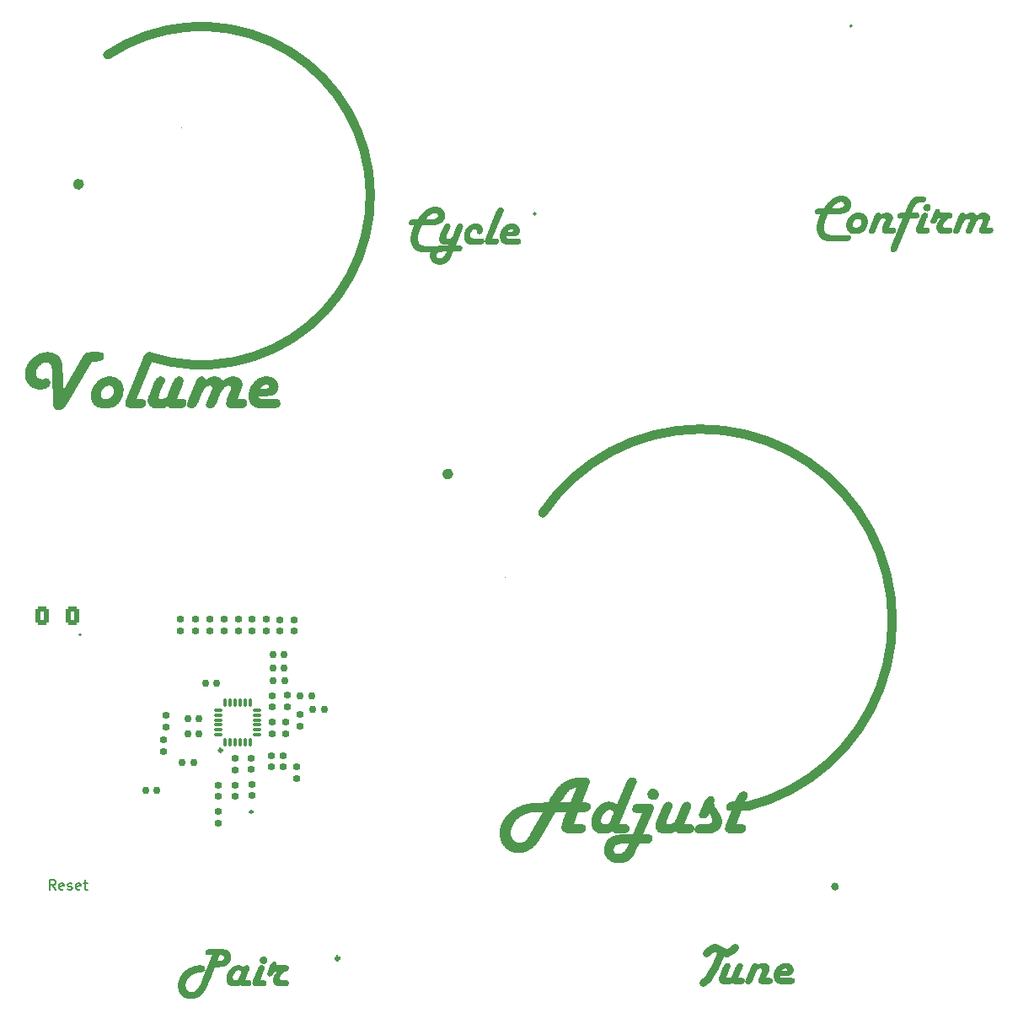
<source format=gto>
G04 #@! TF.GenerationSoftware,KiCad,Pcbnew,7.0.1*
G04 #@! TF.CreationDate,2023-10-11T19:34:26-05:00*
G04 #@! TF.ProjectId,Tactile_Board,54616374-696c-4655-9f42-6f6172642e6b,1*
G04 #@! TF.SameCoordinates,Original*
G04 #@! TF.FileFunction,Legend,Top*
G04 #@! TF.FilePolarity,Positive*
%FSLAX46Y46*%
G04 Gerber Fmt 4.6, Leading zero omitted, Abs format (unit mm)*
G04 Created by KiCad (PCBNEW 7.0.1) date 2023-10-11 19:34:26*
%MOMM*%
%LPD*%
G01*
G04 APERTURE LIST*
G04 Aperture macros list*
%AMRoundRect*
0 Rectangle with rounded corners*
0 $1 Rounding radius*
0 $2 $3 $4 $5 $6 $7 $8 $9 X,Y pos of 4 corners*
0 Add a 4 corners polygon primitive as box body*
4,1,4,$2,$3,$4,$5,$6,$7,$8,$9,$2,$3,0*
0 Add four circle primitives for the rounded corners*
1,1,$1+$1,$2,$3*
1,1,$1+$1,$4,$5*
1,1,$1+$1,$6,$7*
1,1,$1+$1,$8,$9*
0 Add four rect primitives between the rounded corners*
20,1,$1+$1,$2,$3,$4,$5,0*
20,1,$1+$1,$4,$5,$6,$7,0*
20,1,$1+$1,$6,$7,$8,$9,0*
20,1,$1+$1,$8,$9,$2,$3,0*%
G04 Aperture macros list end*
%ADD10C,0.750000*%
%ADD11C,0.900000*%
%ADD12C,0.150000*%
%ADD13C,0.381000*%
%ADD14C,0.100000*%
%ADD15C,0.600000*%
%ADD16C,0.200000*%
%ADD17C,0.300000*%
%ADD18C,0.354000*%
%ADD19C,0.286825*%
%ADD20C,2.000000*%
%ADD21C,3.200000*%
%ADD22RoundRect,0.155000X-0.212500X-0.155000X0.212500X-0.155000X0.212500X0.155000X-0.212500X0.155000X0*%
%ADD23RoundRect,0.155000X-0.040659X-0.259862X0.259862X0.040659X0.040659X0.259862X-0.259862X-0.040659X0*%
%ADD24RoundRect,0.155000X-0.155000X0.212500X-0.155000X-0.212500X0.155000X-0.212500X0.155000X0.212500X0*%
%ADD25RoundRect,0.155000X0.212500X0.155000X-0.212500X0.155000X-0.212500X-0.155000X0.212500X-0.155000X0*%
%ADD26RoundRect,0.155000X0.155000X-0.212500X0.155000X0.212500X-0.155000X0.212500X-0.155000X-0.212500X0*%
%ADD27C,4.100000*%
%ADD28C,2.324000*%
%ADD29C,1.000000*%
%ADD30C,1.650000*%
%ADD31C,5.100000*%
%ADD32C,1.850000*%
%ADD33C,1.875000*%
%ADD34RoundRect,0.155000X0.040659X0.259862X-0.259862X-0.040659X-0.040659X-0.259862X0.259862X0.040659X0*%
%ADD35C,1.300000*%
%ADD36RoundRect,0.067500X0.067500X-0.332500X0.067500X0.332500X-0.067500X0.332500X-0.067500X-0.332500X0*%
%ADD37RoundRect,0.067500X0.332500X-0.067500X0.332500X0.067500X-0.332500X0.067500X-0.332500X-0.067500X0*%
%ADD38R,2.700000X2.700000*%
%ADD39C,1.524000*%
%ADD40RoundRect,0.250000X0.412500X0.650000X-0.412500X0.650000X-0.412500X-0.650000X0.412500X-0.650000X0*%
%ADD41R,0.400000X0.400000*%
G04 APERTURE END LIST*
D10*
X230790750Y-114616000D02*
X230540750Y-115266000D01*
X230540750Y-115266000D02*
X230290750Y-115816000D01*
X229590750Y-116916000D02*
X229140750Y-117366000D01*
X229990750Y-116366000D02*
X229590750Y-116916000D01*
D11*
X173472000Y-54516000D02*
G75*
G03*
X169314544Y-24227939I5250000J16150000D01*
G01*
D10*
X230290750Y-115816000D02*
X229990750Y-116366000D01*
D11*
X233572000Y-99665999D02*
G75*
G03*
X213022995Y-70214768I-4650000J18649999D01*
G01*
D12*
G36*
X232667254Y-116885738D02*
G01*
X232985747Y-116885738D01*
X233031634Y-116886654D01*
X233074041Y-116889401D01*
X233112967Y-116893981D01*
X233156730Y-116902281D01*
X233195055Y-116913444D01*
X233233867Y-116930617D01*
X233255391Y-116944356D01*
X233286606Y-116973648D01*
X233310155Y-117010233D01*
X233324237Y-117047396D01*
X233332686Y-117089917D01*
X233335424Y-117129444D01*
X233335503Y-117137796D01*
X233333579Y-117180340D01*
X233327809Y-117220534D01*
X233315187Y-117267469D01*
X233296554Y-117310732D01*
X233271910Y-117350321D01*
X233241255Y-117386237D01*
X233212404Y-117412325D01*
X233180347Y-117435452D01*
X233145237Y-117455495D01*
X233107075Y-117472455D01*
X233065859Y-117486331D01*
X233021590Y-117497123D01*
X232974267Y-117504832D01*
X232923892Y-117509458D01*
X232884108Y-117510903D01*
X232870464Y-117511000D01*
X232379048Y-117511000D01*
X232337165Y-117509351D01*
X232297978Y-117504405D01*
X232249923Y-117492681D01*
X232206662Y-117475096D01*
X232168194Y-117451648D01*
X232134519Y-117422339D01*
X232105637Y-117387168D01*
X232081548Y-117346136D01*
X232071302Y-117323421D01*
X232042239Y-117356943D01*
X232011836Y-117387168D01*
X231980094Y-117414096D01*
X231947013Y-117437727D01*
X231912592Y-117458060D01*
X231876831Y-117475096D01*
X231839731Y-117488834D01*
X231801291Y-117499276D01*
X231761512Y-117506420D01*
X231720393Y-117510267D01*
X231692237Y-117511000D01*
X231290702Y-117511000D01*
X231246002Y-117509686D01*
X231202763Y-117505744D01*
X231160983Y-117499176D01*
X231120663Y-117489979D01*
X231081802Y-117478156D01*
X231044402Y-117463704D01*
X231008461Y-117446625D01*
X230973980Y-117426919D01*
X230940958Y-117404585D01*
X230909396Y-117379624D01*
X230889166Y-117361523D01*
X230860707Y-117332617D01*
X230835047Y-117302321D01*
X230805189Y-117259761D01*
X230780306Y-117214729D01*
X230760401Y-117167224D01*
X230745471Y-117117246D01*
X230737540Y-117078139D01*
X230732408Y-117037642D01*
X230730075Y-116995753D01*
X230729920Y-116981481D01*
X230731661Y-116939497D01*
X230736885Y-116895366D01*
X230745591Y-116849089D01*
X230755063Y-116810522D01*
X230766763Y-116770580D01*
X230780693Y-116729265D01*
X230796851Y-116686576D01*
X230801239Y-116675689D01*
X231175419Y-115764175D01*
X231195409Y-115718272D01*
X231216299Y-115675331D01*
X231238090Y-115635352D01*
X231260782Y-115598334D01*
X231284374Y-115564277D01*
X231308867Y-115533182D01*
X231347295Y-115492092D01*
X231387750Y-115457665D01*
X231430231Y-115429902D01*
X231474739Y-115408801D01*
X231521272Y-115394364D01*
X231569833Y-115386590D01*
X231603332Y-115385110D01*
X231646392Y-115387686D01*
X231686909Y-115395414D01*
X231724885Y-115408294D01*
X231760319Y-115426326D01*
X231793212Y-115449510D01*
X231803612Y-115458383D01*
X231831833Y-115486993D01*
X231857378Y-115523238D01*
X231874976Y-115562567D01*
X231884627Y-115604983D01*
X231886654Y-115637168D01*
X231883906Y-115678690D01*
X231876994Y-115717425D01*
X231865874Y-115758404D01*
X231852994Y-115795316D01*
X231842690Y-115820839D01*
X231812404Y-115893135D01*
X231524198Y-116576038D01*
X231493912Y-116657127D01*
X231481873Y-116694384D01*
X231471777Y-116732155D01*
X231466556Y-116763616D01*
X231470667Y-116805119D01*
X231490482Y-116842685D01*
X231526472Y-116868564D01*
X231570195Y-116881444D01*
X231615710Y-116885619D01*
X231625803Y-116885738D01*
X231667530Y-116884669D01*
X231707471Y-116881464D01*
X231764035Y-116872648D01*
X231816579Y-116859024D01*
X231865105Y-116840591D01*
X231909613Y-116817350D01*
X231950102Y-116789300D01*
X231986572Y-116756442D01*
X232019024Y-116718775D01*
X232047457Y-116676300D01*
X232071872Y-116629016D01*
X232079117Y-116612186D01*
X232423011Y-115768083D01*
X232442681Y-115721707D01*
X232463342Y-115678323D01*
X232484996Y-115637932D01*
X232507642Y-115600532D01*
X232531280Y-115566124D01*
X232555910Y-115534709D01*
X232594716Y-115493195D01*
X232635755Y-115458413D01*
X232679026Y-115430363D01*
X232724529Y-115409046D01*
X232772265Y-115394460D01*
X232822234Y-115386606D01*
X232856787Y-115385110D01*
X232898850Y-115387823D01*
X232938577Y-115395963D01*
X232975970Y-115409530D01*
X233011026Y-115428524D01*
X233043747Y-115452944D01*
X233054135Y-115462290D01*
X233082356Y-115491966D01*
X233107902Y-115529366D01*
X233125500Y-115569757D01*
X233135150Y-115613141D01*
X233137177Y-115645961D01*
X233133765Y-115687588D01*
X233125407Y-115730338D01*
X233114612Y-115770949D01*
X233100334Y-115816091D01*
X233086405Y-115855467D01*
X233070246Y-115897744D01*
X233065859Y-115908766D01*
X232667254Y-116885738D01*
G37*
G36*
X235458461Y-116885738D02*
G01*
X235788678Y-116885738D01*
X235830913Y-116886734D01*
X235870423Y-116889722D01*
X235924579Y-116897939D01*
X235972604Y-116910639D01*
X236014498Y-116927821D01*
X236050262Y-116949485D01*
X236079894Y-116975632D01*
X236109868Y-117017466D01*
X236125195Y-117054071D01*
X236134391Y-117095158D01*
X236137457Y-117140727D01*
X236135518Y-117183241D01*
X236129702Y-117223342D01*
X236116979Y-117270078D01*
X236098198Y-117313044D01*
X236073359Y-117352243D01*
X236042461Y-117387672D01*
X236013381Y-117413302D01*
X235981141Y-117436200D01*
X235945970Y-117456045D01*
X235907868Y-117472837D01*
X235866836Y-117486575D01*
X235822872Y-117497261D01*
X235775977Y-117504893D01*
X235726152Y-117509473D01*
X235686859Y-117510904D01*
X235673395Y-117511000D01*
X235098936Y-117511000D01*
X235057766Y-117509397D01*
X235018275Y-117504588D01*
X234971272Y-117494069D01*
X234926894Y-117478542D01*
X234885139Y-117458005D01*
X234846007Y-117432460D01*
X234816591Y-117408418D01*
X234783943Y-117375073D01*
X234756828Y-117339152D01*
X234735247Y-117300655D01*
X234719199Y-117259582D01*
X234708686Y-117215933D01*
X234703705Y-117169708D01*
X234703263Y-117150497D01*
X234706956Y-117104549D01*
X234716000Y-117058021D01*
X234727683Y-117014210D01*
X234739743Y-116975863D01*
X234754214Y-116934586D01*
X234771097Y-116890378D01*
X234780443Y-116867175D01*
X235021755Y-116261453D01*
X235036742Y-116222103D01*
X235049748Y-116181254D01*
X235059124Y-116140553D01*
X235062788Y-116109046D01*
X235058800Y-116069432D01*
X235040969Y-116030266D01*
X235012538Y-115998667D01*
X235009055Y-115995717D01*
X234975180Y-115972576D01*
X234936205Y-115957008D01*
X234897279Y-115949528D01*
X234865440Y-115947845D01*
X234813287Y-115951538D01*
X234763075Y-115962614D01*
X234714804Y-115981076D01*
X234668473Y-116006922D01*
X234624083Y-116040152D01*
X234581633Y-116080767D01*
X234554412Y-116111946D01*
X234528053Y-116146407D01*
X234502556Y-116184150D01*
X234477922Y-116225175D01*
X234454150Y-116269483D01*
X234431241Y-116317072D01*
X234409194Y-116367943D01*
X234084840Y-117153428D01*
X234066086Y-117196728D01*
X234046219Y-117237234D01*
X234025237Y-117274946D01*
X234003140Y-117309866D01*
X233979930Y-117341991D01*
X233943024Y-117384942D01*
X233903612Y-117421607D01*
X233861691Y-117451986D01*
X233817264Y-117476080D01*
X233770329Y-117493889D01*
X233720887Y-117505412D01*
X233668938Y-117510650D01*
X233651064Y-117511000D01*
X233607971Y-117508527D01*
X233567350Y-117501108D01*
X233529202Y-117488743D01*
X233493528Y-117471432D01*
X233460326Y-117449176D01*
X233449808Y-117440658D01*
X233421919Y-117412780D01*
X233396674Y-117377390D01*
X233379283Y-117338915D01*
X233369746Y-117297355D01*
X233367743Y-117265780D01*
X233370490Y-117225357D01*
X233378734Y-117181272D01*
X233390454Y-117139691D01*
X233403850Y-117101818D01*
X233411706Y-117082109D01*
X233441993Y-117008836D01*
X233996912Y-115649869D01*
X234018393Y-115602554D01*
X234042536Y-115559892D01*
X234069341Y-115521885D01*
X234098807Y-115488531D01*
X234130936Y-115459832D01*
X234165726Y-115435786D01*
X234203178Y-115416395D01*
X234243292Y-115401657D01*
X234286068Y-115391574D01*
X234331506Y-115386144D01*
X234363277Y-115385110D01*
X234414155Y-115388041D01*
X234461279Y-115396833D01*
X234504647Y-115411488D01*
X234544260Y-115432004D01*
X234580118Y-115458383D01*
X234612221Y-115490623D01*
X234640568Y-115528725D01*
X234665161Y-115572688D01*
X234701812Y-115549974D01*
X234738250Y-115528725D01*
X234774475Y-115508941D01*
X234810485Y-115490623D01*
X234846282Y-115473770D01*
X234899577Y-115451239D01*
X234952390Y-115432004D01*
X235004723Y-115416068D01*
X235056575Y-115403428D01*
X235107946Y-115394086D01*
X235158837Y-115388041D01*
X235209246Y-115385293D01*
X235225942Y-115385110D01*
X235273504Y-115386381D01*
X235319468Y-115390193D01*
X235363835Y-115396547D01*
X235406606Y-115405443D01*
X235447779Y-115416880D01*
X235487355Y-115430859D01*
X235525333Y-115447380D01*
X235561715Y-115466443D01*
X235596500Y-115488047D01*
X235629687Y-115512192D01*
X235650925Y-115529702D01*
X235680955Y-115557491D01*
X235708032Y-115586637D01*
X235739539Y-115627609D01*
X235765795Y-115670992D01*
X235786800Y-115716788D01*
X235802554Y-115764995D01*
X235813056Y-115815614D01*
X235817487Y-115855162D01*
X235818964Y-115896066D01*
X235816834Y-115943052D01*
X235811806Y-115983467D01*
X235803821Y-116025026D01*
X235792878Y-116067730D01*
X235778977Y-116111580D01*
X235762118Y-116156574D01*
X235758392Y-116165710D01*
X235458461Y-116885738D01*
G37*
G36*
X237483288Y-115385835D02*
G01*
X237526679Y-115388010D01*
X237568956Y-115391636D01*
X237610119Y-115396711D01*
X237650167Y-115403237D01*
X237689101Y-115411213D01*
X237745412Y-115425896D01*
X237799216Y-115443843D01*
X237850513Y-115465052D01*
X237899302Y-115489524D01*
X237945584Y-115517258D01*
X237989359Y-115548256D01*
X238017150Y-115570734D01*
X238056259Y-115606395D01*
X238091521Y-115644133D01*
X238122937Y-115683949D01*
X238150506Y-115725844D01*
X238174228Y-115769816D01*
X238194103Y-115815866D01*
X238210132Y-115863995D01*
X238222314Y-115914201D01*
X238230648Y-115966485D01*
X238235136Y-116020847D01*
X238235991Y-116058243D01*
X238234812Y-116103058D01*
X238231274Y-116146399D01*
X238225378Y-116188268D01*
X238217123Y-116228663D01*
X238206510Y-116267586D01*
X238193539Y-116305035D01*
X238178209Y-116341011D01*
X238150791Y-116392214D01*
X238118068Y-116440101D01*
X238080037Y-116484675D01*
X238051736Y-116512549D01*
X238021076Y-116538950D01*
X237988057Y-116563878D01*
X237952680Y-116587333D01*
X237934107Y-116598508D01*
X237889533Y-116621864D01*
X237852736Y-116637337D01*
X237813054Y-116651059D01*
X237770487Y-116663028D01*
X237725035Y-116673247D01*
X237676698Y-116681713D01*
X237625476Y-116688428D01*
X237571368Y-116693391D01*
X237514376Y-116696602D01*
X237474778Y-116697770D01*
X237433898Y-116698159D01*
X236883863Y-116698159D01*
X236888717Y-116742123D01*
X236903280Y-116780225D01*
X236927552Y-116812465D01*
X236961532Y-116838843D01*
X237005221Y-116859360D01*
X237044359Y-116870900D01*
X237088958Y-116879143D01*
X237139018Y-116884089D01*
X237194540Y-116885738D01*
X238011288Y-116885738D01*
X238053168Y-116886734D01*
X238092346Y-116889722D01*
X238146047Y-116897939D01*
X238193668Y-116910639D01*
X238235211Y-116927821D01*
X238270674Y-116949485D01*
X238300057Y-116975632D01*
X238329778Y-117017466D01*
X238344977Y-117054071D01*
X238354096Y-117095158D01*
X238357136Y-117140727D01*
X238355227Y-117183241D01*
X238349503Y-117223342D01*
X238336981Y-117270078D01*
X238318496Y-117313044D01*
X238294047Y-117352243D01*
X238263636Y-117387672D01*
X238235014Y-117413302D01*
X238202957Y-117436200D01*
X238167847Y-117456045D01*
X238129684Y-117472837D01*
X238088468Y-117486575D01*
X238044199Y-117497261D01*
X237996877Y-117504893D01*
X237946502Y-117509473D01*
X237906717Y-117510904D01*
X237893074Y-117511000D01*
X237115405Y-117511000D01*
X237061874Y-117510168D01*
X237009968Y-117507672D01*
X236959689Y-117503512D01*
X236911035Y-117497688D01*
X236864007Y-117490201D01*
X236818604Y-117481049D01*
X236774827Y-117470234D01*
X236732676Y-117457755D01*
X236692151Y-117443611D01*
X236653252Y-117427804D01*
X236615978Y-117410333D01*
X236580330Y-117391198D01*
X236546308Y-117370400D01*
X236513911Y-117347937D01*
X236483140Y-117323810D01*
X236453995Y-117298020D01*
X236413489Y-117256360D01*
X236376967Y-117211249D01*
X236344429Y-117162685D01*
X236324951Y-117128392D01*
X236307244Y-117092565D01*
X236291307Y-117055203D01*
X236277141Y-117016308D01*
X236264745Y-116975878D01*
X236254121Y-116933914D01*
X236245267Y-116890416D01*
X236238184Y-116845383D01*
X236232872Y-116798817D01*
X236229330Y-116750716D01*
X236227559Y-116701082D01*
X236227338Y-116675689D01*
X236228739Y-116610430D01*
X236232940Y-116546301D01*
X236239943Y-116483302D01*
X236249747Y-116421432D01*
X236262352Y-116360692D01*
X236277759Y-116301081D01*
X236295966Y-116242601D01*
X236312322Y-116197950D01*
X237015754Y-116197950D01*
X237318615Y-116197950D01*
X237371091Y-116196920D01*
X237418243Y-116193828D01*
X237460072Y-116188676D01*
X237507562Y-116178601D01*
X237545587Y-116164863D01*
X237579810Y-116142537D01*
X237601357Y-116108191D01*
X237603891Y-116080713D01*
X237594846Y-116035559D01*
X237573574Y-115999747D01*
X237540075Y-115973277D01*
X237502818Y-115958355D01*
X237457070Y-115949921D01*
X237414358Y-115947845D01*
X237367859Y-115950043D01*
X237323248Y-115956638D01*
X237280526Y-115967629D01*
X237239694Y-115983016D01*
X237200751Y-116002800D01*
X237163696Y-116026980D01*
X237128531Y-116055556D01*
X237095255Y-116088529D01*
X237063868Y-116125898D01*
X237034370Y-116167664D01*
X237015754Y-116197950D01*
X236312322Y-116197950D01*
X236316975Y-116185249D01*
X236340785Y-116129028D01*
X236367396Y-116073936D01*
X236396808Y-116019973D01*
X236429021Y-115967140D01*
X236464036Y-115915437D01*
X236501852Y-115864864D01*
X236542468Y-115815420D01*
X236585886Y-115767106D01*
X236631235Y-115720848D01*
X236677645Y-115677575D01*
X236725116Y-115637287D01*
X236773648Y-115599982D01*
X236823241Y-115565662D01*
X236873895Y-115534327D01*
X236925609Y-115505976D01*
X236978385Y-115480609D01*
X237032221Y-115458226D01*
X237087119Y-115438828D01*
X237143077Y-115422414D01*
X237200096Y-115408984D01*
X237258176Y-115398539D01*
X237317317Y-115391078D01*
X237377519Y-115386602D01*
X237438782Y-115385110D01*
X237483288Y-115385835D01*
G37*
D10*
X229465135Y-114372167D02*
X229750849Y-114086452D01*
X229750849Y-114086452D02*
X230322278Y-113800738D01*
X230322278Y-113800738D02*
X231465135Y-114372167D01*
X231465135Y-114372167D02*
X232036564Y-114086452D01*
X232036564Y-114086452D02*
X232322278Y-113800738D01*
D12*
G36*
X180754276Y-113985185D02*
G01*
X180816982Y-113987452D01*
X180877527Y-113991230D01*
X180935913Y-113996519D01*
X180992138Y-114003320D01*
X181046204Y-114011632D01*
X181098109Y-114021455D01*
X181147854Y-114032789D01*
X181195440Y-114045635D01*
X181240865Y-114059992D01*
X181284130Y-114075860D01*
X181325236Y-114093240D01*
X181364181Y-114112130D01*
X181400966Y-114132532D01*
X181435592Y-114154445D01*
X181468057Y-114177870D01*
X181498579Y-114202744D01*
X181540671Y-114243119D01*
X181578332Y-114287168D01*
X181611563Y-114334893D01*
X181631255Y-114368751D01*
X181648978Y-114404243D01*
X181664731Y-114441368D01*
X181678516Y-114480126D01*
X181690331Y-114520518D01*
X181700177Y-114562543D01*
X181708054Y-114606201D01*
X181713962Y-114651493D01*
X181717900Y-114698418D01*
X181719869Y-114746977D01*
X181720115Y-114771868D01*
X181718593Y-114832238D01*
X181714025Y-114891227D01*
X181706411Y-114948834D01*
X181695752Y-115005059D01*
X181682048Y-115059903D01*
X181665298Y-115113366D01*
X181645503Y-115165447D01*
X181622662Y-115216146D01*
X181596777Y-115265464D01*
X181567845Y-115313400D01*
X181535868Y-115359955D01*
X181500846Y-115405129D01*
X181462779Y-115448921D01*
X181421666Y-115491331D01*
X181377508Y-115532360D01*
X181330304Y-115572008D01*
X181293686Y-115599336D01*
X181254665Y-115624902D01*
X181213239Y-115648704D01*
X181169409Y-115670743D01*
X181123174Y-115691019D01*
X181074536Y-115709532D01*
X181023493Y-115726282D01*
X180970046Y-115741268D01*
X180914194Y-115754492D01*
X180855938Y-115765952D01*
X180795278Y-115775649D01*
X180732214Y-115783583D01*
X180666746Y-115789754D01*
X180598873Y-115794162D01*
X180528596Y-115796807D01*
X180455914Y-115797688D01*
X180078803Y-115797688D01*
X179622558Y-116941722D01*
X179601459Y-116994207D01*
X179580662Y-117045662D01*
X179560167Y-117096087D01*
X179539973Y-117145481D01*
X179520081Y-117193845D01*
X179500490Y-117241179D01*
X179481200Y-117287482D01*
X179462212Y-117332755D01*
X179443526Y-117376997D01*
X179425141Y-117420209D01*
X179407057Y-117462390D01*
X179389275Y-117503541D01*
X179371795Y-117543662D01*
X179354616Y-117582752D01*
X179337738Y-117620812D01*
X179321162Y-117657842D01*
X179304888Y-117693841D01*
X179273243Y-117762748D01*
X179242804Y-117827533D01*
X179213571Y-117888197D01*
X179185544Y-117944739D01*
X179158723Y-117997160D01*
X179133108Y-118045459D01*
X179108699Y-118089636D01*
X179096947Y-118110180D01*
X179073362Y-118149983D01*
X179049015Y-118189039D01*
X179023903Y-118227347D01*
X178998029Y-118264907D01*
X178971391Y-118301719D01*
X178943990Y-118337783D01*
X178915826Y-118373099D01*
X178886898Y-118407667D01*
X178857208Y-118441487D01*
X178826754Y-118474559D01*
X178795536Y-118506883D01*
X178763556Y-118538459D01*
X178730812Y-118569287D01*
X178697305Y-118599367D01*
X178663034Y-118628699D01*
X178628001Y-118657284D01*
X178576069Y-118697152D01*
X178523099Y-118734449D01*
X178469090Y-118769173D01*
X178414044Y-118801326D01*
X178357960Y-118830906D01*
X178300838Y-118857914D01*
X178242677Y-118882349D01*
X178183479Y-118904213D01*
X178123243Y-118923504D01*
X178061968Y-118940224D01*
X177999656Y-118954371D01*
X177936305Y-118965945D01*
X177871917Y-118974948D01*
X177806490Y-118981379D01*
X177740025Y-118985237D01*
X177672523Y-118986523D01*
X177601563Y-118985096D01*
X177532297Y-118980814D01*
X177464726Y-118973677D01*
X177398849Y-118963686D01*
X177334666Y-118950841D01*
X177272178Y-118935140D01*
X177211385Y-118916585D01*
X177152286Y-118895176D01*
X177094881Y-118870912D01*
X177039171Y-118843793D01*
X176985155Y-118813820D01*
X176932833Y-118780993D01*
X176882206Y-118745310D01*
X176833274Y-118706773D01*
X176786036Y-118665382D01*
X176740492Y-118621136D01*
X176697311Y-118574729D01*
X176656915Y-118526614D01*
X176619306Y-118476788D01*
X176584482Y-118425253D01*
X176552444Y-118372008D01*
X176523192Y-118317053D01*
X176496726Y-118260389D01*
X176473046Y-118202015D01*
X176452152Y-118141931D01*
X176434044Y-118080138D01*
X176418721Y-118016635D01*
X176406185Y-117951422D01*
X176396434Y-117884499D01*
X176389469Y-117815867D01*
X176385291Y-117745525D01*
X176383898Y-117673473D01*
X176384450Y-117624879D01*
X176386107Y-117576669D01*
X176388869Y-117528845D01*
X176392736Y-117481407D01*
X176397708Y-117434354D01*
X176403784Y-117387686D01*
X176410966Y-117341404D01*
X176419252Y-117295508D01*
X176428643Y-117249996D01*
X176439138Y-117204871D01*
X176450739Y-117160130D01*
X176463444Y-117115775D01*
X176477255Y-117071806D01*
X176492170Y-117028222D01*
X176508190Y-116985023D01*
X176525314Y-116942210D01*
X176543544Y-116899783D01*
X176562878Y-116857740D01*
X176583317Y-116816084D01*
X176604861Y-116774812D01*
X176627510Y-116733926D01*
X176651263Y-116693426D01*
X176676122Y-116653311D01*
X176702085Y-116613581D01*
X176729153Y-116574237D01*
X176757326Y-116535279D01*
X176786604Y-116496706D01*
X176816986Y-116458518D01*
X176848473Y-116420716D01*
X176881065Y-116383299D01*
X176914762Y-116346267D01*
X176949564Y-116309621D01*
X176988269Y-116270661D01*
X177028180Y-116232670D01*
X177069296Y-116195648D01*
X177111619Y-116159595D01*
X177155148Y-116124512D01*
X177199882Y-116090398D01*
X177245823Y-116057254D01*
X177292969Y-116025078D01*
X177341322Y-115993873D01*
X177390880Y-115963636D01*
X177441645Y-115934369D01*
X177493615Y-115906071D01*
X177546791Y-115878743D01*
X177601173Y-115852383D01*
X177656762Y-115826994D01*
X177713556Y-115802573D01*
X177770918Y-115779267D01*
X177828212Y-115757465D01*
X177885438Y-115737166D01*
X177942594Y-115718370D01*
X177999682Y-115701079D01*
X178056702Y-115685291D01*
X178113652Y-115671006D01*
X178170534Y-115658226D01*
X178227347Y-115646948D01*
X178284092Y-115637175D01*
X178340767Y-115628905D01*
X178397375Y-115622139D01*
X178453913Y-115616876D01*
X178510383Y-115613117D01*
X178566784Y-115610862D01*
X178623116Y-115610110D01*
X178663035Y-115610986D01*
X178713937Y-115614878D01*
X178762183Y-115621885D01*
X178807772Y-115632006D01*
X178850706Y-115645241D01*
X178890983Y-115661590D01*
X178928604Y-115681053D01*
X178963569Y-115703630D01*
X178971895Y-115709761D01*
X179002807Y-115735666D01*
X179035651Y-115770838D01*
X179062055Y-115809110D01*
X179082019Y-115850484D01*
X179095543Y-115894958D01*
X179102627Y-115942533D01*
X179103786Y-115972566D01*
X179101557Y-116014271D01*
X179094871Y-116053899D01*
X179083728Y-116091451D01*
X179063530Y-116135472D01*
X179042357Y-116168353D01*
X179016727Y-116199159D01*
X178986639Y-116227888D01*
X178961148Y-116248072D01*
X178924718Y-116269779D01*
X178886278Y-116285769D01*
X178840492Y-116299852D01*
X178798574Y-116309743D01*
X178751954Y-116318414D01*
X178700633Y-116325863D01*
X178659056Y-116330649D01*
X178644609Y-116332092D01*
X178577511Y-116339045D01*
X178512016Y-116347204D01*
X178448124Y-116356569D01*
X178385834Y-116367140D01*
X178325147Y-116378918D01*
X178266064Y-116391901D01*
X178208582Y-116406090D01*
X178152704Y-116421484D01*
X178098429Y-116438085D01*
X178045756Y-116455892D01*
X177994687Y-116474905D01*
X177945220Y-116495124D01*
X177897356Y-116516548D01*
X177851095Y-116539179D01*
X177806437Y-116563016D01*
X177763381Y-116588058D01*
X177728794Y-116609845D01*
X177695131Y-116632465D01*
X177662391Y-116655916D01*
X177630574Y-116680199D01*
X177599681Y-116705314D01*
X177569712Y-116731261D01*
X177540666Y-116758040D01*
X177512544Y-116785651D01*
X177485345Y-116814093D01*
X177459070Y-116843368D01*
X177433718Y-116873475D01*
X177409290Y-116904414D01*
X177385786Y-116936184D01*
X177363205Y-116968787D01*
X177341547Y-117002221D01*
X177320813Y-117036488D01*
X177301175Y-117071163D01*
X177282803Y-117106067D01*
X177257621Y-117158852D01*
X177235290Y-117212152D01*
X177215810Y-117265967D01*
X177199180Y-117320298D01*
X177185402Y-117375144D01*
X177174474Y-117430505D01*
X177166396Y-117486381D01*
X177161170Y-117542773D01*
X177158794Y-117599680D01*
X177158636Y-117618763D01*
X177160018Y-117676073D01*
X177164166Y-117731134D01*
X177171078Y-117783945D01*
X177180755Y-117834506D01*
X177193197Y-117882817D01*
X177208404Y-117928879D01*
X177226376Y-117972691D01*
X177247113Y-118014253D01*
X177270615Y-118053566D01*
X177296881Y-118090629D01*
X177315928Y-118114087D01*
X177346557Y-118147086D01*
X177379092Y-118176839D01*
X177413533Y-118203346D01*
X177449880Y-118226607D01*
X177488134Y-118246623D01*
X177528294Y-118263392D01*
X177570360Y-118276916D01*
X177614332Y-118287195D01*
X177660211Y-118294227D01*
X177707995Y-118298014D01*
X177740911Y-118298735D01*
X177782444Y-118297613D01*
X177823267Y-118294247D01*
X177863380Y-118288637D01*
X177902783Y-118280783D01*
X177941476Y-118270685D01*
X177979460Y-118258343D01*
X178016734Y-118243757D01*
X178053297Y-118226928D01*
X178089152Y-118207854D01*
X178124296Y-118186536D01*
X178158730Y-118162974D01*
X178192455Y-118137168D01*
X178225470Y-118109119D01*
X178257775Y-118078825D01*
X178289370Y-118046287D01*
X178320255Y-118011505D01*
X178351098Y-117973854D01*
X178382323Y-117932707D01*
X178413930Y-117888064D01*
X178445918Y-117839925D01*
X178478288Y-117788290D01*
X178511039Y-117733160D01*
X178544172Y-117674534D01*
X178577687Y-117612413D01*
X178611583Y-117546795D01*
X178645861Y-117477682D01*
X178663143Y-117441815D01*
X178680521Y-117405073D01*
X178697994Y-117367458D01*
X178715562Y-117328969D01*
X178733226Y-117289606D01*
X178750985Y-117249369D01*
X178768839Y-117208257D01*
X178786789Y-117166273D01*
X178804835Y-117123414D01*
X178822975Y-117079681D01*
X178841212Y-117035074D01*
X178859543Y-116989593D01*
X179587603Y-115172427D01*
X180345517Y-115172427D01*
X180568266Y-115172427D01*
X180621503Y-115171026D01*
X180671306Y-115166824D01*
X180717674Y-115159821D01*
X180760607Y-115150017D01*
X180800106Y-115137412D01*
X180836170Y-115122006D01*
X180883826Y-115093644D01*
X180923754Y-115058980D01*
X180955954Y-115018013D01*
X180980426Y-114970743D01*
X180997170Y-114917171D01*
X181004039Y-114877955D01*
X181007474Y-114835937D01*
X181007903Y-114813878D01*
X181003995Y-114766022D01*
X180992272Y-114724546D01*
X180972732Y-114689452D01*
X180945377Y-114660738D01*
X180910206Y-114638405D01*
X180867219Y-114622453D01*
X180816417Y-114612881D01*
X180773186Y-114609890D01*
X180757799Y-114609691D01*
X180574128Y-114609691D01*
X180345517Y-115172427D01*
X179587603Y-115172427D01*
X179813067Y-114609691D01*
X179513137Y-114609691D01*
X179467235Y-114608710D01*
X179424294Y-114605768D01*
X179384314Y-114600864D01*
X179329898Y-114589830D01*
X179282144Y-114574383D01*
X179241054Y-114554522D01*
X179206627Y-114530247D01*
X179178864Y-114501559D01*
X179157764Y-114468458D01*
X179143327Y-114430943D01*
X179135553Y-114389014D01*
X179134072Y-114358609D01*
X179136148Y-114315409D01*
X179142376Y-114274712D01*
X179152757Y-114236519D01*
X179171571Y-114192297D01*
X179196873Y-114151988D01*
X179228663Y-114115590D01*
X179258766Y-114089288D01*
X179266940Y-114083103D01*
X179302081Y-114059977D01*
X179340579Y-114039934D01*
X179382437Y-114022974D01*
X179427652Y-114009098D01*
X179476226Y-113998305D01*
X179514860Y-113992235D01*
X179555383Y-113987898D01*
X179597796Y-113985297D01*
X179642097Y-113984429D01*
X180689411Y-113984429D01*
X180754276Y-113985185D01*
G37*
G36*
X183347807Y-115612823D02*
G01*
X183389011Y-115620963D01*
X183427400Y-115634530D01*
X183462971Y-115653524D01*
X183495726Y-115677944D01*
X183506019Y-115687290D01*
X183533577Y-115717138D01*
X183558521Y-115755172D01*
X183575705Y-115796665D01*
X183584257Y-115834985D01*
X183587108Y-115875846D01*
X183584360Y-115916329D01*
X183577448Y-115954858D01*
X183566328Y-115996284D01*
X183553448Y-116034100D01*
X183543144Y-116060494D01*
X183512858Y-116133766D01*
X183117184Y-117110738D01*
X183420046Y-117110738D01*
X183461926Y-117111722D01*
X183501104Y-117114676D01*
X183554805Y-117122799D01*
X183602426Y-117135353D01*
X183643969Y-117152337D01*
X183679431Y-117173752D01*
X183708815Y-117199598D01*
X183738536Y-117240952D01*
X183753735Y-117277136D01*
X183762854Y-117317751D01*
X183765893Y-117362796D01*
X183763955Y-117405340D01*
X183758139Y-117445534D01*
X183745416Y-117492469D01*
X183726635Y-117535732D01*
X183701796Y-117575321D01*
X183670898Y-117611237D01*
X183641818Y-117637325D01*
X183609578Y-117660452D01*
X183574407Y-117680495D01*
X183536305Y-117697455D01*
X183495272Y-117711331D01*
X183451309Y-117722123D01*
X183404414Y-117729832D01*
X183354588Y-117734458D01*
X183315296Y-117735903D01*
X183301832Y-117736000D01*
X182950122Y-117736000D01*
X182907123Y-117734274D01*
X182866786Y-117729096D01*
X182817144Y-117716823D01*
X182772233Y-117698413D01*
X182732055Y-117673866D01*
X182696610Y-117643183D01*
X182665896Y-117606364D01*
X182639915Y-117563408D01*
X182628699Y-117539628D01*
X182590168Y-117574722D01*
X182551877Y-117606364D01*
X182513826Y-117634554D01*
X182476016Y-117659292D01*
X182438447Y-117680578D01*
X182401118Y-117698413D01*
X182364029Y-117712795D01*
X182314952Y-117726603D01*
X182266301Y-117734274D01*
X182230094Y-117736000D01*
X181916487Y-117736000D01*
X181860905Y-117734119D01*
X181807367Y-117728478D01*
X181755873Y-117719075D01*
X181706422Y-117705912D01*
X181659016Y-117688988D01*
X181613652Y-117668302D01*
X181570332Y-117643856D01*
X181529056Y-117615649D01*
X181489824Y-117583681D01*
X181452635Y-117547952D01*
X181428978Y-117522043D01*
X181395805Y-117480592D01*
X181365895Y-117436840D01*
X181339247Y-117390787D01*
X181315863Y-117342433D01*
X181295741Y-117291777D01*
X181278883Y-117238820D01*
X181265287Y-117183562D01*
X181254955Y-117126003D01*
X181249879Y-117086352D01*
X181246254Y-117045678D01*
X181244078Y-117003981D01*
X181243353Y-116961261D01*
X181244773Y-116896117D01*
X181249032Y-116831843D01*
X181249528Y-116827416D01*
X181892062Y-116827416D01*
X181894063Y-116878049D01*
X181900065Y-116923701D01*
X181910069Y-116964373D01*
X181929631Y-117010856D01*
X181956307Y-117048485D01*
X181990096Y-117077259D01*
X182030999Y-117097180D01*
X182079016Y-117108248D01*
X182119697Y-117110738D01*
X182189062Y-117110738D01*
X182230046Y-117109124D01*
X182280551Y-117101949D01*
X182326323Y-117089035D01*
X182367364Y-117070380D01*
X182403672Y-117045987D01*
X182435248Y-117015853D01*
X182462092Y-116979980D01*
X182484203Y-116938367D01*
X182488992Y-116927067D01*
X182681455Y-116451282D01*
X182696302Y-116411699D01*
X182708804Y-116370009D01*
X182717176Y-116327634D01*
X182719557Y-116293990D01*
X182713761Y-116254242D01*
X182696373Y-116217431D01*
X182671186Y-116187175D01*
X182646284Y-116166006D01*
X182613252Y-116144308D01*
X182577415Y-116127939D01*
X182538773Y-116116899D01*
X182497327Y-116111189D01*
X182472383Y-116110319D01*
X182422252Y-116113967D01*
X182372488Y-116124913D01*
X182335405Y-116137910D01*
X182298528Y-116155012D01*
X182261857Y-116176218D01*
X182225393Y-116201529D01*
X182189134Y-116230944D01*
X182153082Y-116264463D01*
X182117235Y-116302087D01*
X182081595Y-116343815D01*
X182047723Y-116387742D01*
X182017183Y-116431960D01*
X181989975Y-116476471D01*
X181966098Y-116521273D01*
X181945553Y-116566367D01*
X181928340Y-116611753D01*
X181914458Y-116657432D01*
X181903908Y-116703402D01*
X181896690Y-116749664D01*
X181892803Y-116796218D01*
X181892062Y-116827416D01*
X181249528Y-116827416D01*
X181256130Y-116768439D01*
X181266068Y-116705905D01*
X181278845Y-116644242D01*
X181294461Y-116583448D01*
X181312917Y-116523525D01*
X181334212Y-116464471D01*
X181358346Y-116406288D01*
X181385319Y-116348975D01*
X181415132Y-116292532D01*
X181447785Y-116236959D01*
X181483276Y-116182256D01*
X181521607Y-116128424D01*
X181562777Y-116075461D01*
X181606787Y-116023369D01*
X181652708Y-115973326D01*
X181699370Y-115926511D01*
X181746772Y-115882925D01*
X181794915Y-115842568D01*
X181843798Y-115805439D01*
X181893421Y-115771539D01*
X181943785Y-115740867D01*
X181994889Y-115713424D01*
X182046733Y-115689210D01*
X182099318Y-115668224D01*
X182152643Y-115650467D01*
X182206708Y-115635938D01*
X182261514Y-115624638D01*
X182317060Y-115616567D01*
X182373347Y-115611724D01*
X182430374Y-115610110D01*
X182473597Y-115610915D01*
X182515340Y-115613331D01*
X182555601Y-115617357D01*
X182594383Y-115622994D01*
X182649778Y-115634468D01*
X182701842Y-115649566D01*
X182750574Y-115668288D01*
X182795975Y-115690634D01*
X182838043Y-115716603D01*
X182876781Y-115746195D01*
X182912186Y-115779411D01*
X182944260Y-115816251D01*
X182970828Y-115779411D01*
X182998872Y-115746195D01*
X183028393Y-115716603D01*
X183059390Y-115690634D01*
X183091865Y-115668288D01*
X183137462Y-115644131D01*
X183185685Y-115626416D01*
X183236533Y-115615142D01*
X183276393Y-115610915D01*
X183303786Y-115610110D01*
X183347807Y-115612823D01*
G37*
G36*
X184618789Y-117110738D02*
G01*
X184929466Y-117110738D01*
X184971346Y-117111734D01*
X185010524Y-117114722D01*
X185064225Y-117122939D01*
X185111847Y-117135639D01*
X185153389Y-117152821D01*
X185188852Y-117174485D01*
X185218236Y-117200632D01*
X185247957Y-117242466D01*
X185263156Y-117279071D01*
X185272275Y-117320158D01*
X185275314Y-117365727D01*
X185273406Y-117408241D01*
X185267682Y-117448342D01*
X185255159Y-117495078D01*
X185236674Y-117538044D01*
X185212226Y-117577243D01*
X185181815Y-117612672D01*
X185153193Y-117638302D01*
X185121136Y-117661200D01*
X185086026Y-117681045D01*
X185047863Y-117697837D01*
X185006647Y-117711575D01*
X184962378Y-117722261D01*
X184915056Y-117729893D01*
X184864681Y-117734473D01*
X184824896Y-117735904D01*
X184811253Y-117736000D01*
X184374547Y-117736000D01*
X184330028Y-117735124D01*
X184287329Y-117732496D01*
X184246451Y-117728117D01*
X184207393Y-117721986D01*
X184158147Y-117711087D01*
X184112138Y-117697073D01*
X184069365Y-117679946D01*
X184029828Y-117659704D01*
X183993528Y-117636348D01*
X183961013Y-117610077D01*
X183932833Y-117581577D01*
X183903706Y-117542818D01*
X183881352Y-117500576D01*
X183865772Y-117454852D01*
X183858185Y-117415766D01*
X183854933Y-117374450D01*
X183854798Y-117363773D01*
X183857556Y-117321211D01*
X183864311Y-117280934D01*
X183875119Y-117237154D01*
X183887221Y-117197994D01*
X183902138Y-117156401D01*
X183912439Y-117130277D01*
X184365754Y-116001875D01*
X184396040Y-115923718D01*
X184412397Y-115885742D01*
X184429959Y-115850216D01*
X184458564Y-115801521D01*
X184489883Y-115758338D01*
X184523914Y-115720669D01*
X184560660Y-115688512D01*
X184600118Y-115661867D01*
X184642290Y-115640736D01*
X184687176Y-115625116D01*
X184734774Y-115615010D01*
X184785086Y-115610416D01*
X184802460Y-115610110D01*
X184844592Y-115612823D01*
X184884526Y-115620963D01*
X184922261Y-115634530D01*
X184957799Y-115653524D01*
X184991138Y-115677944D01*
X185001762Y-115687290D01*
X185030316Y-115716966D01*
X185052962Y-115748840D01*
X185071915Y-115788804D01*
X185082828Y-115831760D01*
X185085782Y-115870961D01*
X185082229Y-115913871D01*
X185073528Y-115957720D01*
X185062289Y-115999246D01*
X185047424Y-116045304D01*
X185032922Y-116085413D01*
X185016100Y-116128423D01*
X185011532Y-116139628D01*
X184618789Y-117110738D01*
G37*
G36*
X184982223Y-114734743D02*
G01*
X185030537Y-114737415D01*
X185076562Y-114745429D01*
X185120296Y-114758786D01*
X185161741Y-114777486D01*
X185200896Y-114801529D01*
X185237762Y-114830914D01*
X185251867Y-114844164D01*
X185283952Y-114879503D01*
X185310600Y-114917132D01*
X185331809Y-114957050D01*
X185347580Y-114999258D01*
X185357912Y-115043756D01*
X185362807Y-115090544D01*
X185363242Y-115109900D01*
X185360523Y-115157604D01*
X185352365Y-115203018D01*
X185338770Y-115246142D01*
X185319736Y-115286976D01*
X185295264Y-115325521D01*
X185265354Y-115361776D01*
X185251867Y-115375637D01*
X185215917Y-115407159D01*
X185177678Y-115433339D01*
X185137149Y-115454176D01*
X185094330Y-115469670D01*
X185049222Y-115479821D01*
X185001823Y-115484630D01*
X184982223Y-115485057D01*
X184943159Y-115483348D01*
X184896433Y-115476402D01*
X184852045Y-115464114D01*
X184809994Y-115446482D01*
X184770281Y-115423508D01*
X184732905Y-115395191D01*
X184711602Y-115375637D01*
X184679516Y-115340298D01*
X184652869Y-115302669D01*
X184631660Y-115262751D01*
X184615889Y-115220542D01*
X184605556Y-115176044D01*
X184600662Y-115129257D01*
X184600227Y-115109900D01*
X184602946Y-115062197D01*
X184611103Y-115016783D01*
X184624699Y-114973659D01*
X184643733Y-114932824D01*
X184668205Y-114894280D01*
X184698115Y-114858025D01*
X184711602Y-114844164D01*
X184747575Y-114812642D01*
X184785886Y-114786462D01*
X184826534Y-114765625D01*
X184869520Y-114750131D01*
X184914843Y-114739979D01*
X184962504Y-114735171D01*
X184982223Y-114734743D01*
G37*
G36*
X186058845Y-116235371D02*
G01*
X185965056Y-116449328D01*
X185940747Y-116500485D01*
X185915082Y-116546609D01*
X185888059Y-116587702D01*
X185859681Y-116623763D01*
X185829945Y-116654793D01*
X185798853Y-116680790D01*
X185755286Y-116707626D01*
X185709307Y-116725517D01*
X185660916Y-116734463D01*
X185635817Y-116735581D01*
X185590731Y-116733005D01*
X185548530Y-116725277D01*
X185509215Y-116712397D01*
X185472785Y-116694365D01*
X185439239Y-116671181D01*
X185428699Y-116662308D01*
X185400809Y-116633560D01*
X185375564Y-116596808D01*
X185358174Y-116556597D01*
X185348637Y-116512926D01*
X185346633Y-116479614D01*
X185351424Y-116437565D01*
X185361776Y-116395351D01*
X185375263Y-116352543D01*
X185389755Y-116312200D01*
X185407205Y-116267612D01*
X185717882Y-115509482D01*
X185739773Y-115460420D01*
X185763311Y-115416185D01*
X185788499Y-115376775D01*
X185815335Y-115342191D01*
X185843820Y-115312432D01*
X185873953Y-115287499D01*
X185916696Y-115261762D01*
X185962369Y-115244604D01*
X186010974Y-115236025D01*
X186036375Y-115234953D01*
X186084735Y-115237945D01*
X186128210Y-115246921D01*
X186166801Y-115261881D01*
X186200506Y-115282824D01*
X186229327Y-115309752D01*
X186253263Y-115342664D01*
X186272314Y-115381560D01*
X186286480Y-115426439D01*
X186307973Y-115511436D01*
X186321354Y-115550665D01*
X186344061Y-115583898D01*
X186357799Y-115593501D01*
X186396175Y-115603622D01*
X186436719Y-115607774D01*
X186482013Y-115609704D01*
X186519976Y-115610110D01*
X187162823Y-115610110D01*
X187206478Y-115611136D01*
X187247316Y-115614216D01*
X187303292Y-115622685D01*
X187352932Y-115635774D01*
X187396234Y-115653483D01*
X187433200Y-115675811D01*
X187463828Y-115702759D01*
X187488120Y-115734326D01*
X187506075Y-115770513D01*
X187517693Y-115811320D01*
X187522973Y-115856746D01*
X187523325Y-115872915D01*
X187521543Y-115916806D01*
X187516197Y-115957866D01*
X187507286Y-115996094D01*
X187487236Y-116048126D01*
X187459166Y-116093787D01*
X187423076Y-116133077D01*
X187378966Y-116165995D01*
X187326837Y-116192542D01*
X187287628Y-116206701D01*
X187244855Y-116218027D01*
X187198518Y-116226522D01*
X187148616Y-116232186D01*
X187095150Y-116235017D01*
X187067080Y-116235371D01*
X187036794Y-116261750D01*
X186983911Y-116311827D01*
X186934441Y-116360454D01*
X186888382Y-116407631D01*
X186845735Y-116453358D01*
X186806499Y-116497635D01*
X186770676Y-116540461D01*
X186738264Y-116581838D01*
X186709264Y-116621764D01*
X186683676Y-116660240D01*
X186661499Y-116697265D01*
X186642735Y-116732841D01*
X186620985Y-116783485D01*
X186606911Y-116830866D01*
X186600514Y-116874984D01*
X186600087Y-116888965D01*
X186602303Y-116928598D01*
X186612149Y-116975379D01*
X186629872Y-117015228D01*
X186655471Y-117048148D01*
X186688948Y-117074137D01*
X186730301Y-117093195D01*
X186779532Y-117105323D01*
X186821623Y-117109872D01*
X186852146Y-117110738D01*
X187198971Y-117110738D01*
X187241206Y-117111722D01*
X187280716Y-117114676D01*
X187334872Y-117122799D01*
X187382897Y-117135353D01*
X187424792Y-117152337D01*
X187460555Y-117173752D01*
X187490188Y-117199598D01*
X187520161Y-117240952D01*
X187535488Y-117277136D01*
X187544684Y-117317751D01*
X187547750Y-117362796D01*
X187545842Y-117405997D01*
X187540117Y-117446694D01*
X187530576Y-117484887D01*
X187513284Y-117529109D01*
X187490028Y-117569418D01*
X187460810Y-117605816D01*
X187425628Y-117638302D01*
X187393571Y-117661200D01*
X187358461Y-117681045D01*
X187320299Y-117697837D01*
X187279083Y-117711575D01*
X187234814Y-117722261D01*
X187187491Y-117729893D01*
X187137116Y-117734473D01*
X187097332Y-117735904D01*
X187083688Y-117736000D01*
X186544400Y-117736000D01*
X186493802Y-117734334D01*
X186444955Y-117729336D01*
X186397860Y-117721007D01*
X186352517Y-117709346D01*
X186308925Y-117694354D01*
X186267085Y-117676030D01*
X186226997Y-117654375D01*
X186188660Y-117629387D01*
X186152075Y-117601069D01*
X186117242Y-117569418D01*
X186094993Y-117546467D01*
X186063915Y-117509934D01*
X186035894Y-117471408D01*
X186010930Y-117430891D01*
X185989022Y-117388381D01*
X185970172Y-117343879D01*
X185954378Y-117297385D01*
X185941641Y-117248899D01*
X185931961Y-117198421D01*
X185925338Y-117145951D01*
X185921772Y-117091488D01*
X185921092Y-117054073D01*
X185922543Y-117006141D01*
X185926893Y-116958575D01*
X185934144Y-116911375D01*
X185944295Y-116864541D01*
X185957347Y-116818074D01*
X185973299Y-116771973D01*
X185992152Y-116726239D01*
X186013905Y-116680870D01*
X186032744Y-116646077D01*
X186054090Y-116609842D01*
X186077944Y-116572163D01*
X186104305Y-116533042D01*
X186133173Y-116492479D01*
X186164549Y-116450473D01*
X186198432Y-116407025D01*
X186234822Y-116362133D01*
X186260475Y-116331405D01*
X186287243Y-116300035D01*
X186315125Y-116268024D01*
X186344121Y-116235371D01*
X186058845Y-116235371D01*
G37*
G36*
X167710485Y-55006537D02*
G01*
X165176710Y-59335497D01*
X165135980Y-59401866D01*
X165094392Y-59463954D01*
X165051946Y-59521759D01*
X165008640Y-59575282D01*
X164964476Y-59624524D01*
X164919453Y-59669484D01*
X164873572Y-59710162D01*
X164826832Y-59746558D01*
X164755112Y-59793123D01*
X164681460Y-59830054D01*
X164605876Y-59857351D01*
X164528360Y-59875014D01*
X164448912Y-59883043D01*
X164422000Y-59883578D01*
X164347645Y-59880464D01*
X164278087Y-59871122D01*
X164213326Y-59855551D01*
X164153363Y-59833752D01*
X164098196Y-59805726D01*
X164047827Y-59771471D01*
X164002255Y-59730987D01*
X163961480Y-59684276D01*
X163925501Y-59631336D01*
X163894320Y-59572168D01*
X163867937Y-59506772D01*
X163846350Y-59435148D01*
X163829560Y-59357296D01*
X163817567Y-59273215D01*
X163810372Y-59182906D01*
X163807973Y-59086369D01*
X163742027Y-56284415D01*
X163741518Y-56198824D01*
X163739990Y-56116804D01*
X163737442Y-56038356D01*
X163733876Y-55963480D01*
X163729291Y-55892177D01*
X163723686Y-55824445D01*
X163717063Y-55760286D01*
X163709421Y-55699698D01*
X163696047Y-55615514D01*
X163680381Y-55539368D01*
X163662422Y-55471258D01*
X163642170Y-55411186D01*
X163611602Y-55343592D01*
X163575584Y-55286577D01*
X163532009Y-55237163D01*
X163480878Y-55195352D01*
X163422191Y-55161143D01*
X163355948Y-55134535D01*
X163282149Y-55115530D01*
X163221840Y-55106265D01*
X163157281Y-55101276D01*
X163111881Y-55100326D01*
X163047713Y-55103353D01*
X162983802Y-55112433D01*
X162920149Y-55127567D01*
X162856754Y-55148755D01*
X162793616Y-55175996D01*
X162730736Y-55209291D01*
X162668114Y-55248639D01*
X162605749Y-55294041D01*
X162543641Y-55345497D01*
X162481792Y-55403006D01*
X162440702Y-55444709D01*
X162382299Y-55509134D01*
X162329642Y-55573818D01*
X162282728Y-55638758D01*
X162241560Y-55703957D01*
X162206135Y-55769413D01*
X162176456Y-55835127D01*
X162152520Y-55901098D01*
X162134329Y-55967327D01*
X162121883Y-56033814D01*
X162115181Y-56100558D01*
X162113905Y-56145197D01*
X162116836Y-56216638D01*
X162125628Y-56284415D01*
X162140283Y-56348529D01*
X162160799Y-56408979D01*
X162187177Y-56465766D01*
X162219418Y-56518889D01*
X162257519Y-56568348D01*
X162301483Y-56614143D01*
X162350347Y-56655016D01*
X162403149Y-56690439D01*
X162459890Y-56720412D01*
X162520569Y-56744935D01*
X162585186Y-56764009D01*
X162653742Y-56777633D01*
X162726237Y-56785808D01*
X162802669Y-56788533D01*
X162863152Y-56780793D01*
X162918554Y-56759910D01*
X162950681Y-56741638D01*
X163005841Y-56713062D01*
X163054728Y-56694743D01*
X163115064Y-56696472D01*
X163198268Y-56705548D01*
X163272715Y-56722404D01*
X163338403Y-56747039D01*
X163395332Y-56779454D01*
X163443504Y-56819648D01*
X163482916Y-56867622D01*
X163513571Y-56923375D01*
X163535467Y-56986907D01*
X163548604Y-57058220D01*
X163552983Y-57137311D01*
X163548564Y-57209050D01*
X163535306Y-57277721D01*
X163513210Y-57343323D01*
X163482275Y-57405856D01*
X163442502Y-57465322D01*
X163393890Y-57521719D01*
X163336439Y-57575048D01*
X163287551Y-57613031D01*
X163270150Y-57625309D01*
X163216093Y-57660140D01*
X163159434Y-57691546D01*
X163100173Y-57719526D01*
X163038310Y-57744079D01*
X162973846Y-57765207D01*
X162906780Y-57782908D01*
X162837112Y-57797184D01*
X162764842Y-57808033D01*
X162689971Y-57815456D01*
X162612498Y-57819453D01*
X162559404Y-57820214D01*
X162475363Y-57818463D01*
X162393234Y-57813208D01*
X162313018Y-57804449D01*
X162234713Y-57792188D01*
X162158321Y-57776422D01*
X162083840Y-57757154D01*
X162011271Y-57734382D01*
X161940614Y-57708107D01*
X161871869Y-57678328D01*
X161805037Y-57645047D01*
X161740116Y-57608261D01*
X161677107Y-57567973D01*
X161616010Y-57524181D01*
X161556825Y-57476885D01*
X161499552Y-57426087D01*
X161444191Y-57371785D01*
X161391486Y-57314775D01*
X161342181Y-57255853D01*
X161296277Y-57195020D01*
X161253773Y-57132274D01*
X161214669Y-57067616D01*
X161178966Y-57001047D01*
X161146663Y-56932565D01*
X161117760Y-56862172D01*
X161092258Y-56789866D01*
X161070156Y-56715649D01*
X161051454Y-56639520D01*
X161036153Y-56561478D01*
X161024251Y-56481525D01*
X161015751Y-56399660D01*
X161010650Y-56315883D01*
X161008950Y-56230193D01*
X161011663Y-56126455D01*
X161019803Y-56024068D01*
X161033370Y-55923031D01*
X161052364Y-55823346D01*
X161076785Y-55725012D01*
X161106632Y-55628028D01*
X161141906Y-55532396D01*
X161182607Y-55438114D01*
X161228734Y-55345183D01*
X161280288Y-55253604D01*
X161337270Y-55163375D01*
X161399677Y-55074497D01*
X161467512Y-54986971D01*
X161540773Y-54900795D01*
X161619462Y-54815970D01*
X161660841Y-54774064D01*
X161703577Y-54732496D01*
X161747170Y-54691654D01*
X161791120Y-54652108D01*
X161880095Y-54576906D01*
X161970502Y-54506890D01*
X162062339Y-54442061D01*
X162155607Y-54382418D01*
X162250307Y-54327962D01*
X162346437Y-54278691D01*
X162443999Y-54234607D01*
X162542992Y-54195710D01*
X162643415Y-54161998D01*
X162745270Y-54133474D01*
X162848557Y-54110135D01*
X162953274Y-54091983D01*
X163059422Y-54079017D01*
X163167002Y-54071237D01*
X163276012Y-54068644D01*
X163380529Y-54070825D01*
X163481588Y-54077368D01*
X163579190Y-54088273D01*
X163673334Y-54103540D01*
X163764021Y-54123170D01*
X163851250Y-54147161D01*
X163935021Y-54175514D01*
X164015335Y-54208229D01*
X164092192Y-54245306D01*
X164165590Y-54286746D01*
X164235532Y-54332547D01*
X164302015Y-54382710D01*
X164365041Y-54437235D01*
X164424610Y-54496123D01*
X164480721Y-54559372D01*
X164533374Y-54626983D01*
X164570034Y-54681732D01*
X164603808Y-54741198D01*
X164634697Y-54805380D01*
X164662701Y-54874279D01*
X164687820Y-54947896D01*
X164704765Y-55006203D01*
X164720088Y-55067164D01*
X164733788Y-55130779D01*
X164745866Y-55197046D01*
X164756603Y-55267611D01*
X164766285Y-55344668D01*
X164774910Y-55428216D01*
X164780073Y-55487522D01*
X164784767Y-55549712D01*
X164788992Y-55614787D01*
X164792747Y-55682748D01*
X164796033Y-55753594D01*
X164798850Y-55827324D01*
X164801197Y-55903940D01*
X164803074Y-55983441D01*
X164804482Y-56065828D01*
X164805421Y-56151099D01*
X164805891Y-56239255D01*
X164805949Y-56284415D01*
X164805949Y-57933055D01*
X166804833Y-54549314D01*
X166907415Y-54371994D01*
X166939865Y-54319830D01*
X166979845Y-54264601D01*
X167020958Y-54217408D01*
X167070355Y-54172509D01*
X167121296Y-54138548D01*
X167128699Y-54134590D01*
X167187162Y-54110607D01*
X167246651Y-54094739D01*
X167314795Y-54083199D01*
X167378193Y-54076887D01*
X167447602Y-54073582D01*
X167492132Y-54073041D01*
X167653332Y-54068644D01*
X168378734Y-54068644D01*
X168448120Y-54070115D01*
X168513029Y-54074529D01*
X168573462Y-54081885D01*
X168655718Y-54098436D01*
X168727902Y-54121607D01*
X168790013Y-54151398D01*
X168842053Y-54187810D01*
X168884020Y-54230842D01*
X168915915Y-54280494D01*
X168937738Y-54336767D01*
X168949489Y-54399660D01*
X168951727Y-54445267D01*
X168948567Y-54509083D01*
X168939088Y-54569373D01*
X168923288Y-54626136D01*
X168894652Y-54692132D01*
X168856141Y-54752618D01*
X168807755Y-54807594D01*
X168761936Y-54847608D01*
X168749494Y-54857060D01*
X168696829Y-54892094D01*
X168639219Y-54922456D01*
X168576662Y-54948148D01*
X168509159Y-54969168D01*
X168436711Y-54985517D01*
X168359316Y-54997195D01*
X168298025Y-55002888D01*
X168233951Y-55005953D01*
X168189690Y-55006537D01*
X167710485Y-55006537D01*
G37*
G36*
X169613284Y-56508636D02*
G01*
X169685532Y-56513050D01*
X169756120Y-56520406D01*
X169825048Y-56530704D01*
X169892316Y-56543944D01*
X169957924Y-56560127D01*
X170021872Y-56579253D01*
X170084159Y-56601321D01*
X170144787Y-56626331D01*
X170203754Y-56654283D01*
X170261062Y-56685178D01*
X170316709Y-56719015D01*
X170370696Y-56755795D01*
X170423023Y-56795516D01*
X170473690Y-56838181D01*
X170522697Y-56883787D01*
X170569369Y-56931667D01*
X170613029Y-56981149D01*
X170653678Y-57032234D01*
X170691316Y-57084921D01*
X170725944Y-57139212D01*
X170757560Y-57195105D01*
X170786165Y-57252602D01*
X170811759Y-57311701D01*
X170834342Y-57372403D01*
X170853914Y-57434708D01*
X170870474Y-57498615D01*
X170884024Y-57564126D01*
X170894563Y-57631239D01*
X170902090Y-57699955D01*
X170906607Y-57770274D01*
X170908113Y-57842196D01*
X170906335Y-57924302D01*
X170901003Y-58006305D01*
X170892116Y-58088204D01*
X170879674Y-58170001D01*
X170863677Y-58251694D01*
X170844125Y-58333285D01*
X170821018Y-58414772D01*
X170794356Y-58496157D01*
X170764140Y-58577438D01*
X170730369Y-58658616D01*
X170705879Y-58712678D01*
X170680137Y-58765858D01*
X170639784Y-58843095D01*
X170597344Y-58917292D01*
X170552818Y-58988450D01*
X170506205Y-59056568D01*
X170457506Y-59121646D01*
X170406720Y-59183685D01*
X170353848Y-59242684D01*
X170298889Y-59298643D01*
X170241843Y-59351563D01*
X170182711Y-59401443D01*
X170128993Y-59441605D01*
X170074817Y-59478562D01*
X170020183Y-59512314D01*
X169965091Y-59542859D01*
X169909541Y-59570199D01*
X169853533Y-59594333D01*
X169797067Y-59615262D01*
X169740143Y-59632985D01*
X169680105Y-59647754D01*
X169614297Y-59660554D01*
X169542719Y-59671384D01*
X169465370Y-59680246D01*
X169403572Y-59685600D01*
X169338528Y-59689846D01*
X169270238Y-59692984D01*
X169198703Y-59695015D01*
X169123921Y-59695938D01*
X169098273Y-59696000D01*
X169016082Y-59695376D01*
X168937302Y-59693504D01*
X168861934Y-59690384D01*
X168789978Y-59686016D01*
X168721433Y-59680400D01*
X168656300Y-59673537D01*
X168594579Y-59665425D01*
X168536270Y-59656066D01*
X168455204Y-59639687D01*
X168381813Y-59620500D01*
X168316100Y-59598505D01*
X168258062Y-59573703D01*
X168192621Y-59536265D01*
X168125719Y-59487779D01*
X168063134Y-59436476D01*
X168004865Y-59382357D01*
X167950912Y-59325422D01*
X167901275Y-59265670D01*
X167855955Y-59203102D01*
X167814951Y-59137718D01*
X167778263Y-59069517D01*
X167745891Y-58998499D01*
X167717835Y-58924665D01*
X167694096Y-58848015D01*
X167674673Y-58768548D01*
X167659566Y-58686265D01*
X167648776Y-58601166D01*
X167642301Y-58513250D01*
X167640143Y-58422517D01*
X167642347Y-58326244D01*
X167642583Y-58322866D01*
X168633723Y-58322866D01*
X168638437Y-58400648D01*
X168652579Y-58470780D01*
X168676150Y-58533261D01*
X168709148Y-58588091D01*
X168751575Y-58635270D01*
X168803430Y-58674799D01*
X168864713Y-58706677D01*
X168935424Y-58730904D01*
X169015563Y-58747481D01*
X169074228Y-58754282D01*
X169137082Y-58757682D01*
X169170080Y-58758107D01*
X169245895Y-58755359D01*
X169317267Y-58747116D01*
X169384197Y-58733377D01*
X169446685Y-58714143D01*
X169504731Y-58689414D01*
X169558335Y-58659189D01*
X169607496Y-58623468D01*
X169652216Y-58582252D01*
X169702237Y-58527388D01*
X169747339Y-58471055D01*
X169787520Y-58413254D01*
X169822781Y-58353984D01*
X169853122Y-58293247D01*
X169878543Y-58231040D01*
X169899044Y-58167366D01*
X169914624Y-58102223D01*
X169925285Y-58035612D01*
X169931025Y-57967533D01*
X169932118Y-57921331D01*
X169928791Y-57856509D01*
X169918809Y-57795765D01*
X169902172Y-57739101D01*
X169873424Y-57676487D01*
X169835093Y-57619746D01*
X169795831Y-57576949D01*
X169741838Y-57532126D01*
X169682075Y-57496577D01*
X169627864Y-57474037D01*
X169569646Y-57457937D01*
X169507422Y-57448277D01*
X169441190Y-57445057D01*
X169365811Y-57449339D01*
X169292080Y-57462185D01*
X169219998Y-57483594D01*
X169149564Y-57513568D01*
X169097821Y-57541667D01*
X169047005Y-57574584D01*
X168997116Y-57612318D01*
X168948155Y-57654870D01*
X168900122Y-57702238D01*
X168884316Y-57719098D01*
X168839533Y-57770970D01*
X168799154Y-57823821D01*
X168763180Y-57877651D01*
X168731611Y-57932459D01*
X168704447Y-57988247D01*
X168681688Y-58045013D01*
X168663334Y-58102759D01*
X168649385Y-58161483D01*
X168639841Y-58221186D01*
X168634702Y-58281868D01*
X168633723Y-58322866D01*
X167642583Y-58322866D01*
X167648959Y-58231596D01*
X167659978Y-58138574D01*
X167675406Y-58047177D01*
X167695241Y-57957406D01*
X167719484Y-57869261D01*
X167748135Y-57782742D01*
X167781193Y-57697849D01*
X167818660Y-57614581D01*
X167860534Y-57532939D01*
X167906816Y-57452923D01*
X167957506Y-57374532D01*
X168012604Y-57297768D01*
X168072110Y-57222629D01*
X168136023Y-57149115D01*
X168204344Y-57077228D01*
X168275848Y-57008197D01*
X168348944Y-56943619D01*
X168423630Y-56883495D01*
X168499909Y-56827825D01*
X168577778Y-56776609D01*
X168657239Y-56729846D01*
X168738292Y-56687536D01*
X168820935Y-56649681D01*
X168905170Y-56616278D01*
X168990997Y-56587330D01*
X169078415Y-56562835D01*
X169167424Y-56542794D01*
X169258025Y-56527206D01*
X169350217Y-56516072D01*
X169444001Y-56509392D01*
X169539376Y-56507165D01*
X169613284Y-56508636D01*
G37*
G36*
X172212369Y-58758107D02*
G01*
X172644679Y-58758107D01*
X172708209Y-58759601D01*
X172767640Y-58764083D01*
X172849102Y-58776409D01*
X172921341Y-58795459D01*
X172984359Y-58821232D01*
X173038154Y-58853728D01*
X173082728Y-58892948D01*
X173127813Y-58955699D01*
X173150869Y-59010606D01*
X173164702Y-59072237D01*
X173169313Y-59140591D01*
X173166428Y-59204362D01*
X173157772Y-59264514D01*
X173138839Y-59334617D01*
X173110889Y-59399067D01*
X173073924Y-59457864D01*
X173027942Y-59511008D01*
X172984665Y-59549454D01*
X172936580Y-59583800D01*
X172883915Y-59613568D01*
X172826671Y-59638755D01*
X172764847Y-59659363D01*
X172698443Y-59675392D01*
X172627460Y-59686840D01*
X172551897Y-59693710D01*
X172492220Y-59695856D01*
X172471755Y-59696000D01*
X171730234Y-59696000D01*
X171656022Y-59693756D01*
X171585795Y-59687024D01*
X171519552Y-59675804D01*
X171457293Y-59660096D01*
X171399018Y-59639900D01*
X171344727Y-59615216D01*
X171282467Y-59578050D01*
X171248099Y-59552385D01*
X171197015Y-59504650D01*
X171154590Y-59452121D01*
X171120823Y-59394798D01*
X171095714Y-59332681D01*
X171079263Y-59265769D01*
X171071471Y-59194063D01*
X171070778Y-59164039D01*
X171076528Y-59100125D01*
X171090611Y-59032394D01*
X171108800Y-58966820D01*
X171127576Y-58908385D01*
X171150108Y-58844638D01*
X171176394Y-58775578D01*
X171190946Y-58739056D01*
X172855705Y-54641638D01*
X172901134Y-54530263D01*
X172925652Y-54474364D01*
X172965756Y-54397277D01*
X173009853Y-54328305D01*
X173057942Y-54267447D01*
X173110025Y-54214703D01*
X173166100Y-54170074D01*
X173226168Y-54133559D01*
X173290229Y-54105159D01*
X173358282Y-54084873D01*
X173430329Y-54072701D01*
X173506368Y-54068644D01*
X173569411Y-54072663D01*
X173628848Y-54084719D01*
X173684679Y-54104811D01*
X173736903Y-54132941D01*
X173785520Y-54169108D01*
X173800925Y-54182950D01*
X173842261Y-54227412D01*
X173879677Y-54283321D01*
X173905453Y-54343578D01*
X173919588Y-54408182D01*
X173922558Y-54456990D01*
X173918711Y-54520555D01*
X173909034Y-54579479D01*
X173893466Y-54641489D01*
X173872008Y-54706585D01*
X173861009Y-54735427D01*
X173815579Y-54845337D01*
X172212369Y-58758107D01*
G37*
G36*
X176240911Y-58758107D02*
G01*
X176718650Y-58758107D01*
X176787481Y-58759481D01*
X176851091Y-58763602D01*
X176909480Y-58770472D01*
X176975125Y-58782922D01*
X177032613Y-58799666D01*
X177090830Y-58825426D01*
X177123116Y-58846034D01*
X177169939Y-58889972D01*
X177205262Y-58944850D01*
X177226385Y-59000594D01*
X177239059Y-59064376D01*
X177243166Y-59123667D01*
X177243284Y-59136195D01*
X177240398Y-59200011D01*
X177231743Y-59260301D01*
X177212809Y-59330704D01*
X177184860Y-59395598D01*
X177147894Y-59454982D01*
X177101913Y-59508856D01*
X177058636Y-59547988D01*
X177010551Y-59582678D01*
X176957886Y-59612743D01*
X176900641Y-59638183D01*
X176838817Y-59658997D01*
X176772414Y-59675185D01*
X176701431Y-59686749D01*
X176625868Y-59693687D01*
X176566191Y-59695855D01*
X176545726Y-59696000D01*
X175808601Y-59696000D01*
X175745777Y-59693527D01*
X175686997Y-59686108D01*
X175614915Y-59668522D01*
X175550022Y-59642144D01*
X175492320Y-59606973D01*
X175441807Y-59563009D01*
X175398485Y-59510253D01*
X175362352Y-59448704D01*
X175346982Y-59414632D01*
X175303388Y-59464915D01*
X175257784Y-59510253D01*
X175210171Y-59550644D01*
X175160548Y-59586090D01*
X175108917Y-59616590D01*
X175055276Y-59642144D01*
X174999626Y-59662752D01*
X174941966Y-59678414D01*
X174882298Y-59689130D01*
X174820620Y-59694900D01*
X174778385Y-59696000D01*
X174176082Y-59696000D01*
X174109033Y-59694029D01*
X174044174Y-59688117D01*
X173981504Y-59678264D01*
X173921024Y-59664469D01*
X173862733Y-59646734D01*
X173806632Y-59625056D01*
X173752721Y-59599438D01*
X173700999Y-59569879D01*
X173651467Y-59536378D01*
X173604124Y-59498936D01*
X173573779Y-59471785D01*
X173531090Y-59428426D01*
X173492601Y-59382981D01*
X173447813Y-59319142D01*
X173410489Y-59251594D01*
X173380631Y-59180336D01*
X173358237Y-59105369D01*
X173346340Y-59046709D01*
X173338642Y-58985963D01*
X173335143Y-58923130D01*
X173334909Y-58901722D01*
X173337521Y-58838746D01*
X173345357Y-58772550D01*
X173358415Y-58703134D01*
X173372624Y-58645283D01*
X173390175Y-58585371D01*
X173411069Y-58523398D01*
X173435306Y-58459364D01*
X173441888Y-58443034D01*
X174003158Y-57075762D01*
X174033143Y-57006909D01*
X174064478Y-56942497D01*
X174097165Y-56882528D01*
X174131202Y-56827001D01*
X174166591Y-56775916D01*
X174203330Y-56729273D01*
X174260972Y-56667638D01*
X174321654Y-56615998D01*
X174385376Y-56574353D01*
X174452137Y-56542702D01*
X174521938Y-56521047D01*
X174594779Y-56509386D01*
X174645028Y-56507165D01*
X174709617Y-56511029D01*
X174770393Y-56522621D01*
X174827357Y-56541941D01*
X174880509Y-56568989D01*
X174929848Y-56603765D01*
X174945447Y-56617074D01*
X174987779Y-56659990D01*
X175026097Y-56714357D01*
X175052494Y-56773351D01*
X175066970Y-56836974D01*
X175070011Y-56885253D01*
X175065889Y-56947535D01*
X175055521Y-57005638D01*
X175038841Y-57067107D01*
X175019521Y-57122474D01*
X175004065Y-57160759D01*
X174958636Y-57269203D01*
X174526326Y-58293557D01*
X174480897Y-58415190D01*
X174462839Y-58471076D01*
X174447695Y-58527733D01*
X174439864Y-58574925D01*
X174446029Y-58637178D01*
X174475752Y-58693528D01*
X174529738Y-58732347D01*
X174595323Y-58751667D01*
X174663594Y-58757928D01*
X174678734Y-58758107D01*
X174741325Y-58756504D01*
X174801237Y-58751696D01*
X174886081Y-58738472D01*
X174964898Y-58718036D01*
X175037688Y-58690387D01*
X175104449Y-58655525D01*
X175165182Y-58613450D01*
X175219888Y-58564163D01*
X175268566Y-58507663D01*
X175311216Y-58443950D01*
X175347838Y-58373024D01*
X175358706Y-58347779D01*
X175874547Y-57081624D01*
X175904050Y-57012061D01*
X175935043Y-56946985D01*
X175967523Y-56886398D01*
X176001492Y-56830298D01*
X176036949Y-56778687D01*
X176073895Y-56731563D01*
X176132104Y-56669293D01*
X176193661Y-56617120D01*
X176258568Y-56575045D01*
X176326823Y-56543069D01*
X176398427Y-56521190D01*
X176473380Y-56509409D01*
X176525210Y-56507165D01*
X176588304Y-56511235D01*
X176647896Y-56523445D01*
X176703984Y-56543796D01*
X176756569Y-56572286D01*
X176805650Y-56608917D01*
X176821232Y-56622936D01*
X176863564Y-56667449D01*
X176901882Y-56723549D01*
X176928279Y-56784136D01*
X176942755Y-56849212D01*
X176945796Y-56898442D01*
X176940677Y-56960883D01*
X176928140Y-57025008D01*
X176911947Y-57085923D01*
X176890531Y-57153636D01*
X176869636Y-57212701D01*
X176845399Y-57276116D01*
X176838817Y-57292650D01*
X176240911Y-58758107D01*
G37*
G36*
X182332816Y-58758107D02*
G01*
X182823744Y-58758107D01*
X182886564Y-58759601D01*
X182945331Y-58764083D01*
X183025883Y-58776409D01*
X183097315Y-58795459D01*
X183159629Y-58821232D01*
X183212823Y-58853728D01*
X183256898Y-58892948D01*
X183301480Y-58955699D01*
X183324278Y-59010606D01*
X183337956Y-59072237D01*
X183342516Y-59140591D01*
X183339631Y-59204362D01*
X183330975Y-59264514D01*
X183312042Y-59334617D01*
X183284092Y-59399067D01*
X183247127Y-59457864D01*
X183201145Y-59511008D01*
X183157868Y-59549454D01*
X183109852Y-59583800D01*
X183057393Y-59613568D01*
X183000492Y-59638755D01*
X182939149Y-59659363D01*
X182873364Y-59675392D01*
X182803136Y-59686840D01*
X182728466Y-59693710D01*
X182669549Y-59695856D01*
X182649355Y-59696000D01*
X181812579Y-59696000D01*
X181746061Y-59693824D01*
X181682794Y-59687298D01*
X181622779Y-59676422D01*
X181566016Y-59661195D01*
X181499633Y-59636043D01*
X181438332Y-59604094D01*
X181382111Y-59565346D01*
X181371476Y-59556781D01*
X181322926Y-59510706D01*
X181282604Y-59460410D01*
X181250512Y-59405892D01*
X181226648Y-59347152D01*
X181211013Y-59284190D01*
X181203607Y-59217007D01*
X181202949Y-59188951D01*
X181206864Y-59126732D01*
X181216109Y-59068823D01*
X181230792Y-59005403D01*
X181250914Y-58936473D01*
X181270926Y-58877363D01*
X181294419Y-58814726D01*
X181314323Y-58765434D01*
X181701204Y-57852454D01*
X181721743Y-57793859D01*
X181733297Y-57734567D01*
X181734909Y-57704443D01*
X181730650Y-57643650D01*
X181713348Y-57579057D01*
X181682737Y-57527129D01*
X181638816Y-57487866D01*
X181581586Y-57461269D01*
X181511047Y-57447337D01*
X181462334Y-57445057D01*
X181396918Y-57449422D01*
X181331645Y-57462517D01*
X181266516Y-57484341D01*
X181201529Y-57514896D01*
X181149643Y-57545624D01*
X181097848Y-57581940D01*
X181046145Y-57623843D01*
X180996113Y-57670371D01*
X180948600Y-57720563D01*
X180903606Y-57774419D01*
X180861131Y-57831938D01*
X180821174Y-57893121D01*
X180783736Y-57957967D01*
X180748817Y-58026478D01*
X180724281Y-58080264D01*
X180716417Y-58098651D01*
X180254798Y-59174297D01*
X180225775Y-59237472D01*
X180195126Y-59296571D01*
X180162852Y-59351594D01*
X180128952Y-59402542D01*
X180093426Y-59449413D01*
X180037089Y-59512079D01*
X179977094Y-59565574D01*
X179913441Y-59609898D01*
X179846130Y-59645052D01*
X179775161Y-59671035D01*
X179700534Y-59687848D01*
X179622250Y-59695490D01*
X179595342Y-59696000D01*
X179533844Y-59692290D01*
X179475747Y-59681162D01*
X179412264Y-59658802D01*
X179353410Y-59626344D01*
X179306647Y-59590487D01*
X179260395Y-59542501D01*
X179225503Y-59490870D01*
X179201971Y-59435592D01*
X179189800Y-59376667D01*
X179187945Y-59341359D01*
X179191792Y-59282466D01*
X179203332Y-59218627D01*
X179219741Y-59158711D01*
X179242041Y-59095008D01*
X179249494Y-59076111D01*
X179294923Y-58972064D01*
X179760939Y-57884695D01*
X179784921Y-57824808D01*
X179805117Y-57763580D01*
X179818641Y-57703894D01*
X179822488Y-57659014D01*
X179810741Y-57598152D01*
X179779336Y-57547430D01*
X179738957Y-57509538D01*
X179684947Y-57475534D01*
X179625498Y-57454125D01*
X179567345Y-57445624D01*
X179546982Y-57445057D01*
X179465087Y-57450403D01*
X179386463Y-57466438D01*
X179311111Y-57493164D01*
X179239030Y-57530581D01*
X179170221Y-57578687D01*
X179104683Y-57637485D01*
X179062809Y-57682622D01*
X179022388Y-57732510D01*
X178983422Y-57787150D01*
X178945910Y-57846541D01*
X178909852Y-57910684D01*
X178875247Y-57979577D01*
X178842097Y-58053222D01*
X178358496Y-59169900D01*
X178329491Y-59233608D01*
X178298893Y-59293205D01*
X178266705Y-59348692D01*
X178232925Y-59400069D01*
X178197554Y-59447335D01*
X178141513Y-59510529D01*
X178081891Y-59564475D01*
X178018689Y-59609173D01*
X177951906Y-59644623D01*
X177881543Y-59670825D01*
X177807599Y-59687779D01*
X177730074Y-59695486D01*
X177703437Y-59696000D01*
X177641888Y-59692187D01*
X177583636Y-59680750D01*
X177519843Y-59657769D01*
X177460538Y-59624410D01*
X177413277Y-59587556D01*
X177371940Y-59545241D01*
X177334524Y-59491706D01*
X177308748Y-59433683D01*
X177294613Y-59371172D01*
X177291644Y-59323773D01*
X177295490Y-59260209D01*
X177305168Y-59201285D01*
X177320735Y-59139275D01*
X177342193Y-59074179D01*
X177353193Y-59045337D01*
X177398622Y-58933962D01*
X178219278Y-56929217D01*
X178253221Y-56853791D01*
X178290204Y-56785785D01*
X178330226Y-56725197D01*
X178373288Y-56672029D01*
X178419390Y-56626279D01*
X178468532Y-56587948D01*
X178520713Y-56557036D01*
X178575934Y-56533543D01*
X178634194Y-56517469D01*
X178695494Y-56508814D01*
X178738050Y-56507165D01*
X178802974Y-56510140D01*
X178863106Y-56519066D01*
X178935829Y-56540224D01*
X179000035Y-56571960D01*
X179055722Y-56614275D01*
X179102891Y-56667169D01*
X179141543Y-56730641D01*
X179164941Y-56785188D01*
X179183549Y-56845685D01*
X179235103Y-56808441D01*
X179284803Y-56773643D01*
X179348184Y-56731054D01*
X179408267Y-56692814D01*
X179465054Y-56658926D01*
X179518543Y-56629387D01*
X179580768Y-56598583D01*
X179637840Y-56574576D01*
X179694763Y-56555156D01*
X179755621Y-56539027D01*
X179820414Y-56526190D01*
X179889143Y-56516645D01*
X179961808Y-56510391D01*
X180022773Y-56507757D01*
X180070150Y-56507165D01*
X180138128Y-56508819D01*
X180203942Y-56513782D01*
X180267592Y-56522054D01*
X180329078Y-56533635D01*
X180388401Y-56548524D01*
X180445559Y-56566722D01*
X180500554Y-56588229D01*
X180578989Y-56626693D01*
X180652555Y-56672601D01*
X180721253Y-56725954D01*
X180785081Y-56786752D01*
X180824929Y-56831420D01*
X180862613Y-56879397D01*
X180898133Y-56930682D01*
X180956288Y-56879397D01*
X181015347Y-56831420D01*
X181075311Y-56786752D01*
X181136179Y-56745393D01*
X181197951Y-56707343D01*
X181260628Y-56672601D01*
X181324209Y-56641168D01*
X181388695Y-56613044D01*
X181454086Y-56588229D01*
X181520380Y-56566722D01*
X181587580Y-56548524D01*
X181655683Y-56533635D01*
X181724691Y-56522054D01*
X181794604Y-56513782D01*
X181865421Y-56508819D01*
X181937143Y-56507165D01*
X182010185Y-56509123D01*
X182080935Y-56514996D01*
X182149392Y-56524785D01*
X182215557Y-56538489D01*
X182279428Y-56556109D01*
X182341008Y-56577644D01*
X182400294Y-56603095D01*
X182457288Y-56632461D01*
X182511990Y-56665743D01*
X182564398Y-56702941D01*
X182598064Y-56729914D01*
X182645728Y-56772581D01*
X182688705Y-56817052D01*
X182726992Y-56863325D01*
X182760592Y-56911402D01*
X182798099Y-56978309D01*
X182827270Y-57048422D01*
X182848107Y-57121741D01*
X182860609Y-57198265D01*
X182864516Y-57257762D01*
X182864777Y-57277995D01*
X182862559Y-57341973D01*
X182855904Y-57406595D01*
X182844813Y-57471861D01*
X182829285Y-57537770D01*
X182809321Y-57604324D01*
X182784921Y-57671522D01*
X182773919Y-57698581D01*
X182332816Y-58758107D01*
G37*
G36*
X185352470Y-56508253D02*
G01*
X185417557Y-56511515D01*
X185480973Y-56516954D01*
X185542717Y-56524567D01*
X185602789Y-56534356D01*
X185661190Y-56546320D01*
X185745657Y-56568345D01*
X185826363Y-56595264D01*
X185903308Y-56627078D01*
X185976492Y-56663786D01*
X186045915Y-56705388D01*
X186111577Y-56751885D01*
X186153263Y-56785602D01*
X186211927Y-56839092D01*
X186264821Y-56895700D01*
X186311944Y-56955424D01*
X186353297Y-57018266D01*
X186388881Y-57084224D01*
X186418693Y-57153300D01*
X186442736Y-57225492D01*
X186461009Y-57300801D01*
X186473511Y-57379228D01*
X186480243Y-57460771D01*
X186481525Y-57516865D01*
X186479756Y-57584087D01*
X186474450Y-57649099D01*
X186465605Y-57711902D01*
X186453223Y-57772495D01*
X186437304Y-57830879D01*
X186417846Y-57887053D01*
X186394851Y-57941017D01*
X186353725Y-58017821D01*
X186304640Y-58089652D01*
X186247594Y-58156513D01*
X186205142Y-58198324D01*
X186159152Y-58237926D01*
X186109624Y-58275318D01*
X186056558Y-58310500D01*
X186028699Y-58327263D01*
X185961837Y-58362296D01*
X185906642Y-58385506D01*
X185847119Y-58406088D01*
X185783269Y-58424043D01*
X185715091Y-58439370D01*
X185642585Y-58452070D01*
X185565752Y-58462142D01*
X185484591Y-58469587D01*
X185399102Y-58474404D01*
X185339705Y-58476155D01*
X185278385Y-58476739D01*
X184453332Y-58476739D01*
X184460614Y-58542685D01*
X184482458Y-58599838D01*
X184518866Y-58648198D01*
X184569836Y-58687765D01*
X184635370Y-58718540D01*
X184694077Y-58735850D01*
X184760975Y-58748215D01*
X184836066Y-58755634D01*
X184919348Y-58758107D01*
X186144470Y-58758107D01*
X186207290Y-58759601D01*
X186266057Y-58764083D01*
X186346608Y-58776409D01*
X186418041Y-58795459D01*
X186480354Y-58821232D01*
X186533549Y-58853728D01*
X186577624Y-58892948D01*
X186622206Y-58955699D01*
X186645004Y-59010606D01*
X186658682Y-59072237D01*
X186663242Y-59140591D01*
X186660379Y-59204362D01*
X186651793Y-59264514D01*
X186633009Y-59334617D01*
X186605282Y-59399067D01*
X186568609Y-59457864D01*
X186522993Y-59511008D01*
X186480060Y-59549454D01*
X186431974Y-59583800D01*
X186379309Y-59613568D01*
X186322065Y-59638755D01*
X186260241Y-59659363D01*
X186193837Y-59675392D01*
X186122854Y-59686840D01*
X186047292Y-59693710D01*
X185987614Y-59695856D01*
X185967150Y-59696000D01*
X184800646Y-59696000D01*
X184720349Y-59694752D01*
X184642491Y-59691008D01*
X184567071Y-59684768D01*
X184494090Y-59676033D01*
X184423548Y-59664801D01*
X184355444Y-59651074D01*
X184289779Y-59634851D01*
X184226553Y-59616132D01*
X184165765Y-59594917D01*
X184107416Y-59571207D01*
X184051505Y-59545000D01*
X183998033Y-59516298D01*
X183947000Y-59485100D01*
X183898405Y-59451406D01*
X183852249Y-59415216D01*
X183808531Y-59376530D01*
X183747772Y-59314040D01*
X183692989Y-59246373D01*
X183644183Y-59173528D01*
X183614965Y-59122088D01*
X183588404Y-59068347D01*
X183564498Y-59012305D01*
X183543249Y-58953962D01*
X183524656Y-58893317D01*
X183508719Y-58830371D01*
X183495439Y-58765124D01*
X183484814Y-58697575D01*
X183476846Y-58627726D01*
X183471533Y-58555575D01*
X183468877Y-58481123D01*
X183468545Y-58443034D01*
X183470646Y-58345146D01*
X183476949Y-58248952D01*
X183487453Y-58154453D01*
X183502159Y-58061648D01*
X183521067Y-57970538D01*
X183544177Y-57881122D01*
X183571488Y-57793401D01*
X183596022Y-57726425D01*
X184651169Y-57726425D01*
X185105461Y-57726425D01*
X185184175Y-57724880D01*
X185254903Y-57720243D01*
X185317646Y-57712515D01*
X185388881Y-57697402D01*
X185445919Y-57676794D01*
X185497253Y-57643306D01*
X185529573Y-57591786D01*
X185533374Y-57550570D01*
X185519807Y-57482839D01*
X185487899Y-57429121D01*
X185437650Y-57389416D01*
X185381765Y-57367033D01*
X185313144Y-57354382D01*
X185249076Y-57351268D01*
X185179326Y-57354565D01*
X185112410Y-57364457D01*
X185048328Y-57380944D01*
X184987079Y-57404025D01*
X184928664Y-57433700D01*
X184873083Y-57469970D01*
X184820335Y-57512835D01*
X184770421Y-57562294D01*
X184723340Y-57618348D01*
X184679093Y-57680996D01*
X184651169Y-57726425D01*
X183596022Y-57726425D01*
X183603001Y-57707374D01*
X183638716Y-57623042D01*
X183678632Y-57540404D01*
X183722750Y-57459460D01*
X183771071Y-57380211D01*
X183823592Y-57302656D01*
X183880316Y-57226796D01*
X183941241Y-57152630D01*
X184006368Y-57080159D01*
X184074391Y-57010773D01*
X184144006Y-56945863D01*
X184215213Y-56885430D01*
X184288010Y-56829474D01*
X184362400Y-56777994D01*
X184438380Y-56730991D01*
X184515952Y-56688464D01*
X184595115Y-56650413D01*
X184675870Y-56616839D01*
X184758216Y-56587742D01*
X184842154Y-56563121D01*
X184927683Y-56542977D01*
X185014803Y-56527309D01*
X185103514Y-56516118D01*
X185193818Y-56509403D01*
X185285712Y-56507165D01*
X185352470Y-56508253D01*
G37*
X164071923Y-108052019D02*
X163738590Y-107575828D01*
X163500495Y-108052019D02*
X163500495Y-107052019D01*
X163500495Y-107052019D02*
X163881447Y-107052019D01*
X163881447Y-107052019D02*
X163976685Y-107099638D01*
X163976685Y-107099638D02*
X164024304Y-107147257D01*
X164024304Y-107147257D02*
X164071923Y-107242495D01*
X164071923Y-107242495D02*
X164071923Y-107385352D01*
X164071923Y-107385352D02*
X164024304Y-107480590D01*
X164024304Y-107480590D02*
X163976685Y-107528209D01*
X163976685Y-107528209D02*
X163881447Y-107575828D01*
X163881447Y-107575828D02*
X163500495Y-107575828D01*
X164881447Y-108004400D02*
X164786209Y-108052019D01*
X164786209Y-108052019D02*
X164595733Y-108052019D01*
X164595733Y-108052019D02*
X164500495Y-108004400D01*
X164500495Y-108004400D02*
X164452876Y-107909161D01*
X164452876Y-107909161D02*
X164452876Y-107528209D01*
X164452876Y-107528209D02*
X164500495Y-107432971D01*
X164500495Y-107432971D02*
X164595733Y-107385352D01*
X164595733Y-107385352D02*
X164786209Y-107385352D01*
X164786209Y-107385352D02*
X164881447Y-107432971D01*
X164881447Y-107432971D02*
X164929066Y-107528209D01*
X164929066Y-107528209D02*
X164929066Y-107623447D01*
X164929066Y-107623447D02*
X164452876Y-107718685D01*
X165310019Y-108004400D02*
X165405257Y-108052019D01*
X165405257Y-108052019D02*
X165595733Y-108052019D01*
X165595733Y-108052019D02*
X165690971Y-108004400D01*
X165690971Y-108004400D02*
X165738590Y-107909161D01*
X165738590Y-107909161D02*
X165738590Y-107861542D01*
X165738590Y-107861542D02*
X165690971Y-107766304D01*
X165690971Y-107766304D02*
X165595733Y-107718685D01*
X165595733Y-107718685D02*
X165452876Y-107718685D01*
X165452876Y-107718685D02*
X165357638Y-107671066D01*
X165357638Y-107671066D02*
X165310019Y-107575828D01*
X165310019Y-107575828D02*
X165310019Y-107528209D01*
X165310019Y-107528209D02*
X165357638Y-107432971D01*
X165357638Y-107432971D02*
X165452876Y-107385352D01*
X165452876Y-107385352D02*
X165595733Y-107385352D01*
X165595733Y-107385352D02*
X165690971Y-107432971D01*
X166548114Y-108004400D02*
X166452876Y-108052019D01*
X166452876Y-108052019D02*
X166262400Y-108052019D01*
X166262400Y-108052019D02*
X166167162Y-108004400D01*
X166167162Y-108004400D02*
X166119543Y-107909161D01*
X166119543Y-107909161D02*
X166119543Y-107528209D01*
X166119543Y-107528209D02*
X166167162Y-107432971D01*
X166167162Y-107432971D02*
X166262400Y-107385352D01*
X166262400Y-107385352D02*
X166452876Y-107385352D01*
X166452876Y-107385352D02*
X166548114Y-107432971D01*
X166548114Y-107432971D02*
X166595733Y-107528209D01*
X166595733Y-107528209D02*
X166595733Y-107623447D01*
X166595733Y-107623447D02*
X166119543Y-107718685D01*
X166881448Y-107385352D02*
X167262400Y-107385352D01*
X167024305Y-107052019D02*
X167024305Y-107909161D01*
X167024305Y-107909161D02*
X167071924Y-108004400D01*
X167071924Y-108004400D02*
X167167162Y-108052019D01*
X167167162Y-108052019D02*
X167262400Y-108052019D01*
G36*
X202327246Y-39472853D02*
G01*
X202376411Y-39475704D01*
X202424485Y-39480456D01*
X202471467Y-39487107D01*
X202517358Y-39495660D01*
X202562158Y-39506112D01*
X202605866Y-39518466D01*
X202648482Y-39532720D01*
X202690008Y-39548874D01*
X202730441Y-39566929D01*
X202769783Y-39586884D01*
X202808034Y-39608740D01*
X202845193Y-39632497D01*
X202881261Y-39658154D01*
X202916237Y-39685711D01*
X202950122Y-39715169D01*
X202982420Y-39745978D01*
X203012633Y-39777833D01*
X203040763Y-39810733D01*
X203066809Y-39844679D01*
X203090772Y-39879670D01*
X203112651Y-39915708D01*
X203132446Y-39952791D01*
X203150157Y-39990919D01*
X203165785Y-40030094D01*
X203179329Y-40070313D01*
X203190789Y-40111579D01*
X203200166Y-40153890D01*
X203207459Y-40197247D01*
X203212668Y-40241650D01*
X203215794Y-40287098D01*
X203216836Y-40333592D01*
X203214828Y-40399656D01*
X203208806Y-40463758D01*
X203198769Y-40525899D01*
X203184718Y-40586078D01*
X203166651Y-40644296D01*
X203144570Y-40700552D01*
X203118474Y-40754846D01*
X203088364Y-40807179D01*
X203054238Y-40857550D01*
X203016098Y-40905960D01*
X202973944Y-40952408D01*
X202927774Y-40996894D01*
X202877590Y-41039419D01*
X202823391Y-41079983D01*
X202765177Y-41118585D01*
X202702949Y-41155225D01*
X202657741Y-41178531D01*
X202609312Y-41200334D01*
X202557662Y-41220632D01*
X202502792Y-41239428D01*
X202444700Y-41256719D01*
X202383387Y-41272507D01*
X202318854Y-41286792D01*
X202251099Y-41299572D01*
X202180124Y-41310850D01*
X202105927Y-41320623D01*
X202028510Y-41328893D01*
X201988594Y-41332464D01*
X201947872Y-41335659D01*
X201906345Y-41338479D01*
X201864013Y-41340922D01*
X201820875Y-41342989D01*
X201776932Y-41344681D01*
X201732184Y-41345997D01*
X201686631Y-41346936D01*
X201640273Y-41347500D01*
X201593109Y-41347688D01*
X200876012Y-41347688D01*
X200853172Y-41390760D01*
X200831056Y-41433635D01*
X200809666Y-41476314D01*
X200789001Y-41518796D01*
X200769060Y-41561081D01*
X200749845Y-41603170D01*
X200731355Y-41645063D01*
X200713591Y-41686758D01*
X200696551Y-41728258D01*
X200680236Y-41769561D01*
X200664647Y-41810667D01*
X200649782Y-41851577D01*
X200635643Y-41892290D01*
X200622228Y-41932806D01*
X200609539Y-41973126D01*
X200597575Y-42013250D01*
X200586336Y-42053177D01*
X200575822Y-42092908D01*
X200566034Y-42132441D01*
X200556970Y-42171779D01*
X200548631Y-42210920D01*
X200541018Y-42249864D01*
X200534129Y-42288612D01*
X200522528Y-42365518D01*
X200513827Y-42441638D01*
X200508026Y-42516971D01*
X200505125Y-42591519D01*
X200504763Y-42628498D01*
X200505477Y-42680079D01*
X200507618Y-42729797D01*
X200511186Y-42777654D01*
X200516181Y-42823648D01*
X200522604Y-42867779D01*
X200530454Y-42910049D01*
X200539732Y-42950456D01*
X200550436Y-42989000D01*
X200569170Y-43043325D01*
X200591114Y-43093460D01*
X200616270Y-43139404D01*
X200644638Y-43181158D01*
X200676217Y-43218722D01*
X200687457Y-43230312D01*
X200723850Y-43262612D01*
X200764519Y-43291735D01*
X200809464Y-43317681D01*
X200858686Y-43340450D01*
X200912184Y-43360042D01*
X200950225Y-43371339D01*
X200990166Y-43381223D01*
X201032008Y-43389695D01*
X201075750Y-43396755D01*
X201121393Y-43402403D01*
X201168937Y-43406639D01*
X201218380Y-43409463D01*
X201269725Y-43410875D01*
X201296110Y-43411052D01*
X202824093Y-43411052D01*
X202869995Y-43412014D01*
X202912936Y-43414899D01*
X202952916Y-43419707D01*
X203007332Y-43430526D01*
X203055086Y-43445673D01*
X203096176Y-43465148D01*
X203130603Y-43488950D01*
X203158366Y-43517080D01*
X203185019Y-43561318D01*
X203197235Y-43599546D01*
X203202788Y-43642102D01*
X203203158Y-43657249D01*
X203201067Y-43700495D01*
X203194793Y-43741329D01*
X203184336Y-43779752D01*
X203165383Y-43824388D01*
X203139895Y-43865256D01*
X203114799Y-43895237D01*
X203085521Y-43922805D01*
X203069313Y-43935685D01*
X203034401Y-43959270D01*
X202996101Y-43979710D01*
X202954412Y-43997006D01*
X202909334Y-44011157D01*
X202860867Y-44022163D01*
X202809011Y-44030024D01*
X202767895Y-44033857D01*
X202724873Y-44035920D01*
X202695133Y-44036314D01*
X201101692Y-44036314D01*
X201052489Y-44035875D01*
X201004530Y-44034558D01*
X200957814Y-44032364D01*
X200912343Y-44029292D01*
X200868116Y-44025342D01*
X200825133Y-44020514D01*
X200783394Y-44014809D01*
X200742900Y-44008226D01*
X200703649Y-44000765D01*
X200647106Y-43987928D01*
X200593362Y-43973116D01*
X200542417Y-43956329D01*
X200494272Y-43937567D01*
X200463730Y-43923962D01*
X200422766Y-43903632D01*
X200382916Y-43881967D01*
X200344181Y-43858967D01*
X200306560Y-43834630D01*
X200270053Y-43808958D01*
X200234661Y-43781950D01*
X200200383Y-43753606D01*
X200167219Y-43723927D01*
X200135170Y-43692912D01*
X200104235Y-43660561D01*
X200074415Y-43626875D01*
X200045709Y-43591853D01*
X200018117Y-43555495D01*
X199991639Y-43517801D01*
X199966276Y-43478772D01*
X199942027Y-43438407D01*
X199919076Y-43397138D01*
X199897606Y-43355151D01*
X199877616Y-43312446D01*
X199859107Y-43269025D01*
X199842079Y-43224885D01*
X199826531Y-43180029D01*
X199812464Y-43134454D01*
X199799878Y-43088163D01*
X199788773Y-43041154D01*
X199779148Y-42993427D01*
X199771004Y-42944983D01*
X199764341Y-42895822D01*
X199759158Y-42845943D01*
X199755456Y-42795346D01*
X199753235Y-42744032D01*
X199752495Y-42692001D01*
X199753804Y-42620804D01*
X199757731Y-42547898D01*
X199764276Y-42473281D01*
X199773439Y-42396956D01*
X199779002Y-42358151D01*
X199785220Y-42318920D01*
X199792092Y-42279261D01*
X199799619Y-42239175D01*
X199807800Y-42198661D01*
X199816635Y-42157720D01*
X199826126Y-42116351D01*
X199836270Y-42074555D01*
X199847069Y-42032331D01*
X199858523Y-41989681D01*
X199870631Y-41946602D01*
X199883394Y-41903096D01*
X199896811Y-41859163D01*
X199910883Y-41814803D01*
X199925609Y-41770015D01*
X199940989Y-41724799D01*
X199957024Y-41679156D01*
X199973714Y-41633086D01*
X199991058Y-41586588D01*
X200009057Y-41539663D01*
X200027710Y-41492311D01*
X200047017Y-41444531D01*
X200066980Y-41396323D01*
X200087596Y-41347688D01*
X199933235Y-41347688D01*
X199861916Y-41347688D01*
X199806918Y-41345481D01*
X199757330Y-41338861D01*
X199713152Y-41327827D01*
X199674383Y-41312380D01*
X199631106Y-41284918D01*
X199597447Y-41249609D01*
X199573404Y-41206455D01*
X199561683Y-41168940D01*
X199555372Y-41127011D01*
X199554170Y-41096607D01*
X199557247Y-41048645D01*
X199566477Y-41003069D01*
X199581862Y-40959878D01*
X199603400Y-40919073D01*
X199631092Y-40880652D01*
X199657676Y-40851633D01*
X199680199Y-40830870D01*
X199712806Y-40805454D01*
X199747122Y-40783426D01*
X199783147Y-40764787D01*
X199820883Y-40749538D01*
X199860328Y-40737676D01*
X199901483Y-40729204D01*
X199944348Y-40724121D01*
X199988922Y-40722427D01*
X200063172Y-40722427D01*
X200460799Y-40722427D01*
X201285363Y-40722427D01*
X201818789Y-40722427D01*
X201860864Y-40722071D01*
X201901603Y-40721003D01*
X201941006Y-40719224D01*
X202015806Y-40713530D01*
X202085262Y-40704989D01*
X202149376Y-40693601D01*
X202208147Y-40679366D01*
X202261575Y-40662285D01*
X202309660Y-40642356D01*
X202352403Y-40619580D01*
X202389803Y-40593958D01*
X202421859Y-40565488D01*
X202448573Y-40534172D01*
X202469945Y-40500008D01*
X202485973Y-40462998D01*
X202496659Y-40423140D01*
X202502002Y-40380436D01*
X202502669Y-40358016D01*
X202499510Y-40316297D01*
X202490030Y-40277599D01*
X202470983Y-40236273D01*
X202447810Y-40204124D01*
X202418318Y-40174998D01*
X202412788Y-40170438D01*
X202377766Y-40145536D01*
X202339378Y-40125787D01*
X202297624Y-40111190D01*
X202252504Y-40101744D01*
X202212332Y-40097809D01*
X202187108Y-40097165D01*
X202147065Y-40098659D01*
X202106439Y-40103141D01*
X202065229Y-40110612D01*
X202023434Y-40121070D01*
X201981056Y-40134517D01*
X201938094Y-40150952D01*
X201894549Y-40170375D01*
X201850419Y-40192786D01*
X201805705Y-40218185D01*
X201760408Y-40246573D01*
X201729885Y-40267158D01*
X201684476Y-40300045D01*
X201639840Y-40334958D01*
X201595976Y-40371898D01*
X201552885Y-40410864D01*
X201524587Y-40437968D01*
X201496633Y-40465972D01*
X201469022Y-40494876D01*
X201441755Y-40524681D01*
X201414831Y-40555387D01*
X201388250Y-40586994D01*
X201362013Y-40619501D01*
X201336120Y-40652909D01*
X201310570Y-40687217D01*
X201285363Y-40722427D01*
X200460799Y-40722427D01*
X200492364Y-40671987D01*
X200525264Y-40621783D01*
X200559500Y-40571817D01*
X200595072Y-40522086D01*
X200631979Y-40472593D01*
X200670222Y-40423336D01*
X200709801Y-40374316D01*
X200750715Y-40325532D01*
X200792966Y-40276985D01*
X200836552Y-40228674D01*
X200881473Y-40180601D01*
X200927730Y-40132763D01*
X200975323Y-40085163D01*
X201024252Y-40037799D01*
X201074517Y-39990671D01*
X201126117Y-39943780D01*
X201159479Y-39914749D01*
X201193009Y-39886639D01*
X201226707Y-39859451D01*
X201260572Y-39833184D01*
X201294606Y-39807839D01*
X201328808Y-39783416D01*
X201363177Y-39759914D01*
X201397715Y-39737334D01*
X201432420Y-39715676D01*
X201467293Y-39694939D01*
X201502335Y-39675124D01*
X201537544Y-39656230D01*
X201572921Y-39638258D01*
X201608466Y-39621208D01*
X201644179Y-39605079D01*
X201716108Y-39575587D01*
X201788709Y-39549781D01*
X201861982Y-39527662D01*
X201935927Y-39509229D01*
X202010543Y-39494483D01*
X202085831Y-39483424D01*
X202161790Y-39476051D01*
X202238422Y-39472364D01*
X202276989Y-39471903D01*
X202327246Y-39472853D01*
G37*
G36*
X204792748Y-41162823D02*
G01*
X204833952Y-41170963D01*
X204872340Y-41184530D01*
X204907912Y-41203524D01*
X204940667Y-41227944D01*
X204950960Y-41237290D01*
X204978517Y-41267538D01*
X205000373Y-41300397D01*
X205018666Y-41342031D01*
X205028168Y-41380545D01*
X205031969Y-41421669D01*
X205032048Y-41428777D01*
X205029484Y-41469810D01*
X205021790Y-41513773D01*
X205010851Y-41554646D01*
X204995984Y-41597762D01*
X204991016Y-41610494D01*
X204957799Y-41683766D01*
X204272942Y-43348526D01*
X204592411Y-43348526D01*
X204634646Y-43349522D01*
X204674156Y-43352510D01*
X204728312Y-43360727D01*
X204776338Y-43373427D01*
X204818232Y-43390609D01*
X204853995Y-43412273D01*
X204883628Y-43438419D01*
X204913601Y-43480254D01*
X204928928Y-43516859D01*
X204938125Y-43557946D01*
X204941190Y-43603515D01*
X204939267Y-43646029D01*
X204933496Y-43686130D01*
X204920874Y-43732866D01*
X204902241Y-43775832D01*
X204877597Y-43815030D01*
X204846943Y-43850460D01*
X204818092Y-43876090D01*
X204786035Y-43898988D01*
X204750925Y-43918833D01*
X204712762Y-43935624D01*
X204671546Y-43949363D01*
X204627277Y-43960049D01*
X204579955Y-43967681D01*
X204529580Y-43972261D01*
X204489795Y-43973692D01*
X204476152Y-43973787D01*
X204031630Y-43973787D01*
X204015484Y-44019466D01*
X203997088Y-44067840D01*
X203976443Y-44118911D01*
X203953548Y-44172677D01*
X203937035Y-44210020D01*
X203919522Y-44248561D01*
X203901009Y-44288300D01*
X203881497Y-44329237D01*
X203860984Y-44371373D01*
X203839472Y-44414707D01*
X203816959Y-44459239D01*
X203793447Y-44504970D01*
X203768935Y-44551899D01*
X203743423Y-44600026D01*
X203720387Y-44642281D01*
X203696708Y-44683195D01*
X203672386Y-44722767D01*
X203647420Y-44760997D01*
X203621812Y-44797887D01*
X203595561Y-44833434D01*
X203568666Y-44867641D01*
X203541129Y-44900506D01*
X203512948Y-44932029D01*
X203484125Y-44962211D01*
X203454658Y-44991052D01*
X203424549Y-45018551D01*
X203393796Y-45044709D01*
X203362400Y-45069526D01*
X203330362Y-45093001D01*
X203297680Y-45115134D01*
X203264355Y-45135926D01*
X203230387Y-45155377D01*
X203160522Y-45190254D01*
X203088085Y-45219766D01*
X203050902Y-45232509D01*
X203013076Y-45243911D01*
X202974607Y-45253972D01*
X202935494Y-45262691D01*
X202895739Y-45270069D01*
X202855341Y-45276105D01*
X202814299Y-45280800D01*
X202772615Y-45284154D01*
X202730288Y-45286166D01*
X202687317Y-45286837D01*
X202635331Y-45285791D01*
X202584399Y-45282654D01*
X202534520Y-45277426D01*
X202485695Y-45270106D01*
X202437922Y-45260695D01*
X202391203Y-45249193D01*
X202345537Y-45235599D01*
X202300925Y-45219914D01*
X202257366Y-45202138D01*
X202214860Y-45182270D01*
X202173407Y-45160311D01*
X202133008Y-45136261D01*
X202093662Y-45110120D01*
X202055369Y-45081887D01*
X202018130Y-45051562D01*
X201981944Y-45019147D01*
X201947280Y-44985304D01*
X201914853Y-44950453D01*
X201884663Y-44914596D01*
X201856708Y-44877730D01*
X201830990Y-44839857D01*
X201807508Y-44800977D01*
X201786263Y-44761089D01*
X201767254Y-44720193D01*
X201750482Y-44678291D01*
X201735945Y-44635380D01*
X201723645Y-44591462D01*
X201713582Y-44546537D01*
X201705755Y-44500604D01*
X201700164Y-44453663D01*
X201696809Y-44405716D01*
X201695736Y-44358714D01*
X202358078Y-44358714D01*
X202360200Y-44400145D01*
X202366569Y-44438952D01*
X202379815Y-44482057D01*
X202399175Y-44521384D01*
X202424649Y-44556932D01*
X202445028Y-44578533D01*
X202479363Y-44606754D01*
X202517889Y-44629137D01*
X202560605Y-44645680D01*
X202599402Y-44655006D01*
X202641109Y-44660278D01*
X202676570Y-44661575D01*
X202726167Y-44659194D01*
X202774329Y-44652050D01*
X202821055Y-44640143D01*
X202866347Y-44623473D01*
X202910204Y-44602041D01*
X202952626Y-44575846D01*
X202993613Y-44544888D01*
X203023411Y-44518544D01*
X203033165Y-44509168D01*
X203062566Y-44478565D01*
X203092516Y-44443909D01*
X203123016Y-44405200D01*
X203154065Y-44362439D01*
X203185664Y-44315624D01*
X203207035Y-44282163D01*
X203228651Y-44246900D01*
X203250510Y-44209837D01*
X203272614Y-44170971D01*
X203294963Y-44130305D01*
X203317555Y-44087837D01*
X203340392Y-44043568D01*
X203363473Y-43997498D01*
X203375105Y-43973787D01*
X202990178Y-43973787D01*
X202913635Y-43975291D01*
X202842030Y-43979802D01*
X202775363Y-43987320D01*
X202713634Y-43997845D01*
X202656844Y-44011378D01*
X202604992Y-44027918D01*
X202558078Y-44047465D01*
X202516103Y-44070019D01*
X202479066Y-44095581D01*
X202446967Y-44124149D01*
X202419806Y-44155725D01*
X202397584Y-44190309D01*
X202380300Y-44227899D01*
X202367954Y-44268497D01*
X202360547Y-44312102D01*
X202358078Y-44358714D01*
X201695736Y-44358714D01*
X201695691Y-44356760D01*
X201697056Y-44305429D01*
X201701152Y-44254751D01*
X201707979Y-44204725D01*
X201717536Y-44155351D01*
X201729823Y-44106631D01*
X201744841Y-44058563D01*
X201762590Y-44011147D01*
X201783069Y-43964384D01*
X201806279Y-43918274D01*
X201832219Y-43872816D01*
X201851030Y-43842873D01*
X201881014Y-43799224D01*
X201912716Y-43757671D01*
X201946135Y-43718212D01*
X201981272Y-43680849D01*
X202018126Y-43645580D01*
X202056697Y-43612407D01*
X202096986Y-43581329D01*
X202138992Y-43552346D01*
X202182715Y-43525459D01*
X202228156Y-43500666D01*
X202259404Y-43485302D01*
X202296880Y-43468739D01*
X202336523Y-43453245D01*
X202378335Y-43438819D01*
X202422314Y-43425462D01*
X202468460Y-43413174D01*
X202516774Y-43401954D01*
X202567256Y-43391802D01*
X202619906Y-43382720D01*
X202674723Y-43374705D01*
X202731708Y-43367760D01*
X202790861Y-43361883D01*
X202852181Y-43357074D01*
X202915669Y-43353334D01*
X202981324Y-43350663D01*
X203049148Y-43349060D01*
X203119138Y-43348526D01*
X203567568Y-43348526D01*
X203646703Y-43200026D01*
X203608893Y-43215390D01*
X203571667Y-43229244D01*
X203522940Y-43245364D01*
X203475252Y-43258797D01*
X203428602Y-43269544D01*
X203382989Y-43277604D01*
X203338415Y-43282977D01*
X203294879Y-43285664D01*
X203273500Y-43286000D01*
X203219341Y-43284669D01*
X203167140Y-43280676D01*
X203116896Y-43274021D01*
X203068611Y-43264705D01*
X203022283Y-43252726D01*
X202977913Y-43238086D01*
X202935500Y-43220784D01*
X202895046Y-43200820D01*
X202856549Y-43178194D01*
X202820010Y-43152906D01*
X202796738Y-43134569D01*
X202764088Y-43105377D01*
X202734651Y-43074588D01*
X202708424Y-43042202D01*
X202685409Y-43008219D01*
X202665605Y-42972639D01*
X202649013Y-42935461D01*
X202635632Y-42896687D01*
X202625463Y-42856315D01*
X202618504Y-42814347D01*
X202614758Y-42770781D01*
X202614044Y-42740849D01*
X202616930Y-42691428D01*
X202623395Y-42646671D01*
X202633554Y-42597273D01*
X202643598Y-42557179D01*
X202655719Y-42514475D01*
X202669919Y-42469160D01*
X202686196Y-42421235D01*
X202704551Y-42370699D01*
X202724985Y-42317554D01*
X202732258Y-42299258D01*
X203031211Y-41551875D01*
X203061497Y-41473718D01*
X203078552Y-41435742D01*
X203096744Y-41400216D01*
X203126165Y-41351521D01*
X203158145Y-41308338D01*
X203192683Y-41270669D01*
X203229780Y-41238512D01*
X203269436Y-41211867D01*
X203311651Y-41190736D01*
X203356425Y-41175116D01*
X203403758Y-41165010D01*
X203453649Y-41160416D01*
X203470848Y-41160110D01*
X203514869Y-41162892D01*
X203556074Y-41171238D01*
X203594462Y-41185148D01*
X203630033Y-41204623D01*
X203662789Y-41229662D01*
X203673081Y-41239244D01*
X203700639Y-41270065D01*
X203722495Y-41303908D01*
X203738649Y-41340773D01*
X203749102Y-41380661D01*
X203753853Y-41423571D01*
X203754170Y-41438547D01*
X203750757Y-41478885D01*
X203742399Y-41521200D01*
X203731604Y-41561920D01*
X203717326Y-41607601D01*
X203703397Y-41647718D01*
X203687239Y-41691010D01*
X203682851Y-41702329D01*
X203413207Y-42374485D01*
X203398506Y-42413472D01*
X203382750Y-42457140D01*
X203369903Y-42495179D01*
X203358328Y-42533396D01*
X203349414Y-42571742D01*
X203347750Y-42585511D01*
X203349581Y-42625196D01*
X203363870Y-42663939D01*
X203391347Y-42692996D01*
X203432013Y-42712368D01*
X203475977Y-42721112D01*
X203517743Y-42723264D01*
X203557551Y-42721427D01*
X203597599Y-42715918D01*
X203637884Y-42706735D01*
X203678409Y-42693879D01*
X203719171Y-42677349D01*
X203760173Y-42657147D01*
X203776640Y-42648037D01*
X203815495Y-42623746D01*
X203849627Y-42598502D01*
X203879036Y-42572303D01*
X203908093Y-42539605D01*
X203930350Y-42505533D01*
X203943702Y-42476090D01*
X204312020Y-41556760D01*
X204339376Y-41477625D01*
X204356087Y-41439176D01*
X204373982Y-41403208D01*
X204403042Y-41353906D01*
X204434764Y-41310186D01*
X204469148Y-41272046D01*
X204506193Y-41239489D01*
X204545901Y-41212512D01*
X204588271Y-41191117D01*
X204633302Y-41175303D01*
X204680995Y-41165071D01*
X204731350Y-41160420D01*
X204748727Y-41160110D01*
X204792748Y-41162823D01*
G37*
G36*
X206678245Y-43286000D02*
G01*
X205881036Y-43286000D01*
X205838550Y-43285061D01*
X205797063Y-43282244D01*
X205756576Y-43277550D01*
X205717088Y-43270979D01*
X205678601Y-43262529D01*
X205622745Y-43246335D01*
X205569138Y-43225916D01*
X205517782Y-43201272D01*
X205468674Y-43172404D01*
X205421817Y-43139311D01*
X205377209Y-43101993D01*
X205348721Y-43074768D01*
X205321232Y-43045665D01*
X205295205Y-43015069D01*
X205270857Y-42983367D01*
X205248188Y-42950559D01*
X205227198Y-42916643D01*
X205207888Y-42881621D01*
X205190257Y-42845492D01*
X205174305Y-42808257D01*
X205160032Y-42769914D01*
X205147438Y-42730465D01*
X205136523Y-42689910D01*
X205127288Y-42648247D01*
X205119732Y-42605478D01*
X205113854Y-42561602D01*
X205109657Y-42516619D01*
X205107138Y-42470530D01*
X205106298Y-42423334D01*
X205107683Y-42360109D01*
X205111839Y-42297930D01*
X205118766Y-42236797D01*
X205128463Y-42176710D01*
X205140931Y-42117668D01*
X205156170Y-42059671D01*
X205174179Y-42002721D01*
X205194958Y-41946816D01*
X205218509Y-41891957D01*
X205244830Y-41838143D01*
X205273921Y-41785375D01*
X205305784Y-41733653D01*
X205340416Y-41682976D01*
X205377820Y-41633346D01*
X205417994Y-41584760D01*
X205460939Y-41537221D01*
X205505750Y-41491555D01*
X205551522Y-41448835D01*
X205598257Y-41409062D01*
X205645953Y-41372235D01*
X205694610Y-41338354D01*
X205744230Y-41307419D01*
X205794811Y-41279430D01*
X205846354Y-41254387D01*
X205898859Y-41232291D01*
X205952325Y-41213141D01*
X206006753Y-41196937D01*
X206062143Y-41183679D01*
X206118494Y-41173368D01*
X206175807Y-41166002D01*
X206234082Y-41161583D01*
X206293318Y-41160110D01*
X206333390Y-41160785D01*
X206372514Y-41162812D01*
X206429427Y-41168384D01*
X206484209Y-41176997D01*
X206536863Y-41188649D01*
X206587387Y-41203341D01*
X206635781Y-41221072D01*
X206682046Y-41241843D01*
X206726182Y-41265654D01*
X206768188Y-41292505D01*
X206808064Y-41322395D01*
X206820883Y-41333034D01*
X206857199Y-41366193D01*
X206889943Y-41401189D01*
X206919114Y-41438023D01*
X206944714Y-41476694D01*
X206966742Y-41517203D01*
X206985197Y-41559550D01*
X207000081Y-41603734D01*
X207011392Y-41649756D01*
X207019132Y-41697615D01*
X207023299Y-41747312D01*
X207024093Y-41781464D01*
X207022505Y-41828740D01*
X207017743Y-41873848D01*
X207009805Y-41916789D01*
X206998692Y-41957563D01*
X206984404Y-41996168D01*
X206966940Y-42032606D01*
X206946302Y-42066877D01*
X206922488Y-42098979D01*
X206896186Y-42128059D01*
X206860776Y-42158957D01*
X206822551Y-42183796D01*
X206781511Y-42202577D01*
X206737657Y-42215300D01*
X206690989Y-42221964D01*
X206661637Y-42223055D01*
X206616416Y-42221157D01*
X206575644Y-42215464D01*
X206528200Y-42201970D01*
X206488663Y-42181728D01*
X206457034Y-42154739D01*
X206433312Y-42121003D01*
X206417497Y-42080520D01*
X206409589Y-42033289D01*
X206408601Y-42007144D01*
X206408601Y-41966550D01*
X206408601Y-41951457D01*
X206411349Y-41911523D01*
X206411532Y-41898700D01*
X206408571Y-41857484D01*
X206396540Y-41813692D01*
X206375254Y-41778487D01*
X206344714Y-41751868D01*
X206304920Y-41733836D01*
X206266421Y-41725593D01*
X206222000Y-41722845D01*
X206177792Y-41725715D01*
X206134561Y-41734325D01*
X206092307Y-41748674D01*
X206051030Y-41768763D01*
X206010729Y-41794592D01*
X205971406Y-41826160D01*
X205942555Y-41853603D01*
X205914254Y-41884275D01*
X205895691Y-41906516D01*
X205869502Y-41941149D01*
X205845888Y-41976537D01*
X205824851Y-42012681D01*
X205806390Y-42049581D01*
X205790504Y-42087237D01*
X205777195Y-42125648D01*
X205766462Y-42164814D01*
X205758304Y-42204736D01*
X205752723Y-42245414D01*
X205749718Y-42286848D01*
X205749145Y-42314890D01*
X205751008Y-42360533D01*
X205756595Y-42402695D01*
X205765907Y-42441377D01*
X205782784Y-42484835D01*
X205805481Y-42522855D01*
X205833999Y-42555437D01*
X205868336Y-42582580D01*
X205909943Y-42605096D01*
X205949068Y-42620361D01*
X205993382Y-42633184D01*
X206042887Y-42643564D01*
X206083422Y-42649747D01*
X206126876Y-42654555D01*
X206173250Y-42657990D01*
X206222543Y-42660051D01*
X206274756Y-42660738D01*
X206793528Y-42660738D01*
X206835763Y-42661734D01*
X206875273Y-42664722D01*
X206929429Y-42672939D01*
X206977454Y-42685639D01*
X207019348Y-42702821D01*
X207055112Y-42724485D01*
X207084744Y-42750632D01*
X207114718Y-42792466D01*
X207130045Y-42829071D01*
X207139241Y-42870158D01*
X207142307Y-42915727D01*
X207140353Y-42957584D01*
X207134491Y-42997182D01*
X207121668Y-43043503D01*
X207102739Y-43086293D01*
X207077704Y-43125553D01*
X207046563Y-43161283D01*
X207017254Y-43187325D01*
X206984602Y-43210452D01*
X206949172Y-43230495D01*
X206910963Y-43247455D01*
X206869976Y-43261331D01*
X206826211Y-43272123D01*
X206779667Y-43279832D01*
X206730345Y-43284458D01*
X206678245Y-43286000D01*
G37*
G36*
X207969801Y-42660738D02*
G01*
X208258008Y-42660738D01*
X208300361Y-42661734D01*
X208339982Y-42664722D01*
X208394290Y-42672939D01*
X208442449Y-42685639D01*
X208484461Y-42702821D01*
X208520325Y-42724485D01*
X208550040Y-42750632D01*
X208580097Y-42792466D01*
X208595468Y-42829071D01*
X208604690Y-42870158D01*
X208607764Y-42915727D01*
X208605840Y-42958241D01*
X208600070Y-42998342D01*
X208587448Y-43045078D01*
X208568815Y-43088044D01*
X208544171Y-43127243D01*
X208513516Y-43162672D01*
X208484665Y-43188302D01*
X208452608Y-43211200D01*
X208417498Y-43231045D01*
X208379336Y-43247837D01*
X208338120Y-43261575D01*
X208293851Y-43272261D01*
X208246528Y-43279893D01*
X208196153Y-43284473D01*
X208156369Y-43285904D01*
X208142725Y-43286000D01*
X207648378Y-43286000D01*
X207598903Y-43284504D01*
X207552085Y-43280016D01*
X207507923Y-43272536D01*
X207466417Y-43262064D01*
X207427567Y-43248600D01*
X207391373Y-43232144D01*
X207349866Y-43207367D01*
X207326954Y-43190256D01*
X207292898Y-43158433D01*
X207264615Y-43123414D01*
X207242104Y-43085198D01*
X207225364Y-43043787D01*
X207214397Y-42999179D01*
X207209202Y-42951375D01*
X207208741Y-42931359D01*
X207212574Y-42888750D01*
X207221962Y-42843596D01*
X207234088Y-42799880D01*
X207246606Y-42760923D01*
X207261627Y-42718425D01*
X207279151Y-42672385D01*
X207288852Y-42648037D01*
X208398692Y-39916425D01*
X208428978Y-39842175D01*
X208445323Y-39804909D01*
X208472059Y-39753518D01*
X208501457Y-39707536D01*
X208533517Y-39666965D01*
X208568238Y-39631802D01*
X208605622Y-39602049D01*
X208645667Y-39577706D01*
X208688374Y-39558773D01*
X208733743Y-39545249D01*
X208781774Y-39537134D01*
X208832467Y-39534429D01*
X208874496Y-39537108D01*
X208914120Y-39545146D01*
X208951341Y-39558541D01*
X208986157Y-39577294D01*
X209018569Y-39601405D01*
X209028838Y-39610633D01*
X209056396Y-39640274D01*
X209081340Y-39677547D01*
X209098524Y-39717718D01*
X209107947Y-39760788D01*
X209109927Y-39793327D01*
X209107362Y-39835703D01*
X209100911Y-39874986D01*
X209090533Y-39916326D01*
X209076227Y-39959723D01*
X209068894Y-39978951D01*
X209038608Y-40052224D01*
X207969801Y-42660738D01*
G37*
G36*
X209977042Y-41160835D02*
G01*
X210020434Y-41163010D01*
X210062711Y-41166636D01*
X210103873Y-41171711D01*
X210143921Y-41178237D01*
X210182855Y-41186213D01*
X210239167Y-41200896D01*
X210292971Y-41218843D01*
X210344267Y-41240052D01*
X210393057Y-41264524D01*
X210439339Y-41292258D01*
X210483114Y-41323256D01*
X210510904Y-41345734D01*
X210550013Y-41381395D01*
X210585276Y-41419133D01*
X210616692Y-41458949D01*
X210644260Y-41500844D01*
X210667983Y-41544816D01*
X210687858Y-41590866D01*
X210703886Y-41638995D01*
X210716068Y-41689201D01*
X210724403Y-41741485D01*
X210728891Y-41795847D01*
X210729745Y-41833243D01*
X210728566Y-41878058D01*
X210725029Y-41921399D01*
X210719132Y-41963268D01*
X210710878Y-42003663D01*
X210700265Y-42042586D01*
X210687293Y-42080035D01*
X210671963Y-42116011D01*
X210644546Y-42167214D01*
X210611822Y-42215101D01*
X210573792Y-42259675D01*
X210545490Y-42287549D01*
X210514830Y-42313950D01*
X210481811Y-42338878D01*
X210446434Y-42362333D01*
X210427861Y-42373508D01*
X210383287Y-42396864D01*
X210346490Y-42412337D01*
X210306808Y-42426059D01*
X210264242Y-42438028D01*
X210218789Y-42448247D01*
X210170452Y-42456713D01*
X210119230Y-42463428D01*
X210065123Y-42468391D01*
X210008130Y-42471602D01*
X209968532Y-42472770D01*
X209927652Y-42473159D01*
X209377617Y-42473159D01*
X209382471Y-42517123D01*
X209397034Y-42555225D01*
X209421306Y-42587465D01*
X209455286Y-42613843D01*
X209498975Y-42634360D01*
X209538113Y-42645900D01*
X209582712Y-42654143D01*
X209632773Y-42659089D01*
X209688294Y-42660738D01*
X210505042Y-42660738D01*
X210546922Y-42661734D01*
X210586100Y-42664722D01*
X210639801Y-42672939D01*
X210687423Y-42685639D01*
X210728965Y-42702821D01*
X210764428Y-42724485D01*
X210793812Y-42750632D01*
X210823533Y-42792466D01*
X210838731Y-42829071D01*
X210847850Y-42870158D01*
X210850890Y-42915727D01*
X210848982Y-42958241D01*
X210843257Y-42998342D01*
X210830735Y-43045078D01*
X210812250Y-43088044D01*
X210787802Y-43127243D01*
X210757391Y-43162672D01*
X210728769Y-43188302D01*
X210696712Y-43211200D01*
X210661602Y-43231045D01*
X210623439Y-43247837D01*
X210582223Y-43261575D01*
X210537954Y-43272261D01*
X210490632Y-43279893D01*
X210440257Y-43284473D01*
X210400472Y-43285904D01*
X210386829Y-43286000D01*
X209609159Y-43286000D01*
X209555628Y-43285168D01*
X209503723Y-43282672D01*
X209453443Y-43278512D01*
X209404789Y-43272688D01*
X209357761Y-43265201D01*
X209312358Y-43256049D01*
X209268582Y-43245234D01*
X209226431Y-43232755D01*
X209185906Y-43218611D01*
X209147006Y-43202804D01*
X209109732Y-43185333D01*
X209074084Y-43166198D01*
X209040062Y-43145400D01*
X209007665Y-43122937D01*
X208976895Y-43098810D01*
X208947750Y-43073020D01*
X208907244Y-43031360D01*
X208870722Y-42986249D01*
X208838184Y-42937685D01*
X208818705Y-42903392D01*
X208800998Y-42867565D01*
X208785061Y-42830203D01*
X208770895Y-42791308D01*
X208758500Y-42750878D01*
X208747875Y-42708914D01*
X208739021Y-42665416D01*
X208731938Y-42620383D01*
X208726626Y-42573817D01*
X208723084Y-42525716D01*
X208721314Y-42476082D01*
X208721092Y-42450689D01*
X208722493Y-42385430D01*
X208726695Y-42321301D01*
X208733698Y-42258302D01*
X208743502Y-42196432D01*
X208756107Y-42135692D01*
X208771513Y-42076081D01*
X208789721Y-42017601D01*
X208806077Y-41972950D01*
X209509508Y-41972950D01*
X209812369Y-41972950D01*
X209864845Y-41971920D01*
X209911998Y-41968828D01*
X209953826Y-41963676D01*
X210001316Y-41953601D01*
X210039342Y-41939863D01*
X210073564Y-41917537D01*
X210095111Y-41883191D01*
X210097645Y-41855713D01*
X210088600Y-41810559D01*
X210067328Y-41774747D01*
X210033829Y-41748277D01*
X209996572Y-41733355D01*
X209950825Y-41724921D01*
X209908113Y-41722845D01*
X209861613Y-41725043D01*
X209817002Y-41731638D01*
X209774281Y-41742629D01*
X209733448Y-41758016D01*
X209694505Y-41777800D01*
X209657451Y-41801980D01*
X209622285Y-41830556D01*
X209589009Y-41863529D01*
X209557622Y-41900898D01*
X209528124Y-41942664D01*
X209509508Y-41972950D01*
X208806077Y-41972950D01*
X208810729Y-41960249D01*
X208834539Y-41904028D01*
X208861150Y-41848936D01*
X208890563Y-41794973D01*
X208922776Y-41742140D01*
X208957790Y-41690437D01*
X208995606Y-41639864D01*
X209036223Y-41590420D01*
X209079641Y-41542106D01*
X209124990Y-41495848D01*
X209171400Y-41452575D01*
X209218871Y-41412287D01*
X209267403Y-41374982D01*
X209316995Y-41340662D01*
X209367649Y-41309327D01*
X209419364Y-41280976D01*
X209472139Y-41255609D01*
X209525976Y-41233226D01*
X209580873Y-41213828D01*
X209636831Y-41197414D01*
X209693851Y-41183984D01*
X209751931Y-41173539D01*
X209811072Y-41166078D01*
X209871274Y-41161602D01*
X209932537Y-41160110D01*
X209977042Y-41160835D01*
G37*
G36*
X217274402Y-96753653D02*
G01*
X217334325Y-96759080D01*
X217404271Y-96770951D01*
X217468707Y-96788475D01*
X217527633Y-96811652D01*
X217581049Y-96840482D01*
X217619815Y-96867615D01*
X217670116Y-96914172D01*
X217710009Y-96967015D01*
X217739496Y-97026142D01*
X217758575Y-97091556D01*
X217766525Y-97150868D01*
X217767826Y-97188551D01*
X217762960Y-97251233D01*
X217750261Y-97313031D01*
X217732355Y-97372245D01*
X217718000Y-97411300D01*
X217681364Y-97506555D01*
X216972083Y-99284154D01*
X217285691Y-99284154D01*
X217392669Y-99284154D01*
X217475165Y-99287503D01*
X217549547Y-99297549D01*
X217615815Y-99314293D01*
X217673968Y-99337735D01*
X217738883Y-99379409D01*
X217789373Y-99432990D01*
X217825437Y-99498477D01*
X217843018Y-99555407D01*
X217852485Y-99619034D01*
X217854288Y-99665173D01*
X217849637Y-99735848D01*
X217835684Y-99803161D01*
X217812428Y-99867110D01*
X217779870Y-99927696D01*
X217738010Y-99984919D01*
X217697825Y-100028276D01*
X217663779Y-100059381D01*
X217615235Y-100097506D01*
X217564127Y-100130547D01*
X217510455Y-100158505D01*
X217454218Y-100181380D01*
X217395417Y-100199172D01*
X217334051Y-100211880D01*
X217270120Y-100219505D01*
X217203625Y-100222047D01*
X217092250Y-100222047D01*
X216572013Y-100222047D01*
X216114790Y-101441307D01*
X216787435Y-101441307D01*
X216894414Y-101441307D01*
X216976910Y-101444617D01*
X217051292Y-101454548D01*
X217117559Y-101471098D01*
X217175713Y-101494270D01*
X217240628Y-101535463D01*
X217291117Y-101588425D01*
X217327181Y-101653157D01*
X217344763Y-101709430D01*
X217354229Y-101772323D01*
X217356033Y-101817929D01*
X217351381Y-101889871D01*
X217337428Y-101958236D01*
X217314173Y-102023022D01*
X217281615Y-102084230D01*
X217239755Y-102141861D01*
X217199569Y-102185390D01*
X217165523Y-102216534D01*
X217116957Y-102254659D01*
X217065780Y-102287700D01*
X217011994Y-102315658D01*
X216955596Y-102338533D01*
X216896589Y-102356325D01*
X216834971Y-102369033D01*
X216770743Y-102376658D01*
X216703904Y-102379200D01*
X216592529Y-102379200D01*
X215711790Y-102379200D01*
X215646428Y-102377551D01*
X215583333Y-102372605D01*
X215522505Y-102364362D01*
X215463944Y-102352821D01*
X215389389Y-102332305D01*
X215318864Y-102305927D01*
X215252369Y-102273687D01*
X215189904Y-102235585D01*
X215131469Y-102191621D01*
X215078918Y-102142986D01*
X215033375Y-102090871D01*
X214994838Y-102035275D01*
X214963308Y-101976199D01*
X214938784Y-101913642D01*
X214921267Y-101847605D01*
X214910757Y-101778087D01*
X214907254Y-101705089D01*
X214909887Y-101644158D01*
X214917787Y-101577137D01*
X214930953Y-101504024D01*
X214944284Y-101445192D01*
X214960577Y-101382935D01*
X214979833Y-101317251D01*
X215002051Y-101248141D01*
X215027231Y-101175606D01*
X215055374Y-101099644D01*
X215075781Y-101047099D01*
X215402578Y-100222047D01*
X214260987Y-100222047D01*
X212896647Y-102634189D01*
X212836029Y-102739676D01*
X212774710Y-102841815D01*
X212712690Y-102940604D01*
X212649969Y-103036045D01*
X212586547Y-103128137D01*
X212522423Y-103216880D01*
X212457598Y-103302274D01*
X212392071Y-103384320D01*
X212325844Y-103463017D01*
X212258915Y-103538365D01*
X212191285Y-103610364D01*
X212122954Y-103679014D01*
X212053922Y-103744316D01*
X211984188Y-103806268D01*
X211913753Y-103864872D01*
X211842617Y-103920128D01*
X211770779Y-103972034D01*
X211698241Y-104020592D01*
X211625001Y-104065800D01*
X211551059Y-104107660D01*
X211476417Y-104146172D01*
X211401073Y-104181334D01*
X211325028Y-104213147D01*
X211248282Y-104241612D01*
X211170835Y-104266728D01*
X211092686Y-104288495D01*
X211013836Y-104306914D01*
X210934285Y-104321983D01*
X210854033Y-104333704D01*
X210773079Y-104342076D01*
X210691424Y-104347099D01*
X210609068Y-104348774D01*
X210508604Y-104346478D01*
X210410178Y-104339592D01*
X210313790Y-104328114D01*
X210219440Y-104312046D01*
X210127127Y-104291386D01*
X210036853Y-104266136D01*
X209948616Y-104236294D01*
X209862418Y-104201862D01*
X209778257Y-104162838D01*
X209696134Y-104119224D01*
X209616049Y-104071018D01*
X209538002Y-104018222D01*
X209461993Y-103960834D01*
X209388022Y-103898856D01*
X209316089Y-103832286D01*
X209246193Y-103761126D01*
X209179646Y-103686570D01*
X209117393Y-103609817D01*
X209059433Y-103530866D01*
X209005767Y-103449716D01*
X208956393Y-103366368D01*
X208911313Y-103280822D01*
X208870527Y-103193078D01*
X208834033Y-103103135D01*
X208801833Y-103010995D01*
X208773927Y-102916656D01*
X208750313Y-102820119D01*
X208730993Y-102721384D01*
X208715967Y-102620450D01*
X208705233Y-102517319D01*
X208698793Y-102411989D01*
X208696910Y-102317650D01*
X209825049Y-102317650D01*
X209827251Y-102394080D01*
X209833859Y-102468398D01*
X209844871Y-102540603D01*
X209860288Y-102610696D01*
X209880111Y-102678677D01*
X209904338Y-102744545D01*
X209932970Y-102808301D01*
X209966007Y-102869944D01*
X210003449Y-102929476D01*
X210045297Y-102986895D01*
X210075642Y-103024001D01*
X210123843Y-103076379D01*
X210173925Y-103123606D01*
X210225887Y-103165681D01*
X210279730Y-103202603D01*
X210335453Y-103234374D01*
X210393056Y-103260993D01*
X210452540Y-103282459D01*
X210513905Y-103298774D01*
X210577150Y-103309936D01*
X210642276Y-103315947D01*
X210686737Y-103317092D01*
X210763851Y-103313697D01*
X210839855Y-103303514D01*
X210914748Y-103286541D01*
X210988530Y-103262779D01*
X211061202Y-103232227D01*
X211132763Y-103194887D01*
X211203214Y-103150757D01*
X211272554Y-103099838D01*
X211340783Y-103042130D01*
X211407903Y-102977633D01*
X211473911Y-102906346D01*
X211538809Y-102828271D01*
X211602597Y-102743406D01*
X211665273Y-102651752D01*
X211726840Y-102553308D01*
X211757207Y-102501541D01*
X211787296Y-102448076D01*
X213010952Y-100222047D01*
X212660708Y-100222047D01*
X212587543Y-100222496D01*
X212515324Y-100223844D01*
X212444054Y-100226091D01*
X212373730Y-100229237D01*
X212304354Y-100233281D01*
X212235926Y-100238224D01*
X212168445Y-100244066D01*
X212101911Y-100250806D01*
X212036325Y-100258446D01*
X211971686Y-100266984D01*
X211907994Y-100276420D01*
X211845250Y-100286756D01*
X211783453Y-100297990D01*
X211722604Y-100310123D01*
X211662702Y-100323155D01*
X211603747Y-100337085D01*
X211545740Y-100351914D01*
X211488680Y-100367642D01*
X211377403Y-100401794D01*
X211269915Y-100439541D01*
X211166217Y-100480883D01*
X211066308Y-100525820D01*
X210970189Y-100574352D01*
X210877859Y-100626478D01*
X210789319Y-100682200D01*
X210734880Y-100719781D01*
X210681837Y-100758518D01*
X210630191Y-100798412D01*
X210579942Y-100839462D01*
X210531090Y-100881668D01*
X210483634Y-100925031D01*
X210437575Y-100969550D01*
X210392913Y-101015225D01*
X210349648Y-101062057D01*
X210307779Y-101110045D01*
X210267308Y-101159189D01*
X210228233Y-101209490D01*
X210190554Y-101260947D01*
X210154273Y-101313560D01*
X210119388Y-101367330D01*
X210085900Y-101422256D01*
X210054313Y-101477617D01*
X210024763Y-101533058D01*
X209997251Y-101588580D01*
X209971778Y-101644181D01*
X209948342Y-101699863D01*
X209926944Y-101755625D01*
X209907584Y-101811467D01*
X209882365Y-101895380D01*
X209861731Y-101979473D01*
X209845682Y-102063747D01*
X209834219Y-102148201D01*
X209827341Y-102232836D01*
X209825049Y-102317650D01*
X208696910Y-102317650D01*
X208696647Y-102304461D01*
X208698301Y-102216373D01*
X208703264Y-102128698D01*
X208711536Y-102041435D01*
X208723116Y-101954583D01*
X208738006Y-101868144D01*
X208756204Y-101782117D01*
X208777710Y-101696503D01*
X208802526Y-101611300D01*
X208830650Y-101526510D01*
X208862083Y-101442131D01*
X208896825Y-101358165D01*
X208934875Y-101274611D01*
X208976234Y-101191469D01*
X209020902Y-101108740D01*
X209068878Y-101026422D01*
X209120164Y-100944517D01*
X209174494Y-100863505D01*
X209231241Y-100784233D01*
X209290403Y-100706701D01*
X209351981Y-100630909D01*
X209415974Y-100556858D01*
X209482384Y-100484547D01*
X209551209Y-100413976D01*
X209622449Y-100345145D01*
X209696106Y-100278055D01*
X209772178Y-100212704D01*
X209850666Y-100149094D01*
X209931569Y-100087225D01*
X210014888Y-100027095D01*
X210100623Y-99968706D01*
X210188774Y-99912057D01*
X210279340Y-99857148D01*
X210348314Y-99818491D01*
X210418215Y-99781288D01*
X210489044Y-99745538D01*
X210560800Y-99711243D01*
X210633483Y-99678402D01*
X210707094Y-99647015D01*
X210781631Y-99617082D01*
X210857097Y-99588603D01*
X210933489Y-99561578D01*
X211010809Y-99536007D01*
X211089057Y-99511890D01*
X211168232Y-99489227D01*
X211248334Y-99468017D01*
X211329363Y-99448262D01*
X211411320Y-99429961D01*
X211494204Y-99413114D01*
X211579458Y-99397498D01*
X211668159Y-99382889D01*
X211760305Y-99369288D01*
X211855897Y-99356694D01*
X211954936Y-99345108D01*
X212057421Y-99334529D01*
X212163351Y-99324958D01*
X212272728Y-99316394D01*
X212385551Y-99308838D01*
X212501820Y-99302289D01*
X212561247Y-99299393D01*
X212621536Y-99296748D01*
X212682686Y-99294355D01*
X212744697Y-99292214D01*
X212807570Y-99290325D01*
X212871305Y-99288688D01*
X212935901Y-99287303D01*
X213001358Y-99286169D01*
X213067677Y-99285288D01*
X213134858Y-99284658D01*
X213202900Y-99284280D01*
X213271804Y-99284154D01*
X213576619Y-99284154D01*
X214811999Y-99284154D01*
X215805579Y-99284154D01*
X216399089Y-97804042D01*
X216318417Y-97811496D01*
X216240167Y-97822864D01*
X216164338Y-97838149D01*
X216090931Y-97857348D01*
X216019945Y-97880464D01*
X215951381Y-97907495D01*
X215885237Y-97938441D01*
X215821516Y-97973303D01*
X215760216Y-98012080D01*
X215701337Y-98054773D01*
X215663430Y-98085410D01*
X215606629Y-98136291D01*
X215548334Y-98194409D01*
X215488545Y-98259767D01*
X215447856Y-98307360D01*
X215406502Y-98358170D01*
X215364485Y-98412197D01*
X215321804Y-98469442D01*
X215278458Y-98529903D01*
X215234449Y-98593582D01*
X215189775Y-98660478D01*
X215144437Y-98730591D01*
X215098436Y-98803921D01*
X215051770Y-98880468D01*
X215004441Y-98960232D01*
X214980527Y-99001321D01*
X214811999Y-99284154D01*
X213576619Y-99284154D01*
X213901950Y-98686248D01*
X213944742Y-98608935D01*
X213988120Y-98533250D01*
X214032085Y-98459195D01*
X214076637Y-98386768D01*
X214121776Y-98315969D01*
X214167501Y-98246799D01*
X214213814Y-98179258D01*
X214260712Y-98113346D01*
X214308198Y-98049061D01*
X214356271Y-97986406D01*
X214404930Y-97925379D01*
X214454176Y-97865981D01*
X214504008Y-97808211D01*
X214554428Y-97752070D01*
X214605434Y-97697558D01*
X214657027Y-97644674D01*
X214709207Y-97593419D01*
X214761973Y-97543792D01*
X214815326Y-97495794D01*
X214869266Y-97449425D01*
X214923793Y-97404684D01*
X214978907Y-97361572D01*
X215034607Y-97320088D01*
X215090894Y-97280233D01*
X215147768Y-97242007D01*
X215205228Y-97205409D01*
X215263275Y-97170440D01*
X215321909Y-97137099D01*
X215381130Y-97105387D01*
X215440938Y-97075304D01*
X215501332Y-97046849D01*
X215562313Y-97020023D01*
X215642770Y-96987548D01*
X215726238Y-96957169D01*
X215812717Y-96928884D01*
X215902208Y-96902695D01*
X215994709Y-96878601D01*
X216090221Y-96856602D01*
X216188744Y-96836698D01*
X216290279Y-96818889D01*
X216394824Y-96803175D01*
X216502381Y-96789557D01*
X216612949Y-96778034D01*
X216726527Y-96768605D01*
X216843117Y-96761272D01*
X216902541Y-96758392D01*
X216962718Y-96756035D01*
X217023647Y-96754201D01*
X217085329Y-96752892D01*
X217147765Y-96752106D01*
X217210952Y-96751844D01*
X217274402Y-96753653D01*
G37*
G36*
X222113015Y-96755760D02*
G01*
X222173791Y-96767506D01*
X222230755Y-96787084D01*
X222283907Y-96814493D01*
X222333246Y-96849732D01*
X222348845Y-96863219D01*
X222391177Y-96906736D01*
X222429495Y-96961934D01*
X222455892Y-97021901D01*
X222470368Y-97086635D01*
X222473409Y-97135794D01*
X222469562Y-97200183D01*
X222459885Y-97259979D01*
X222444317Y-97323000D01*
X222426285Y-97379587D01*
X222411860Y-97418627D01*
X222362034Y-97527071D01*
X220742704Y-101441307D01*
X221211650Y-101441307D01*
X221275003Y-101442801D01*
X221334268Y-101447283D01*
X221415502Y-101459609D01*
X221487540Y-101478659D01*
X221550381Y-101504432D01*
X221604026Y-101536928D01*
X221648475Y-101576148D01*
X221693435Y-101638899D01*
X221716426Y-101693806D01*
X221730220Y-101755437D01*
X221734818Y-101823791D01*
X221731910Y-101887562D01*
X221723186Y-101947714D01*
X221704102Y-102017817D01*
X221675931Y-102082267D01*
X221638672Y-102141064D01*
X221592326Y-102194208D01*
X221548705Y-102232654D01*
X221500345Y-102267000D01*
X221447589Y-102296768D01*
X221390436Y-102321955D01*
X221328887Y-102342563D01*
X221262941Y-102358592D01*
X221192599Y-102370040D01*
X221117861Y-102376910D01*
X221058922Y-102379056D01*
X221038726Y-102379200D01*
X220481853Y-102379200D01*
X220423197Y-102376727D01*
X220349718Y-102365736D01*
X220281643Y-102345952D01*
X220218972Y-102317376D01*
X220161705Y-102280006D01*
X220109841Y-102233844D01*
X220063382Y-102178890D01*
X220022326Y-102115142D01*
X220012906Y-102097832D01*
X219963112Y-102148115D01*
X219912648Y-102193453D01*
X219861515Y-102233844D01*
X219809711Y-102269290D01*
X219757238Y-102299790D01*
X219704096Y-102325344D01*
X219632197Y-102351722D01*
X219559107Y-102369308D01*
X219484827Y-102378100D01*
X219447240Y-102379200D01*
X218924072Y-102379200D01*
X218839952Y-102376469D01*
X218759053Y-102368277D01*
X218681374Y-102354624D01*
X218606915Y-102335511D01*
X218535675Y-102310936D01*
X218467656Y-102280899D01*
X218402857Y-102245402D01*
X218341278Y-102204444D01*
X218282918Y-102158024D01*
X218227779Y-102106144D01*
X218192809Y-102068523D01*
X218143835Y-102008206D01*
X218099678Y-101944308D01*
X218060338Y-101876830D01*
X218025815Y-101805771D01*
X217996110Y-101731131D01*
X217971221Y-101652911D01*
X217951150Y-101571110D01*
X217935896Y-101485729D01*
X217928402Y-101426818D01*
X217923050Y-101366317D01*
X217919839Y-101304224D01*
X217918768Y-101240539D01*
X217920886Y-101142428D01*
X217923871Y-101096925D01*
X218887435Y-101096925D01*
X218890475Y-101158469D01*
X218903985Y-101231113D01*
X218928302Y-101292994D01*
X218963427Y-101344113D01*
X219009360Y-101384470D01*
X219066101Y-101414066D01*
X219133649Y-101432899D01*
X219212005Y-101440971D01*
X219233283Y-101441307D01*
X219390087Y-101441307D01*
X219458139Y-101437987D01*
X219520146Y-101428026D01*
X219589154Y-101406238D01*
X219648717Y-101374073D01*
X219698835Y-101331534D01*
X219739507Y-101278618D01*
X219765244Y-101228816D01*
X220074455Y-100513673D01*
X220096725Y-100458986D01*
X220117320Y-100397535D01*
X220130213Y-100335967D01*
X220131608Y-100312905D01*
X220123262Y-100250566D01*
X220098223Y-100193791D01*
X220056492Y-100142580D01*
X220026095Y-100116534D01*
X219970774Y-100080630D01*
X219908859Y-100054985D01*
X219849273Y-100040960D01*
X219784638Y-100034789D01*
X219765244Y-100034468D01*
X219705442Y-100037431D01*
X219646387Y-100046318D01*
X219588080Y-100061130D01*
X219530519Y-100081867D01*
X219473705Y-100108528D01*
X219417639Y-100141115D01*
X219362319Y-100179626D01*
X219307747Y-100224062D01*
X219253921Y-100274422D01*
X219200843Y-100330708D01*
X219165872Y-100371523D01*
X219116112Y-100434923D01*
X219071247Y-100499276D01*
X219031276Y-100564582D01*
X218996200Y-100630841D01*
X218966018Y-100698053D01*
X218940730Y-100766218D01*
X218920336Y-100835336D01*
X218904838Y-100905408D01*
X218894233Y-100976432D01*
X218888523Y-101048410D01*
X218887435Y-101096925D01*
X217923871Y-101096925D01*
X217927240Y-101045565D01*
X217937830Y-100949950D01*
X217952657Y-100855582D01*
X217971719Y-100762463D01*
X217995018Y-100670591D01*
X218022552Y-100579967D01*
X218054323Y-100490592D01*
X218090330Y-100402464D01*
X218130572Y-100315584D01*
X218175051Y-100229952D01*
X218223766Y-100145568D01*
X218276717Y-100062432D01*
X218333905Y-99980544D01*
X218395328Y-99899904D01*
X218460987Y-99820511D01*
X218529286Y-99744205D01*
X218598626Y-99672821D01*
X218669008Y-99606360D01*
X218740432Y-99544822D01*
X218812897Y-99488208D01*
X218886405Y-99436516D01*
X218960954Y-99389747D01*
X219036545Y-99347902D01*
X219113179Y-99310979D01*
X219190854Y-99278979D01*
X219269570Y-99251903D01*
X219349329Y-99229749D01*
X219430129Y-99212518D01*
X219511972Y-99200211D01*
X219594856Y-99192826D01*
X219678782Y-99190365D01*
X219740280Y-99191544D01*
X219800209Y-99195082D01*
X219858570Y-99200978D01*
X219943170Y-99214244D01*
X220024241Y-99232817D01*
X220101783Y-99256697D01*
X220175795Y-99285883D01*
X220246279Y-99320376D01*
X220313233Y-99360175D01*
X220376659Y-99405280D01*
X220436555Y-99455693D01*
X220474525Y-99492249D01*
X221393367Y-97310183D01*
X221423403Y-97242572D01*
X221454893Y-97179323D01*
X221487837Y-97120435D01*
X221522235Y-97065910D01*
X221558088Y-97015747D01*
X221595394Y-96969946D01*
X221654079Y-96909422D01*
X221716036Y-96858714D01*
X221781265Y-96817820D01*
X221849765Y-96786740D01*
X221921537Y-96765476D01*
X221996580Y-96754025D01*
X222048426Y-96751844D01*
X222113015Y-96755760D01*
G37*
G36*
X223757401Y-99379512D02*
G01*
X223840606Y-99387747D01*
X223915052Y-99403039D01*
X223980740Y-99425390D01*
X224037670Y-99454800D01*
X224085841Y-99491267D01*
X224125254Y-99534793D01*
X224155908Y-99585377D01*
X224177804Y-99643019D01*
X224190942Y-99707720D01*
X224195321Y-99779479D01*
X224192281Y-99839431D01*
X224183162Y-99902783D01*
X224167964Y-99969536D01*
X224150654Y-100027761D01*
X224129123Y-100088347D01*
X224108859Y-100138516D01*
X223099159Y-102472989D01*
X223551985Y-102472989D01*
X223614983Y-102474483D01*
X223673916Y-102478965D01*
X223754695Y-102491291D01*
X223826329Y-102510341D01*
X223888818Y-102536114D01*
X223942163Y-102568610D01*
X223986363Y-102607829D01*
X224031071Y-102670581D01*
X224053933Y-102725488D01*
X224067650Y-102787119D01*
X224072222Y-102855473D01*
X224069337Y-102918236D01*
X224060682Y-102977564D01*
X224041748Y-103046894D01*
X224013799Y-103110858D01*
X223976833Y-103169454D01*
X223930852Y-103222685D01*
X223887575Y-103261405D01*
X223839489Y-103296438D01*
X223786825Y-103326801D01*
X223729580Y-103352492D01*
X223667756Y-103373512D01*
X223601353Y-103389861D01*
X223530370Y-103401539D01*
X223454807Y-103408546D01*
X223395130Y-103410735D01*
X223374665Y-103410881D01*
X222732795Y-103410881D01*
X222439703Y-103999995D01*
X222321001Y-104243261D01*
X222284980Y-104313225D01*
X222247992Y-104380968D01*
X222210036Y-104446490D01*
X222171112Y-104509791D01*
X222131222Y-104570871D01*
X222090363Y-104629729D01*
X222048538Y-104686367D01*
X222005745Y-104740784D01*
X221961984Y-104792979D01*
X221917256Y-104842953D01*
X221871561Y-104890707D01*
X221824898Y-104936239D01*
X221777268Y-104979550D01*
X221728670Y-105020640D01*
X221679105Y-105059509D01*
X221628573Y-105096157D01*
X221577073Y-105130584D01*
X221524605Y-105162789D01*
X221471171Y-105192774D01*
X221416768Y-105220538D01*
X221361399Y-105246080D01*
X221305062Y-105269401D01*
X221247757Y-105290502D01*
X221189485Y-105309381D01*
X221130246Y-105326039D01*
X221070039Y-105340476D01*
X221008865Y-105352692D01*
X220946723Y-105362687D01*
X220883614Y-105370461D01*
X220819537Y-105376013D01*
X220754493Y-105379345D01*
X220688482Y-105380456D01*
X220609422Y-105378910D01*
X220531976Y-105374273D01*
X220456144Y-105366545D01*
X220381927Y-105355726D01*
X220309324Y-105341816D01*
X220238335Y-105324814D01*
X220168960Y-105304721D01*
X220101200Y-105281537D01*
X220035054Y-105255262D01*
X219970523Y-105225896D01*
X219907605Y-105193438D01*
X219846302Y-105157889D01*
X219786613Y-105119249D01*
X219728539Y-105077518D01*
X219672079Y-105032696D01*
X219617233Y-104984782D01*
X219564705Y-104934745D01*
X219515567Y-104883185D01*
X219469817Y-104830102D01*
X219427456Y-104775497D01*
X219388484Y-104719368D01*
X219352901Y-104661718D01*
X219320707Y-104602544D01*
X219291901Y-104541848D01*
X219266485Y-104479629D01*
X219244457Y-104415887D01*
X219225818Y-104350623D01*
X219210569Y-104283836D01*
X219198707Y-104215526D01*
X219190235Y-104145694D01*
X219185152Y-104074338D01*
X219183526Y-104004391D01*
X220156521Y-104004391D01*
X220159741Y-104063088D01*
X220172106Y-104128897D01*
X220193744Y-104189656D01*
X220224656Y-104245366D01*
X220264842Y-104296027D01*
X220288412Y-104319465D01*
X220340602Y-104361299D01*
X220398253Y-104394478D01*
X220461365Y-104419001D01*
X220529938Y-104434869D01*
X220591254Y-104441481D01*
X220629864Y-104442563D01*
X220704259Y-104439014D01*
X220776501Y-104428366D01*
X220846591Y-104410621D01*
X220914529Y-104385777D01*
X220980314Y-104353834D01*
X221043947Y-104314794D01*
X221105427Y-104268655D01*
X221150125Y-104229392D01*
X221164756Y-104215417D01*
X221208857Y-104169749D01*
X221253782Y-104117924D01*
X221299532Y-104059943D01*
X221346106Y-103995805D01*
X221393504Y-103925510D01*
X221425561Y-103875227D01*
X221457984Y-103822207D01*
X221490774Y-103766451D01*
X221523930Y-103707958D01*
X221557452Y-103646730D01*
X221591341Y-103582765D01*
X221625596Y-103516064D01*
X221660217Y-103446626D01*
X221677666Y-103410881D01*
X221100275Y-103410881D01*
X220985993Y-103413200D01*
X220879083Y-103420155D01*
X220779546Y-103431747D01*
X220687383Y-103447976D01*
X220602592Y-103468841D01*
X220525175Y-103494344D01*
X220455131Y-103524483D01*
X220392460Y-103559259D01*
X220337162Y-103598672D01*
X220289237Y-103642721D01*
X220248685Y-103691408D01*
X220215506Y-103744731D01*
X220189700Y-103802691D01*
X220171267Y-103865287D01*
X220160208Y-103932521D01*
X220156521Y-104004391D01*
X219183526Y-104004391D01*
X219183458Y-104001460D01*
X219184952Y-103936730D01*
X219189434Y-103872231D01*
X219196904Y-103807964D01*
X219207363Y-103743929D01*
X219220810Y-103680126D01*
X219237244Y-103616555D01*
X219256667Y-103553215D01*
X219279079Y-103490108D01*
X219304478Y-103427232D01*
X219332865Y-103364588D01*
X219353451Y-103322954D01*
X219385990Y-103261778D01*
X219420409Y-103202998D01*
X219456709Y-103146614D01*
X219494890Y-103092625D01*
X219534951Y-103041032D01*
X219576893Y-102991835D01*
X219620715Y-102945033D01*
X219666417Y-102900627D01*
X219714000Y-102858617D01*
X219763464Y-102819003D01*
X219797484Y-102793924D01*
X219855633Y-102755061D01*
X219917606Y-102718705D01*
X219983402Y-102684856D01*
X220053023Y-102653515D01*
X220126468Y-102624681D01*
X220203736Y-102598354D01*
X220284829Y-102574535D01*
X220369745Y-102553223D01*
X220458485Y-102534418D01*
X220551050Y-102518120D01*
X220647438Y-102504330D01*
X220747650Y-102493047D01*
X220851686Y-102484272D01*
X220959546Y-102478003D01*
X221071230Y-102474242D01*
X221186737Y-102472989D01*
X222044030Y-102472989D01*
X222978991Y-100315836D01*
X222534958Y-100315836D01*
X222471428Y-100314342D01*
X222411997Y-100309860D01*
X222330535Y-100297533D01*
X222258296Y-100278484D01*
X222195278Y-100252711D01*
X222141483Y-100220215D01*
X222096909Y-100180995D01*
X222051824Y-100118244D01*
X222028768Y-100063337D01*
X222014935Y-100001706D01*
X222010324Y-99933352D01*
X222013186Y-99869581D01*
X222021773Y-99809429D01*
X222040556Y-99739326D01*
X222068284Y-99674876D01*
X222104956Y-99616079D01*
X222150573Y-99562934D01*
X222193506Y-99524489D01*
X222242004Y-99490142D01*
X222295172Y-99460375D01*
X222353012Y-99435188D01*
X222415523Y-99414580D01*
X222482705Y-99398551D01*
X222554558Y-99387103D01*
X222631083Y-99380233D01*
X222691541Y-99378087D01*
X222712278Y-99377943D01*
X223697065Y-99377943D01*
X223757401Y-99379512D01*
G37*
G36*
X224179178Y-97879880D02*
G01*
X224249266Y-97890298D01*
X224315849Y-97908731D01*
X224378925Y-97935178D01*
X224438495Y-97969639D01*
X224494559Y-98012114D01*
X224526514Y-98041447D01*
X224574642Y-98094455D01*
X224614613Y-98150898D01*
X224646427Y-98210776D01*
X224670083Y-98274088D01*
X224685582Y-98340835D01*
X224692924Y-98411016D01*
X224693576Y-98440051D01*
X224689498Y-98511606D01*
X224677262Y-98579727D01*
X224656868Y-98644413D01*
X224628318Y-98705665D01*
X224591610Y-98763482D01*
X224546744Y-98817864D01*
X224526514Y-98838655D01*
X224472554Y-98885939D01*
X224415088Y-98925209D01*
X224354115Y-98956464D01*
X224289637Y-98979705D01*
X224221652Y-98994932D01*
X224150161Y-99002145D01*
X224120582Y-99002786D01*
X224061987Y-99000222D01*
X223991898Y-98989803D01*
X223925316Y-98971371D01*
X223862240Y-98944924D01*
X223802670Y-98910463D01*
X223746606Y-98867987D01*
X223714651Y-98838655D01*
X223666523Y-98785647D01*
X223626552Y-98729204D01*
X223594738Y-98669326D01*
X223571082Y-98606014D01*
X223555583Y-98539267D01*
X223548241Y-98469085D01*
X223547589Y-98440051D01*
X223551667Y-98368495D01*
X223563903Y-98300374D01*
X223584297Y-98235688D01*
X223612847Y-98174437D01*
X223649555Y-98116620D01*
X223694421Y-98062238D01*
X223714651Y-98041447D01*
X223768611Y-97994163D01*
X223826077Y-97954893D01*
X223887050Y-97923638D01*
X223951528Y-97900396D01*
X224019513Y-97885169D01*
X224091004Y-97877956D01*
X224120582Y-97877315D01*
X224179178Y-97879880D01*
G37*
G36*
X227246402Y-101441307D02*
G01*
X227724141Y-101441307D01*
X227792972Y-101442681D01*
X227856582Y-101446802D01*
X227914971Y-101453672D01*
X227980616Y-101466122D01*
X228038104Y-101482866D01*
X228096322Y-101508626D01*
X228128608Y-101529234D01*
X228175431Y-101573172D01*
X228210753Y-101628050D01*
X228231877Y-101683794D01*
X228244550Y-101747576D01*
X228248658Y-101806867D01*
X228248775Y-101819395D01*
X228245890Y-101883211D01*
X228237235Y-101943501D01*
X228218301Y-102013904D01*
X228190351Y-102078798D01*
X228153386Y-102138182D01*
X228107404Y-102192056D01*
X228064127Y-102231188D01*
X228016042Y-102265878D01*
X227963377Y-102295943D01*
X227906133Y-102321383D01*
X227844309Y-102342197D01*
X227777905Y-102358385D01*
X227706922Y-102369949D01*
X227631360Y-102376887D01*
X227571682Y-102379055D01*
X227551218Y-102379200D01*
X226814093Y-102379200D01*
X226751268Y-102376727D01*
X226692488Y-102369308D01*
X226620406Y-102351722D01*
X226555514Y-102325344D01*
X226497811Y-102290173D01*
X226447299Y-102246209D01*
X226403976Y-102193453D01*
X226367844Y-102131904D01*
X226352474Y-102097832D01*
X226308879Y-102148115D01*
X226263275Y-102193453D01*
X226215662Y-102233844D01*
X226166040Y-102269290D01*
X226114408Y-102299790D01*
X226060768Y-102325344D01*
X226005117Y-102345952D01*
X225947458Y-102361614D01*
X225887789Y-102372330D01*
X225826111Y-102378100D01*
X225783876Y-102379200D01*
X225181573Y-102379200D01*
X225114524Y-102377229D01*
X225049665Y-102371317D01*
X224986995Y-102361464D01*
X224926515Y-102347669D01*
X224868225Y-102329934D01*
X224812124Y-102308256D01*
X224758212Y-102282638D01*
X224706491Y-102253079D01*
X224656958Y-102219578D01*
X224609616Y-102182136D01*
X224579271Y-102154985D01*
X224536582Y-102111626D01*
X224498092Y-102066181D01*
X224453304Y-102002342D01*
X224415981Y-101934794D01*
X224386122Y-101863536D01*
X224363728Y-101788569D01*
X224351831Y-101729909D01*
X224344133Y-101669163D01*
X224340634Y-101606330D01*
X224340401Y-101584922D01*
X224343013Y-101521946D01*
X224350848Y-101455750D01*
X224363907Y-101386334D01*
X224378115Y-101328483D01*
X224395666Y-101268571D01*
X224416560Y-101206598D01*
X224440798Y-101142564D01*
X224447379Y-101126234D01*
X225008649Y-99758962D01*
X225038634Y-99690109D01*
X225069970Y-99625697D01*
X225102656Y-99565728D01*
X225136694Y-99510201D01*
X225172082Y-99459116D01*
X225208822Y-99412473D01*
X225266464Y-99350838D01*
X225327146Y-99299198D01*
X225390868Y-99257553D01*
X225457629Y-99225902D01*
X225527430Y-99204247D01*
X225600271Y-99192586D01*
X225650520Y-99190365D01*
X225715109Y-99194229D01*
X225775885Y-99205821D01*
X225832849Y-99225141D01*
X225886000Y-99252189D01*
X225935339Y-99286965D01*
X225950938Y-99300274D01*
X225993271Y-99343190D01*
X226031589Y-99397557D01*
X226057985Y-99456551D01*
X226072461Y-99520174D01*
X226075502Y-99568453D01*
X226071381Y-99630735D01*
X226061012Y-99688838D01*
X226044333Y-99750307D01*
X226025013Y-99805674D01*
X226009557Y-99843959D01*
X225964127Y-99952403D01*
X225531818Y-100976757D01*
X225486388Y-101098390D01*
X225468331Y-101154276D01*
X225453187Y-101210933D01*
X225445356Y-101258125D01*
X225451521Y-101320378D01*
X225481244Y-101376728D01*
X225535229Y-101415547D01*
X225600814Y-101434867D01*
X225669085Y-101441128D01*
X225684225Y-101441307D01*
X225746816Y-101439704D01*
X225806728Y-101434896D01*
X225891573Y-101421672D01*
X225970390Y-101401236D01*
X226043179Y-101373587D01*
X226109940Y-101338725D01*
X226170674Y-101296650D01*
X226225380Y-101247363D01*
X226274057Y-101190863D01*
X226316707Y-101127150D01*
X226353329Y-101056224D01*
X226364197Y-101030979D01*
X226880038Y-99764824D01*
X226909542Y-99695261D01*
X226940534Y-99630185D01*
X226973015Y-99569598D01*
X227006983Y-99513498D01*
X227042441Y-99461887D01*
X227079386Y-99414763D01*
X227137595Y-99352493D01*
X227199153Y-99300320D01*
X227264059Y-99258245D01*
X227332315Y-99226269D01*
X227403919Y-99204390D01*
X227478872Y-99192609D01*
X227530701Y-99190365D01*
X227593796Y-99194435D01*
X227653387Y-99206645D01*
X227709475Y-99226996D01*
X227762060Y-99255486D01*
X227811142Y-99292117D01*
X227826723Y-99306136D01*
X227869056Y-99350649D01*
X227907374Y-99406749D01*
X227933770Y-99467336D01*
X227948246Y-99532412D01*
X227951287Y-99581642D01*
X227946168Y-99644083D01*
X227933632Y-99708208D01*
X227917439Y-99769123D01*
X227896022Y-99836836D01*
X227875128Y-99895901D01*
X227850891Y-99959316D01*
X227844309Y-99975850D01*
X227246402Y-101441307D01*
G37*
G36*
X229752334Y-100314370D02*
G01*
X229674665Y-100493156D01*
X229639253Y-100562034D01*
X229601163Y-100624137D01*
X229560394Y-100679465D01*
X229516945Y-100728019D01*
X229470817Y-100769797D01*
X229422011Y-100804801D01*
X229370525Y-100833029D01*
X229297710Y-100860129D01*
X229239974Y-100872549D01*
X229179558Y-100878195D01*
X229158824Y-100878571D01*
X229096811Y-100874501D01*
X229037168Y-100862291D01*
X228979895Y-100841941D01*
X228924992Y-100813450D01*
X228872459Y-100776819D01*
X228855474Y-100762800D01*
X228810154Y-100718150D01*
X228774210Y-100671026D01*
X228744127Y-100612923D01*
X228726806Y-100551454D01*
X228722118Y-100496087D01*
X228727868Y-100429479D01*
X228741950Y-100365354D01*
X228760139Y-100306957D01*
X228784196Y-100244053D01*
X228814121Y-100176640D01*
X228842285Y-100119465D01*
X229390366Y-99021837D01*
X229428899Y-98951388D01*
X229469209Y-98887868D01*
X229511296Y-98831278D01*
X229555161Y-98781617D01*
X229600804Y-98738885D01*
X229648224Y-98703083D01*
X229714215Y-98666126D01*
X229783366Y-98641488D01*
X229855677Y-98629169D01*
X229893018Y-98627629D01*
X229960798Y-98632748D01*
X230024371Y-98648106D01*
X230083736Y-98673701D01*
X230138894Y-98709535D01*
X230168524Y-98734608D01*
X230213634Y-98782663D01*
X230247664Y-98834505D01*
X230270615Y-98890134D01*
X230282486Y-98949549D01*
X230284295Y-98985201D01*
X230278067Y-99044918D01*
X230267849Y-99104195D01*
X230259382Y-99147867D01*
X230250204Y-99208742D01*
X230244537Y-99269226D01*
X230243262Y-99310532D01*
X230246285Y-99376295D01*
X230255352Y-99442424D01*
X230270465Y-99508919D01*
X230291622Y-99575780D01*
X230318825Y-99643008D01*
X230352072Y-99710602D01*
X230391365Y-99778563D01*
X230424801Y-99829774D01*
X230436703Y-99846890D01*
X230671176Y-100176618D01*
X230714653Y-100239500D01*
X230755325Y-100302120D01*
X230793192Y-100364477D01*
X230828254Y-100426570D01*
X230860512Y-100488399D01*
X230889964Y-100549966D01*
X230916611Y-100611269D01*
X230940453Y-100672308D01*
X230961491Y-100733085D01*
X230979723Y-100793598D01*
X230995150Y-100853848D01*
X231007773Y-100913834D01*
X231017590Y-100973557D01*
X231024603Y-101033017D01*
X231028810Y-101092213D01*
X231030213Y-101151146D01*
X231028696Y-101216050D01*
X231024145Y-101279603D01*
X231016560Y-101341805D01*
X231005941Y-101402656D01*
X230992288Y-101462155D01*
X230975601Y-101520304D01*
X230955881Y-101577102D01*
X230933126Y-101632549D01*
X230907337Y-101686645D01*
X230878515Y-101739390D01*
X230846658Y-101790784D01*
X230811768Y-101840827D01*
X230773843Y-101889519D01*
X230732885Y-101936860D01*
X230688893Y-101982851D01*
X230641866Y-102027490D01*
X230592762Y-102070080D01*
X230542170Y-102109922D01*
X230490089Y-102147016D01*
X230436519Y-102181363D01*
X230381462Y-102212962D01*
X230324916Y-102241813D01*
X230266881Y-102267916D01*
X230207358Y-102291272D01*
X230146347Y-102311880D01*
X230083848Y-102329740D01*
X230019860Y-102344853D01*
X229954384Y-102357218D01*
X229887419Y-102366835D01*
X229818967Y-102373704D01*
X229749025Y-102377826D01*
X229677596Y-102379200D01*
X228817372Y-102379200D01*
X228753843Y-102377723D01*
X228694411Y-102373292D01*
X228612950Y-102361107D01*
X228540710Y-102342277D01*
X228477693Y-102316800D01*
X228423897Y-102284678D01*
X228379324Y-102245909D01*
X228334238Y-102183879D01*
X228311183Y-102129602D01*
X228297350Y-102068680D01*
X228292739Y-102001112D01*
X228295624Y-101937318D01*
X228304279Y-101877097D01*
X228323213Y-101806844D01*
X228351162Y-101742172D01*
X228388128Y-101683082D01*
X228434110Y-101629572D01*
X228477386Y-101590784D01*
X228526113Y-101555750D01*
X228579236Y-101525388D01*
X228636755Y-101499696D01*
X228698670Y-101478676D01*
X228764982Y-101462327D01*
X228835691Y-101450649D01*
X228910795Y-101443643D01*
X228970009Y-101441453D01*
X228990296Y-101441307D01*
X229468035Y-101441307D01*
X229537421Y-101439687D01*
X229602331Y-101434827D01*
X229662764Y-101426727D01*
X229745020Y-101408502D01*
X229817203Y-101382986D01*
X229879315Y-101350181D01*
X229931355Y-101310086D01*
X229973322Y-101262700D01*
X230005217Y-101208025D01*
X230027040Y-101146059D01*
X230038791Y-101076803D01*
X230041029Y-101026583D01*
X230037268Y-100967524D01*
X230025985Y-100904652D01*
X230007180Y-100837968D01*
X229985764Y-100779486D01*
X229959124Y-100718356D01*
X229934051Y-100667546D01*
X229752334Y-100314370D01*
G37*
G36*
X233372013Y-99190365D02*
G01*
X233499508Y-99190365D01*
X233562860Y-99191859D01*
X233622125Y-99196341D01*
X233703359Y-99208667D01*
X233775397Y-99227717D01*
X233838239Y-99253490D01*
X233891884Y-99285986D01*
X233936333Y-99325206D01*
X233981293Y-99387957D01*
X234004283Y-99442864D01*
X234018078Y-99504495D01*
X234022676Y-99572849D01*
X234019768Y-99636619D01*
X234011044Y-99696772D01*
X233991960Y-99766875D01*
X233963789Y-99831325D01*
X233926530Y-99890122D01*
X233880183Y-99943266D01*
X233836563Y-99981712D01*
X233788203Y-100016058D01*
X233735446Y-100045825D01*
X233678294Y-100071013D01*
X233616744Y-100091621D01*
X233550799Y-100107649D01*
X233480457Y-100119098D01*
X233405719Y-100125968D01*
X233346780Y-100128114D01*
X233326584Y-100128257D01*
X233024700Y-100128257D01*
X232473688Y-101441307D01*
X232935307Y-101441307D01*
X232998659Y-101442801D01*
X233057924Y-101447283D01*
X233139158Y-101459609D01*
X233211196Y-101478659D01*
X233274038Y-101504432D01*
X233327683Y-101536928D01*
X233372132Y-101576148D01*
X233417092Y-101638899D01*
X233440082Y-101693806D01*
X233453877Y-101755437D01*
X233458475Y-101823791D01*
X233455590Y-101887562D01*
X233446935Y-101947714D01*
X233428001Y-102017817D01*
X233400051Y-102082267D01*
X233363086Y-102141064D01*
X233317104Y-102194208D01*
X233273827Y-102232654D01*
X233225742Y-102267000D01*
X233173077Y-102296768D01*
X233115833Y-102321955D01*
X233054009Y-102342563D01*
X232987605Y-102358592D01*
X232916622Y-102370040D01*
X232841060Y-102376910D01*
X232781382Y-102379056D01*
X232760917Y-102379200D01*
X232023793Y-102379200D01*
X231947428Y-102376956D01*
X231875140Y-102370224D01*
X231806928Y-102359004D01*
X231742791Y-102343296D01*
X231682730Y-102323100D01*
X231626745Y-102298416D01*
X231574836Y-102269244D01*
X231527003Y-102235585D01*
X231474230Y-102187778D01*
X231430403Y-102135035D01*
X231395519Y-102077354D01*
X231369580Y-102014736D01*
X231352586Y-101947180D01*
X231344536Y-101874687D01*
X231343820Y-101844308D01*
X231347397Y-101776087D01*
X231356155Y-101715156D01*
X231370169Y-101651958D01*
X231389437Y-101586493D01*
X231409508Y-101530208D01*
X231418559Y-101507253D01*
X231496228Y-101325536D01*
X231982760Y-100128257D01*
X231921211Y-100128257D01*
X231838714Y-100124973D01*
X231764332Y-100115120D01*
X231698065Y-100098698D01*
X231639911Y-100075707D01*
X231574996Y-100034835D01*
X231524507Y-99982284D01*
X231488443Y-99918056D01*
X231466804Y-99842150D01*
X231460042Y-99777557D01*
X231459592Y-99754566D01*
X231462454Y-99689742D01*
X231471040Y-99628628D01*
X231485352Y-99571223D01*
X231511290Y-99504684D01*
X231546174Y-99443940D01*
X231590001Y-99388993D01*
X231642774Y-99339842D01*
X231690859Y-99304808D01*
X231743524Y-99274445D01*
X231800768Y-99248754D01*
X231862592Y-99227734D01*
X231928996Y-99211385D01*
X231999979Y-99199707D01*
X232075541Y-99192700D01*
X232135219Y-99190511D01*
X232155684Y-99190365D01*
X232344728Y-99190365D01*
X232563081Y-98687713D01*
X232608510Y-98583666D01*
X232646751Y-98507717D01*
X232688933Y-98439238D01*
X232735056Y-98378230D01*
X232785120Y-98324692D01*
X232839126Y-98278624D01*
X232897073Y-98240027D01*
X232958962Y-98208901D01*
X233024791Y-98185245D01*
X233094562Y-98169059D01*
X233168274Y-98160343D01*
X233219606Y-98158683D01*
X233281155Y-98162393D01*
X233339407Y-98173521D01*
X233403200Y-98195881D01*
X233462505Y-98228338D01*
X233509766Y-98264196D01*
X233557160Y-98312462D01*
X233592914Y-98364935D01*
X233617026Y-98421615D01*
X233629498Y-98482503D01*
X233631399Y-98519186D01*
X233626280Y-98586375D01*
X233613743Y-98649882D01*
X233597550Y-98706976D01*
X233576134Y-98767862D01*
X233549494Y-98832541D01*
X233524421Y-98887015D01*
X233372013Y-99190365D01*
G37*
G36*
X243127246Y-38372853D02*
G01*
X243176411Y-38375704D01*
X243224485Y-38380456D01*
X243271467Y-38387107D01*
X243317358Y-38395660D01*
X243362158Y-38406112D01*
X243405866Y-38418466D01*
X243448482Y-38432720D01*
X243490008Y-38448874D01*
X243530441Y-38466929D01*
X243569783Y-38486884D01*
X243608034Y-38508740D01*
X243645193Y-38532497D01*
X243681261Y-38558154D01*
X243716237Y-38585711D01*
X243750122Y-38615169D01*
X243782420Y-38645978D01*
X243812633Y-38677833D01*
X243840763Y-38710733D01*
X243866809Y-38744679D01*
X243890772Y-38779670D01*
X243912651Y-38815708D01*
X243932446Y-38852791D01*
X243950157Y-38890919D01*
X243965785Y-38930094D01*
X243979329Y-38970313D01*
X243990789Y-39011579D01*
X244000166Y-39053890D01*
X244007459Y-39097247D01*
X244012668Y-39141650D01*
X244015794Y-39187098D01*
X244016836Y-39233592D01*
X244014828Y-39299656D01*
X244008806Y-39363758D01*
X243998769Y-39425899D01*
X243984718Y-39486078D01*
X243966651Y-39544296D01*
X243944570Y-39600552D01*
X243918474Y-39654846D01*
X243888364Y-39707179D01*
X243854238Y-39757550D01*
X243816098Y-39805960D01*
X243773944Y-39852408D01*
X243727774Y-39896894D01*
X243677590Y-39939419D01*
X243623391Y-39979983D01*
X243565177Y-40018585D01*
X243502949Y-40055225D01*
X243457741Y-40078531D01*
X243409312Y-40100334D01*
X243357662Y-40120632D01*
X243302792Y-40139428D01*
X243244700Y-40156719D01*
X243183387Y-40172507D01*
X243118854Y-40186792D01*
X243051099Y-40199572D01*
X242980124Y-40210850D01*
X242905927Y-40220623D01*
X242828510Y-40228893D01*
X242788594Y-40232464D01*
X242747872Y-40235659D01*
X242706345Y-40238479D01*
X242664013Y-40240922D01*
X242620875Y-40242989D01*
X242576932Y-40244681D01*
X242532184Y-40245997D01*
X242486631Y-40246936D01*
X242440273Y-40247500D01*
X242393109Y-40247688D01*
X241676012Y-40247688D01*
X241653172Y-40290760D01*
X241631056Y-40333635D01*
X241609666Y-40376314D01*
X241589001Y-40418796D01*
X241569060Y-40461081D01*
X241549845Y-40503170D01*
X241531355Y-40545063D01*
X241513591Y-40586758D01*
X241496551Y-40628258D01*
X241480236Y-40669561D01*
X241464647Y-40710667D01*
X241449782Y-40751577D01*
X241435643Y-40792290D01*
X241422228Y-40832806D01*
X241409539Y-40873126D01*
X241397575Y-40913250D01*
X241386336Y-40953177D01*
X241375822Y-40992908D01*
X241366034Y-41032441D01*
X241356970Y-41071779D01*
X241348631Y-41110920D01*
X241341018Y-41149864D01*
X241334129Y-41188612D01*
X241322528Y-41265518D01*
X241313827Y-41341638D01*
X241308026Y-41416971D01*
X241305125Y-41491519D01*
X241304763Y-41528498D01*
X241305477Y-41580079D01*
X241307618Y-41629797D01*
X241311186Y-41677654D01*
X241316181Y-41723648D01*
X241322604Y-41767779D01*
X241330454Y-41810049D01*
X241339732Y-41850456D01*
X241350436Y-41889000D01*
X241369170Y-41943325D01*
X241391114Y-41993460D01*
X241416270Y-42039404D01*
X241444638Y-42081158D01*
X241476217Y-42118722D01*
X241487457Y-42130312D01*
X241523850Y-42162612D01*
X241564519Y-42191735D01*
X241609464Y-42217681D01*
X241658686Y-42240450D01*
X241712184Y-42260042D01*
X241750225Y-42271339D01*
X241790166Y-42281223D01*
X241832008Y-42289695D01*
X241875750Y-42296755D01*
X241921393Y-42302403D01*
X241968937Y-42306639D01*
X242018380Y-42309463D01*
X242069725Y-42310875D01*
X242096110Y-42311052D01*
X243624093Y-42311052D01*
X243669995Y-42312014D01*
X243712936Y-42314899D01*
X243752916Y-42319707D01*
X243807332Y-42330526D01*
X243855086Y-42345673D01*
X243896176Y-42365148D01*
X243930603Y-42388950D01*
X243958366Y-42417080D01*
X243985019Y-42461318D01*
X243997235Y-42499546D01*
X244002788Y-42542102D01*
X244003158Y-42557249D01*
X244001067Y-42600495D01*
X243994793Y-42641329D01*
X243984336Y-42679752D01*
X243965383Y-42724388D01*
X243939895Y-42765256D01*
X243914799Y-42795237D01*
X243885521Y-42822805D01*
X243869313Y-42835685D01*
X243834401Y-42859270D01*
X243796101Y-42879710D01*
X243754412Y-42897006D01*
X243709334Y-42911157D01*
X243660867Y-42922163D01*
X243609011Y-42930024D01*
X243567895Y-42933857D01*
X243524873Y-42935920D01*
X243495133Y-42936314D01*
X241901692Y-42936314D01*
X241852489Y-42935875D01*
X241804530Y-42934558D01*
X241757814Y-42932364D01*
X241712343Y-42929292D01*
X241668116Y-42925342D01*
X241625133Y-42920514D01*
X241583394Y-42914809D01*
X241542900Y-42908226D01*
X241503649Y-42900765D01*
X241447106Y-42887928D01*
X241393362Y-42873116D01*
X241342417Y-42856329D01*
X241294272Y-42837567D01*
X241263730Y-42823962D01*
X241222766Y-42803632D01*
X241182916Y-42781967D01*
X241144181Y-42758967D01*
X241106560Y-42734630D01*
X241070053Y-42708958D01*
X241034661Y-42681950D01*
X241000383Y-42653606D01*
X240967219Y-42623927D01*
X240935170Y-42592912D01*
X240904235Y-42560561D01*
X240874415Y-42526875D01*
X240845709Y-42491853D01*
X240818117Y-42455495D01*
X240791639Y-42417801D01*
X240766276Y-42378772D01*
X240742027Y-42338407D01*
X240719076Y-42297138D01*
X240697606Y-42255151D01*
X240677616Y-42212446D01*
X240659107Y-42169025D01*
X240642079Y-42124885D01*
X240626531Y-42080029D01*
X240612464Y-42034454D01*
X240599878Y-41988163D01*
X240588773Y-41941154D01*
X240579148Y-41893427D01*
X240571004Y-41844983D01*
X240564341Y-41795822D01*
X240559158Y-41745943D01*
X240555456Y-41695346D01*
X240553235Y-41644032D01*
X240552495Y-41592001D01*
X240553804Y-41520804D01*
X240557731Y-41447898D01*
X240564276Y-41373281D01*
X240573439Y-41296956D01*
X240579002Y-41258151D01*
X240585220Y-41218920D01*
X240592092Y-41179261D01*
X240599619Y-41139175D01*
X240607800Y-41098661D01*
X240616635Y-41057720D01*
X240626126Y-41016351D01*
X240636270Y-40974555D01*
X240647069Y-40932331D01*
X240658523Y-40889681D01*
X240670631Y-40846602D01*
X240683394Y-40803096D01*
X240696811Y-40759163D01*
X240710883Y-40714803D01*
X240725609Y-40670015D01*
X240740989Y-40624799D01*
X240757024Y-40579156D01*
X240773714Y-40533086D01*
X240791058Y-40486588D01*
X240809057Y-40439663D01*
X240827710Y-40392311D01*
X240847017Y-40344531D01*
X240866980Y-40296323D01*
X240887596Y-40247688D01*
X240733235Y-40247688D01*
X240661916Y-40247688D01*
X240606918Y-40245481D01*
X240557330Y-40238861D01*
X240513152Y-40227827D01*
X240474383Y-40212380D01*
X240431106Y-40184918D01*
X240397447Y-40149609D01*
X240373404Y-40106455D01*
X240361683Y-40068940D01*
X240355372Y-40027011D01*
X240354170Y-39996607D01*
X240357247Y-39948645D01*
X240366477Y-39903069D01*
X240381862Y-39859878D01*
X240403400Y-39819073D01*
X240431092Y-39780652D01*
X240457676Y-39751633D01*
X240480199Y-39730870D01*
X240512806Y-39705454D01*
X240547122Y-39683426D01*
X240583147Y-39664787D01*
X240620883Y-39649538D01*
X240660328Y-39637676D01*
X240701483Y-39629204D01*
X240744348Y-39624121D01*
X240788922Y-39622427D01*
X240863172Y-39622427D01*
X241260799Y-39622427D01*
X242085363Y-39622427D01*
X242618789Y-39622427D01*
X242660864Y-39622071D01*
X242701603Y-39621003D01*
X242741006Y-39619224D01*
X242815806Y-39613530D01*
X242885262Y-39604989D01*
X242949376Y-39593601D01*
X243008147Y-39579366D01*
X243061575Y-39562285D01*
X243109660Y-39542356D01*
X243152403Y-39519580D01*
X243189803Y-39493958D01*
X243221859Y-39465488D01*
X243248573Y-39434172D01*
X243269945Y-39400008D01*
X243285973Y-39362998D01*
X243296659Y-39323140D01*
X243302002Y-39280436D01*
X243302669Y-39258016D01*
X243299510Y-39216297D01*
X243290030Y-39177599D01*
X243270983Y-39136273D01*
X243247810Y-39104124D01*
X243218318Y-39074998D01*
X243212788Y-39070438D01*
X243177766Y-39045536D01*
X243139378Y-39025787D01*
X243097624Y-39011190D01*
X243052504Y-39001744D01*
X243012332Y-38997809D01*
X242987108Y-38997165D01*
X242947065Y-38998659D01*
X242906439Y-39003141D01*
X242865229Y-39010612D01*
X242823434Y-39021070D01*
X242781056Y-39034517D01*
X242738094Y-39050952D01*
X242694549Y-39070375D01*
X242650419Y-39092786D01*
X242605705Y-39118185D01*
X242560408Y-39146573D01*
X242529885Y-39167158D01*
X242484476Y-39200045D01*
X242439840Y-39234958D01*
X242395976Y-39271898D01*
X242352885Y-39310864D01*
X242324587Y-39337968D01*
X242296633Y-39365972D01*
X242269022Y-39394876D01*
X242241755Y-39424681D01*
X242214831Y-39455387D01*
X242188250Y-39486994D01*
X242162013Y-39519501D01*
X242136120Y-39552909D01*
X242110570Y-39587217D01*
X242085363Y-39622427D01*
X241260799Y-39622427D01*
X241292364Y-39571987D01*
X241325264Y-39521783D01*
X241359500Y-39471817D01*
X241395072Y-39422086D01*
X241431979Y-39372593D01*
X241470222Y-39323336D01*
X241509801Y-39274316D01*
X241550715Y-39225532D01*
X241592966Y-39176985D01*
X241636552Y-39128674D01*
X241681473Y-39080601D01*
X241727730Y-39032763D01*
X241775323Y-38985163D01*
X241824252Y-38937799D01*
X241874517Y-38890671D01*
X241926117Y-38843780D01*
X241959479Y-38814749D01*
X241993009Y-38786639D01*
X242026707Y-38759451D01*
X242060572Y-38733184D01*
X242094606Y-38707839D01*
X242128808Y-38683416D01*
X242163177Y-38659914D01*
X242197715Y-38637334D01*
X242232420Y-38615676D01*
X242267293Y-38594939D01*
X242302335Y-38575124D01*
X242337544Y-38556230D01*
X242372921Y-38538258D01*
X242408466Y-38521208D01*
X242444179Y-38505079D01*
X242516108Y-38475587D01*
X242588709Y-38449781D01*
X242661982Y-38427662D01*
X242735927Y-38409229D01*
X242810543Y-38394483D01*
X242885831Y-38383424D01*
X242961790Y-38376051D01*
X243038422Y-38372364D01*
X243076989Y-38371903D01*
X243127246Y-38372853D01*
G37*
G36*
X244825214Y-40061091D02*
G01*
X244873380Y-40064033D01*
X244920439Y-40068937D01*
X244966391Y-40075802D01*
X245011236Y-40084629D01*
X245054974Y-40095418D01*
X245097606Y-40108168D01*
X245139131Y-40122880D01*
X245179550Y-40139554D01*
X245218861Y-40158189D01*
X245257066Y-40178785D01*
X245294165Y-40201343D01*
X245330156Y-40225863D01*
X245365041Y-40252344D01*
X245398819Y-40280787D01*
X245431490Y-40311191D01*
X245462604Y-40343111D01*
X245491711Y-40376099D01*
X245518811Y-40410156D01*
X245543903Y-40445281D01*
X245566988Y-40481474D01*
X245588065Y-40518737D01*
X245607135Y-40557068D01*
X245624198Y-40596467D01*
X245639253Y-40636935D01*
X245652301Y-40678472D01*
X245663341Y-40721077D01*
X245672375Y-40764750D01*
X245679400Y-40809493D01*
X245684419Y-40855303D01*
X245687430Y-40902183D01*
X245688434Y-40950131D01*
X245687249Y-41004868D01*
X245683694Y-41059536D01*
X245677769Y-41114136D01*
X245669474Y-41168667D01*
X245658810Y-41223129D01*
X245645775Y-41277523D01*
X245630371Y-41331848D01*
X245612596Y-41386104D01*
X245592452Y-41440292D01*
X245569938Y-41494411D01*
X245553612Y-41530452D01*
X245536450Y-41565905D01*
X245509548Y-41617396D01*
X245481255Y-41666861D01*
X245451570Y-41714300D01*
X245420495Y-41759712D01*
X245388029Y-41803097D01*
X245354172Y-41844456D01*
X245318924Y-41883789D01*
X245282284Y-41921095D01*
X245244254Y-41956375D01*
X245204833Y-41989628D01*
X245169021Y-42016403D01*
X245132903Y-42041041D01*
X245096480Y-42063542D01*
X245059752Y-42083906D01*
X245022719Y-42102133D01*
X244985381Y-42118222D01*
X244947737Y-42132174D01*
X244909787Y-42143990D01*
X244869762Y-42153836D01*
X244825890Y-42162369D01*
X244778171Y-42169589D01*
X244726605Y-42175497D01*
X244685406Y-42179066D01*
X244642044Y-42181897D01*
X244596517Y-42183989D01*
X244548827Y-42185343D01*
X244498973Y-42185958D01*
X244481874Y-42186000D01*
X244427080Y-42185584D01*
X244374560Y-42184336D01*
X244324314Y-42182256D01*
X244276344Y-42179344D01*
X244230647Y-42175600D01*
X244187225Y-42171024D01*
X244146078Y-42165617D01*
X244107205Y-42159377D01*
X244053161Y-42148458D01*
X244004234Y-42135666D01*
X243960425Y-42121003D01*
X243921733Y-42104468D01*
X243878106Y-42079510D01*
X243833505Y-42047186D01*
X243791781Y-42012984D01*
X243752935Y-41976905D01*
X243716966Y-41938948D01*
X243683875Y-41899113D01*
X243653662Y-41857401D01*
X243626326Y-41813812D01*
X243601867Y-41768344D01*
X243580286Y-41720999D01*
X243561582Y-41671777D01*
X243545756Y-41620677D01*
X243532807Y-41567699D01*
X243522736Y-41512843D01*
X243515542Y-41456110D01*
X243511226Y-41397500D01*
X243509787Y-41337011D01*
X243511257Y-41272829D01*
X243511414Y-41270577D01*
X244172174Y-41270577D01*
X244175317Y-41322432D01*
X244184745Y-41369187D01*
X244200458Y-41410840D01*
X244222457Y-41447394D01*
X244250742Y-41478847D01*
X244285312Y-41505199D01*
X244326167Y-41526451D01*
X244373308Y-41542603D01*
X244426734Y-41553654D01*
X244465844Y-41558188D01*
X244507746Y-41560454D01*
X244529745Y-41560738D01*
X244580288Y-41558906D01*
X244627870Y-41553411D01*
X244672490Y-41544251D01*
X244714149Y-41531429D01*
X244752846Y-41514942D01*
X244788582Y-41494792D01*
X244821356Y-41470979D01*
X244851169Y-41443501D01*
X244884517Y-41406925D01*
X244914584Y-41369370D01*
X244941372Y-41330836D01*
X244964879Y-41291323D01*
X244985107Y-41250831D01*
X245002054Y-41209360D01*
X245015721Y-41166911D01*
X245026108Y-41123482D01*
X245033215Y-41079075D01*
X245037042Y-41033688D01*
X245037771Y-41002887D01*
X245035552Y-40959672D01*
X245028898Y-40919177D01*
X245017807Y-40881400D01*
X244998641Y-40839658D01*
X244973087Y-40801830D01*
X244946912Y-40773299D01*
X244910917Y-40743417D01*
X244871075Y-40719718D01*
X244834935Y-40704691D01*
X244796123Y-40693958D01*
X244754640Y-40687518D01*
X244710485Y-40685371D01*
X244660232Y-40688226D01*
X244611078Y-40696790D01*
X244563024Y-40711063D01*
X244516068Y-40731045D01*
X244481572Y-40749778D01*
X244447695Y-40771723D01*
X244414436Y-40796879D01*
X244381795Y-40825246D01*
X244349773Y-40856825D01*
X244339236Y-40868065D01*
X244309380Y-40902646D01*
X244282461Y-40937880D01*
X244258479Y-40973767D01*
X244237433Y-41010306D01*
X244219323Y-41047498D01*
X244204151Y-41085342D01*
X244191915Y-41123839D01*
X244182615Y-41162988D01*
X244176253Y-41202790D01*
X244172827Y-41243245D01*
X244172174Y-41270577D01*
X243511414Y-41270577D01*
X243515664Y-41209730D01*
X243523011Y-41147716D01*
X243533296Y-41086785D01*
X243546519Y-41026937D01*
X243562681Y-40968174D01*
X243581782Y-40910495D01*
X243603821Y-40853899D01*
X243628799Y-40798387D01*
X243656715Y-40743959D01*
X243687569Y-40690615D01*
X243721363Y-40638355D01*
X243758095Y-40587178D01*
X243797765Y-40537086D01*
X243840374Y-40488077D01*
X243885921Y-40440152D01*
X243933591Y-40394131D01*
X243982321Y-40351079D01*
X244032112Y-40310997D01*
X244082964Y-40273883D01*
X244134877Y-40239739D01*
X244187851Y-40208564D01*
X244241886Y-40180357D01*
X244296982Y-40155120D01*
X244353139Y-40132852D01*
X244410357Y-40113553D01*
X244468635Y-40097223D01*
X244527975Y-40083862D01*
X244588375Y-40073471D01*
X244649837Y-40066048D01*
X244712359Y-40061594D01*
X244775942Y-40060110D01*
X244825214Y-40061091D01*
G37*
G36*
X247857310Y-41560738D02*
G01*
X248187526Y-41560738D01*
X248229761Y-41561734D01*
X248269271Y-41564722D01*
X248323427Y-41572939D01*
X248371453Y-41585639D01*
X248413347Y-41602821D01*
X248449110Y-41624485D01*
X248478743Y-41650632D01*
X248508716Y-41692466D01*
X248524043Y-41729071D01*
X248533240Y-41770158D01*
X248536305Y-41815727D01*
X248534366Y-41858241D01*
X248528550Y-41898342D01*
X248515828Y-41945078D01*
X248497047Y-41988044D01*
X248472208Y-42027243D01*
X248441310Y-42062672D01*
X248412230Y-42088302D01*
X248379990Y-42111200D01*
X248344819Y-42131045D01*
X248306717Y-42147837D01*
X248265684Y-42161575D01*
X248221720Y-42172261D01*
X248174826Y-42179893D01*
X248125000Y-42184473D01*
X248085708Y-42185904D01*
X248072244Y-42186000D01*
X247497785Y-42186000D01*
X247456614Y-42184397D01*
X247417123Y-42179588D01*
X247370121Y-42169069D01*
X247325742Y-42153542D01*
X247283987Y-42133005D01*
X247244856Y-42107460D01*
X247215440Y-42083418D01*
X247182791Y-42050073D01*
X247155677Y-42014152D01*
X247134096Y-41975655D01*
X247118048Y-41934582D01*
X247107534Y-41890933D01*
X247102554Y-41844708D01*
X247102111Y-41825497D01*
X247105804Y-41779549D01*
X247114849Y-41733021D01*
X247126532Y-41689210D01*
X247138591Y-41650863D01*
X247153063Y-41609586D01*
X247169946Y-41565378D01*
X247179292Y-41542175D01*
X247420604Y-40936453D01*
X247435590Y-40897103D01*
X247448596Y-40856254D01*
X247457973Y-40815553D01*
X247461637Y-40784046D01*
X247457649Y-40744432D01*
X247439818Y-40705266D01*
X247411387Y-40673667D01*
X247407903Y-40670717D01*
X247374029Y-40647576D01*
X247335054Y-40632008D01*
X247296128Y-40624528D01*
X247264288Y-40622845D01*
X247212136Y-40626538D01*
X247161924Y-40637614D01*
X247113653Y-40656076D01*
X247067322Y-40681922D01*
X247022932Y-40715152D01*
X246980482Y-40755767D01*
X246953260Y-40786946D01*
X246926901Y-40821407D01*
X246901405Y-40859150D01*
X246876770Y-40900175D01*
X246852999Y-40944483D01*
X246830089Y-40992072D01*
X246808043Y-41042943D01*
X246483688Y-41828428D01*
X246464935Y-41871728D01*
X246445067Y-41912234D01*
X246424085Y-41949946D01*
X246401989Y-41984866D01*
X246378778Y-42016991D01*
X246341873Y-42059942D01*
X246302460Y-42096607D01*
X246260540Y-42126986D01*
X246216113Y-42151080D01*
X246169178Y-42168889D01*
X246119736Y-42180412D01*
X246067787Y-42185650D01*
X246049913Y-42186000D01*
X246006819Y-42183527D01*
X245966199Y-42176108D01*
X245928051Y-42163743D01*
X245892376Y-42146432D01*
X245859175Y-42124176D01*
X245848657Y-42115658D01*
X245820767Y-42087780D01*
X245795523Y-42052390D01*
X245778132Y-42013915D01*
X245768595Y-41972355D01*
X245766591Y-41940780D01*
X245769339Y-41900357D01*
X245777582Y-41856272D01*
X245789303Y-41814691D01*
X245802698Y-41776818D01*
X245810555Y-41757109D01*
X245840841Y-41683836D01*
X246395761Y-40324869D01*
X246417242Y-40277554D01*
X246441385Y-40234892D01*
X246468189Y-40196885D01*
X246497656Y-40163531D01*
X246529784Y-40134832D01*
X246564575Y-40110786D01*
X246602027Y-40091395D01*
X246642141Y-40076657D01*
X246684917Y-40066574D01*
X246730354Y-40061144D01*
X246762125Y-40060110D01*
X246813004Y-40063041D01*
X246860128Y-40071833D01*
X246903496Y-40086488D01*
X246943109Y-40107004D01*
X246978967Y-40133383D01*
X247011070Y-40165623D01*
X247039417Y-40203725D01*
X247064009Y-40247688D01*
X247100661Y-40224974D01*
X247137099Y-40203725D01*
X247173323Y-40183941D01*
X247209334Y-40165623D01*
X247245131Y-40148770D01*
X247298425Y-40126239D01*
X247351239Y-40107004D01*
X247403572Y-40091068D01*
X247455424Y-40078428D01*
X247506795Y-40069086D01*
X247557685Y-40063041D01*
X247608095Y-40060293D01*
X247624791Y-40060110D01*
X247672352Y-40061381D01*
X247718317Y-40065193D01*
X247762684Y-40071547D01*
X247805454Y-40080443D01*
X247846627Y-40091880D01*
X247886203Y-40105859D01*
X247924182Y-40122380D01*
X247960564Y-40141443D01*
X247995348Y-40163047D01*
X248028536Y-40187192D01*
X248049773Y-40204702D01*
X248079804Y-40232491D01*
X248106880Y-40261637D01*
X248138388Y-40302609D01*
X248164644Y-40345992D01*
X248185649Y-40391788D01*
X248201402Y-40439995D01*
X248211905Y-40490614D01*
X248216336Y-40530162D01*
X248217812Y-40571066D01*
X248215683Y-40618052D01*
X248210655Y-40658467D01*
X248202669Y-40700026D01*
X248191726Y-40742730D01*
X248177825Y-40786580D01*
X248160967Y-40831574D01*
X248157240Y-40840710D01*
X247857310Y-41560738D01*
G37*
G36*
X250140492Y-40060110D02*
G01*
X250519557Y-40060110D01*
X250561792Y-40061106D01*
X250601302Y-40064094D01*
X250655458Y-40072311D01*
X250703483Y-40085011D01*
X250745378Y-40102193D01*
X250781141Y-40123857D01*
X250810774Y-40150004D01*
X250840747Y-40191838D01*
X250856074Y-40228443D01*
X250865270Y-40269530D01*
X250868336Y-40315099D01*
X250866428Y-40357613D01*
X250860703Y-40397714D01*
X250848181Y-40444450D01*
X250829696Y-40487416D01*
X250805248Y-40526615D01*
X250774837Y-40562044D01*
X250746214Y-40587674D01*
X250714158Y-40610572D01*
X250679048Y-40630417D01*
X250640885Y-40647209D01*
X250599669Y-40660947D01*
X250555400Y-40671633D01*
X250508078Y-40679265D01*
X250457703Y-40683845D01*
X250417918Y-40685276D01*
X250404274Y-40685371D01*
X249898203Y-40685371D01*
X248664288Y-43689558D01*
X248644638Y-43734633D01*
X248624034Y-43776799D01*
X248602476Y-43816057D01*
X248579964Y-43852407D01*
X248556497Y-43885850D01*
X248532077Y-43916384D01*
X248493657Y-43956732D01*
X248453091Y-43990538D01*
X248410378Y-44017801D01*
X248365518Y-44038520D01*
X248318512Y-44052697D01*
X248269359Y-44060331D01*
X248235398Y-44061785D01*
X248191675Y-44059209D01*
X248150630Y-44051481D01*
X248112265Y-44038601D01*
X248076579Y-44020569D01*
X248043572Y-43997385D01*
X248033165Y-43988512D01*
X248004943Y-43959798D01*
X247979398Y-43923173D01*
X247961800Y-43883182D01*
X247952150Y-43839825D01*
X247950122Y-43806795D01*
X247953535Y-43767405D01*
X247961893Y-43726052D01*
X247972688Y-43686238D01*
X247986966Y-43641559D01*
X248000895Y-43602312D01*
X248017053Y-43559951D01*
X248021441Y-43548875D01*
X249200646Y-40685371D01*
X249014044Y-40685371D01*
X248971809Y-40684398D01*
X248932299Y-40681479D01*
X248878143Y-40673450D01*
X248830118Y-40661043D01*
X248788224Y-40644256D01*
X248752460Y-40623090D01*
X248722827Y-40597544D01*
X248692854Y-40556672D01*
X248673780Y-40508014D01*
X248666628Y-40466412D01*
X248665265Y-40436244D01*
X248667174Y-40393028D01*
X248672898Y-40352285D01*
X248682439Y-40314015D01*
X248699731Y-40269656D01*
X248722987Y-40229160D01*
X248752205Y-40192528D01*
X248787387Y-40159761D01*
X248819444Y-40136405D01*
X248854554Y-40116163D01*
X248892717Y-40099036D01*
X248933933Y-40085023D01*
X248978202Y-40074123D01*
X249025524Y-40066338D01*
X249075899Y-40061667D01*
X249115684Y-40060207D01*
X249129327Y-40060110D01*
X249442935Y-40060110D01*
X249791713Y-39212099D01*
X249813966Y-39160182D01*
X249836761Y-39110188D01*
X249860098Y-39062118D01*
X249883976Y-39015972D01*
X249908397Y-38971748D01*
X249933359Y-38929449D01*
X249958863Y-38889072D01*
X249984909Y-38850619D01*
X250011498Y-38814090D01*
X250038628Y-38779483D01*
X250066300Y-38746801D01*
X250094513Y-38716041D01*
X250123269Y-38687205D01*
X250152567Y-38660293D01*
X250197530Y-38623531D01*
X250212788Y-38612238D01*
X250260410Y-38580462D01*
X250310951Y-38551811D01*
X250346267Y-38534447D01*
X250382880Y-38518472D01*
X250420791Y-38503886D01*
X250460000Y-38490689D01*
X250500506Y-38478882D01*
X250542310Y-38468463D01*
X250585411Y-38459434D01*
X250629810Y-38451794D01*
X250675506Y-38445542D01*
X250722500Y-38440680D01*
X250770791Y-38437208D01*
X250820380Y-38435124D01*
X250871267Y-38434429D01*
X251184875Y-38434429D01*
X251227464Y-38435403D01*
X251267307Y-38438322D01*
X251321918Y-38446351D01*
X251370346Y-38458758D01*
X251412593Y-38475545D01*
X251448657Y-38496711D01*
X251478538Y-38522257D01*
X251508764Y-38563129D01*
X251527998Y-38611787D01*
X251535210Y-38653389D01*
X251536584Y-38683557D01*
X251534646Y-38726788D01*
X251528830Y-38767577D01*
X251519136Y-38805923D01*
X251501567Y-38850421D01*
X251477939Y-38891102D01*
X251448253Y-38927968D01*
X251412509Y-38961017D01*
X251380223Y-38984144D01*
X251344915Y-39004187D01*
X251306584Y-39021146D01*
X251265230Y-39035023D01*
X251220855Y-39045815D01*
X251173456Y-39053524D01*
X251123035Y-39058149D01*
X251083236Y-39059595D01*
X251069592Y-39059691D01*
X250986549Y-39059691D01*
X250944168Y-39060481D01*
X250903488Y-39062851D01*
X250864507Y-39066801D01*
X250815178Y-39074525D01*
X250768871Y-39085058D01*
X250725586Y-39098400D01*
X250685325Y-39114550D01*
X250648085Y-39133510D01*
X250622139Y-39149572D01*
X250589578Y-39173981D01*
X250558331Y-39202268D01*
X250528396Y-39234432D01*
X250499773Y-39270473D01*
X250472464Y-39310391D01*
X250446467Y-39354187D01*
X250427831Y-39389578D01*
X250409934Y-39427151D01*
X250398413Y-39453411D01*
X250140492Y-40060110D01*
G37*
G36*
X251266940Y-41560738D02*
G01*
X251577617Y-41560738D01*
X251619497Y-41561734D01*
X251658675Y-41564722D01*
X251712376Y-41572939D01*
X251759998Y-41585639D01*
X251801540Y-41602821D01*
X251837003Y-41624485D01*
X251866387Y-41650632D01*
X251896108Y-41692466D01*
X251911306Y-41729071D01*
X251920425Y-41770158D01*
X251923465Y-41815727D01*
X251921557Y-41858241D01*
X251915832Y-41898342D01*
X251903310Y-41945078D01*
X251884825Y-41988044D01*
X251860377Y-42027243D01*
X251829966Y-42062672D01*
X251801344Y-42088302D01*
X251769287Y-42111200D01*
X251734177Y-42131045D01*
X251696014Y-42147837D01*
X251654798Y-42161575D01*
X251610529Y-42172261D01*
X251563207Y-42179893D01*
X251512832Y-42184473D01*
X251473047Y-42185904D01*
X251459404Y-42186000D01*
X251022697Y-42186000D01*
X250978178Y-42185124D01*
X250935480Y-42182496D01*
X250894602Y-42178117D01*
X250855544Y-42171986D01*
X250806298Y-42161087D01*
X250760289Y-42147073D01*
X250717516Y-42129946D01*
X250677979Y-42109704D01*
X250641678Y-42086348D01*
X250609164Y-42060077D01*
X250580984Y-42031577D01*
X250551856Y-41992818D01*
X250529502Y-41950576D01*
X250513922Y-41904852D01*
X250506336Y-41865766D01*
X250503084Y-41824450D01*
X250502949Y-41813773D01*
X250505707Y-41771211D01*
X250512462Y-41730934D01*
X250523269Y-41687154D01*
X250535372Y-41647994D01*
X250550289Y-41606401D01*
X250560590Y-41580277D01*
X251013905Y-40451875D01*
X251044191Y-40373718D01*
X251060547Y-40335742D01*
X251078110Y-40300216D01*
X251106715Y-40251521D01*
X251138033Y-40208338D01*
X251172065Y-40170669D01*
X251208810Y-40138512D01*
X251248269Y-40111867D01*
X251290441Y-40090736D01*
X251335326Y-40075116D01*
X251382925Y-40065010D01*
X251433237Y-40060416D01*
X251450611Y-40060110D01*
X251492743Y-40062823D01*
X251532676Y-40070963D01*
X251570412Y-40084530D01*
X251605949Y-40103524D01*
X251639288Y-40127944D01*
X251649913Y-40137290D01*
X251678466Y-40166966D01*
X251701112Y-40198840D01*
X251720066Y-40238804D01*
X251730979Y-40281760D01*
X251733933Y-40320961D01*
X251730380Y-40363871D01*
X251721678Y-40407720D01*
X251710439Y-40449246D01*
X251695575Y-40495304D01*
X251681073Y-40535413D01*
X251664251Y-40578423D01*
X251659683Y-40589628D01*
X251266940Y-41560738D01*
G37*
G36*
X251630374Y-39184743D02*
G01*
X251678688Y-39187415D01*
X251724712Y-39195429D01*
X251768447Y-39208786D01*
X251809892Y-39227486D01*
X251849047Y-39251529D01*
X251885913Y-39280914D01*
X251900018Y-39294164D01*
X251932103Y-39329503D01*
X251958750Y-39367132D01*
X251979959Y-39407050D01*
X251995730Y-39449258D01*
X252006063Y-39493756D01*
X252010957Y-39540544D01*
X252011392Y-39559900D01*
X252008673Y-39607604D01*
X252000516Y-39653018D01*
X251986920Y-39696142D01*
X251967887Y-39736976D01*
X251943415Y-39775521D01*
X251913504Y-39811776D01*
X251900018Y-39825637D01*
X251864068Y-39857159D01*
X251825829Y-39883339D01*
X251785300Y-39904176D01*
X251742481Y-39919670D01*
X251697372Y-39929821D01*
X251649974Y-39934630D01*
X251630374Y-39935057D01*
X251591310Y-39933348D01*
X251544584Y-39926402D01*
X251500196Y-39914114D01*
X251458145Y-39896482D01*
X251418432Y-39873508D01*
X251381056Y-39845191D01*
X251359752Y-39825637D01*
X251327667Y-39790298D01*
X251301020Y-39752669D01*
X251279811Y-39712751D01*
X251264040Y-39670542D01*
X251253707Y-39626044D01*
X251248813Y-39579257D01*
X251248378Y-39559900D01*
X251251097Y-39512197D01*
X251259254Y-39466783D01*
X251272850Y-39423659D01*
X251291883Y-39382824D01*
X251316355Y-39344280D01*
X251346266Y-39308025D01*
X251359752Y-39294164D01*
X251395726Y-39262642D01*
X251434037Y-39236462D01*
X251474685Y-39215625D01*
X251517671Y-39200131D01*
X251562994Y-39189979D01*
X251610655Y-39185171D01*
X251630374Y-39184743D01*
G37*
G36*
X252706996Y-40685371D02*
G01*
X252613207Y-40899328D01*
X252588898Y-40950485D01*
X252563232Y-40996609D01*
X252536210Y-41037702D01*
X252507831Y-41073763D01*
X252478096Y-41104793D01*
X252447003Y-41130790D01*
X252403436Y-41157626D01*
X252357458Y-41175517D01*
X252309067Y-41184463D01*
X252283967Y-41185581D01*
X252238882Y-41183005D01*
X252196681Y-41175277D01*
X252157366Y-41162397D01*
X252120935Y-41144365D01*
X252087390Y-41121181D01*
X252076849Y-41112308D01*
X252048960Y-41083560D01*
X252023715Y-41046808D01*
X252006324Y-41006597D01*
X251996787Y-40962926D01*
X251994784Y-40929614D01*
X251999575Y-40887565D01*
X252009927Y-40845351D01*
X252023414Y-40802543D01*
X252037906Y-40762200D01*
X252055356Y-40717612D01*
X252366033Y-39959482D01*
X252387923Y-39910420D01*
X252411462Y-39866185D01*
X252436650Y-39826775D01*
X252463486Y-39792191D01*
X252491971Y-39762432D01*
X252522104Y-39737499D01*
X252564847Y-39711762D01*
X252610520Y-39694604D01*
X252659124Y-39686025D01*
X252684526Y-39684953D01*
X252732886Y-39687945D01*
X252776361Y-39696921D01*
X252814951Y-39711881D01*
X252848657Y-39732824D01*
X252877478Y-39759752D01*
X252901413Y-39792664D01*
X252920464Y-39831560D01*
X252934630Y-39876439D01*
X252956124Y-39961436D01*
X252969505Y-40000665D01*
X252992212Y-40033898D01*
X253005949Y-40043501D01*
X253044326Y-40053622D01*
X253084870Y-40057774D01*
X253130164Y-40059704D01*
X253168127Y-40060110D01*
X253810974Y-40060110D01*
X253854628Y-40061136D01*
X253895466Y-40064216D01*
X253951443Y-40072685D01*
X254001082Y-40085774D01*
X254044385Y-40103483D01*
X254081351Y-40125811D01*
X254111979Y-40152759D01*
X254136271Y-40184326D01*
X254154226Y-40220513D01*
X254165843Y-40261320D01*
X254171124Y-40306746D01*
X254171476Y-40322915D01*
X254169694Y-40366806D01*
X254164347Y-40407866D01*
X254155436Y-40446094D01*
X254135386Y-40498126D01*
X254107317Y-40543787D01*
X254071227Y-40583077D01*
X254027117Y-40615995D01*
X253974988Y-40642542D01*
X253935779Y-40656701D01*
X253893006Y-40668027D01*
X253846668Y-40676522D01*
X253796767Y-40682186D01*
X253743300Y-40685017D01*
X253715230Y-40685371D01*
X253684944Y-40711750D01*
X253632062Y-40761827D01*
X253582591Y-40810454D01*
X253536532Y-40857631D01*
X253493885Y-40903358D01*
X253454650Y-40947635D01*
X253418827Y-40990461D01*
X253386415Y-41031838D01*
X253357415Y-41071764D01*
X253331826Y-41110240D01*
X253309650Y-41147265D01*
X253290885Y-41182841D01*
X253269135Y-41233485D01*
X253255062Y-41280866D01*
X253248665Y-41324984D01*
X253248238Y-41338965D01*
X253250454Y-41378598D01*
X253260300Y-41425379D01*
X253278022Y-41465228D01*
X253303622Y-41498148D01*
X253337099Y-41524137D01*
X253378452Y-41543195D01*
X253427682Y-41555323D01*
X253469774Y-41559872D01*
X253500297Y-41560738D01*
X253847122Y-41560738D01*
X253889357Y-41561722D01*
X253928867Y-41564676D01*
X253983023Y-41572799D01*
X254031048Y-41585353D01*
X254072942Y-41602337D01*
X254108706Y-41623752D01*
X254138338Y-41649598D01*
X254168311Y-41690952D01*
X254183639Y-41727136D01*
X254192835Y-41767751D01*
X254195900Y-41812796D01*
X254193992Y-41855997D01*
X254188268Y-41896694D01*
X254178727Y-41934887D01*
X254161434Y-41979109D01*
X254138179Y-42019418D01*
X254108960Y-42055816D01*
X254073779Y-42088302D01*
X254041722Y-42111200D01*
X254006612Y-42131045D01*
X253968449Y-42147837D01*
X253927233Y-42161575D01*
X253882964Y-42172261D01*
X253835642Y-42179893D01*
X253785267Y-42184473D01*
X253745482Y-42185904D01*
X253731839Y-42186000D01*
X253192551Y-42186000D01*
X253141952Y-42184334D01*
X253093106Y-42179336D01*
X253046011Y-42171007D01*
X253000668Y-42159346D01*
X252957076Y-42144354D01*
X252915236Y-42126030D01*
X252875148Y-42104375D01*
X252836811Y-42079387D01*
X252800226Y-42051069D01*
X252765393Y-42019418D01*
X252743144Y-41996467D01*
X252712066Y-41959934D01*
X252684045Y-41921408D01*
X252659081Y-41880891D01*
X252637173Y-41838381D01*
X252618323Y-41793879D01*
X252602529Y-41747385D01*
X252589792Y-41698899D01*
X252580112Y-41648421D01*
X252573489Y-41595951D01*
X252569922Y-41541488D01*
X252569243Y-41504073D01*
X252570693Y-41456141D01*
X252575044Y-41408575D01*
X252582295Y-41361375D01*
X252592446Y-41314541D01*
X252605498Y-41268074D01*
X252621450Y-41221973D01*
X252640302Y-41176239D01*
X252662055Y-41130870D01*
X252680894Y-41096077D01*
X252702241Y-41059842D01*
X252726095Y-41022163D01*
X252752456Y-40983042D01*
X252781324Y-40942479D01*
X252812700Y-40900473D01*
X252846583Y-40857025D01*
X252882973Y-40812133D01*
X252908626Y-40781405D01*
X252935394Y-40750035D01*
X252963275Y-40718024D01*
X252992272Y-40685371D01*
X252706996Y-40685371D01*
G37*
G36*
X257611392Y-41560738D02*
G01*
X257938678Y-41560738D01*
X257980558Y-41561734D01*
X258019736Y-41564722D01*
X258073437Y-41572939D01*
X258121059Y-41585639D01*
X258162601Y-41602821D01*
X258198064Y-41624485D01*
X258227447Y-41650632D01*
X258257169Y-41692466D01*
X258272367Y-41729071D01*
X258281486Y-41770158D01*
X258284526Y-41815727D01*
X258282602Y-41858241D01*
X258276832Y-41898342D01*
X258264210Y-41945078D01*
X258245577Y-41988044D01*
X258220933Y-42027243D01*
X258190278Y-42062672D01*
X258161427Y-42088302D01*
X258129416Y-42111200D01*
X258094444Y-42131045D01*
X258056510Y-42147837D01*
X258015614Y-42161575D01*
X257971757Y-42172261D01*
X257924939Y-42179893D01*
X257875159Y-42184473D01*
X257835881Y-42185904D01*
X257822418Y-42186000D01*
X257264568Y-42186000D01*
X257220222Y-42184549D01*
X257178045Y-42180199D01*
X257138034Y-42172948D01*
X257100192Y-42162796D01*
X257055937Y-42146029D01*
X257015070Y-42124729D01*
X256977589Y-42098897D01*
X256970499Y-42093187D01*
X256938132Y-42062471D01*
X256911251Y-42028940D01*
X256889856Y-41992594D01*
X256873947Y-41953435D01*
X256863524Y-41911460D01*
X256858586Y-41866671D01*
X256858147Y-41847967D01*
X256860758Y-41806488D01*
X256866921Y-41767882D01*
X256876710Y-41725602D01*
X256890124Y-41679649D01*
X256903466Y-41640242D01*
X256919128Y-41598484D01*
X256932397Y-41565623D01*
X257190318Y-40956969D01*
X257204011Y-40917906D01*
X257211713Y-40878378D01*
X257212788Y-40858295D01*
X257209949Y-40817766D01*
X257198414Y-40774704D01*
X257178006Y-40740086D01*
X257148726Y-40713911D01*
X257110572Y-40696179D01*
X257063546Y-40686891D01*
X257031071Y-40685371D01*
X256987461Y-40688281D01*
X256943945Y-40697011D01*
X256900525Y-40711561D01*
X256857201Y-40731930D01*
X256822610Y-40752416D01*
X256788080Y-40776627D01*
X256753612Y-40804562D01*
X256720257Y-40835581D01*
X256688582Y-40869042D01*
X256658586Y-40904946D01*
X256630269Y-40943292D01*
X256603631Y-40984080D01*
X256578673Y-41027311D01*
X256555393Y-41072985D01*
X256539036Y-41108843D01*
X256533793Y-41121101D01*
X256226047Y-41838198D01*
X256206698Y-41880314D01*
X256186266Y-41919714D01*
X256164750Y-41956396D01*
X256142150Y-41990361D01*
X256118466Y-42021609D01*
X256080908Y-42063386D01*
X256040911Y-42099049D01*
X255998476Y-42128599D01*
X255953602Y-42152034D01*
X255906289Y-42169357D01*
X255856538Y-42180565D01*
X255804348Y-42185660D01*
X255786410Y-42186000D01*
X255745411Y-42183527D01*
X255706680Y-42176108D01*
X255664358Y-42161201D01*
X255625122Y-42139563D01*
X255593946Y-42115658D01*
X255563112Y-42083667D01*
X255539850Y-42049246D01*
X255524163Y-42012394D01*
X255516048Y-41973111D01*
X255514812Y-41949572D01*
X255517376Y-41910310D01*
X255525070Y-41867751D01*
X255536009Y-41827807D01*
X255550876Y-41785338D01*
X255555845Y-41772741D01*
X255586131Y-41703376D01*
X255896808Y-40978463D01*
X255912796Y-40938539D01*
X255926260Y-40897720D01*
X255935276Y-40857929D01*
X255937840Y-40828009D01*
X255930009Y-40787434D01*
X255909072Y-40753620D01*
X255882153Y-40728358D01*
X255846146Y-40705689D01*
X255806514Y-40691416D01*
X255767745Y-40685749D01*
X255754170Y-40685371D01*
X255699573Y-40688935D01*
X255647157Y-40699625D01*
X255596922Y-40717443D01*
X255548868Y-40742387D01*
X255502996Y-40774458D01*
X255459304Y-40813656D01*
X255431388Y-40843748D01*
X255404441Y-40877007D01*
X255378463Y-40913433D01*
X255353455Y-40953027D01*
X255329416Y-40995789D01*
X255306347Y-41041718D01*
X255284247Y-41090815D01*
X254961846Y-41835267D01*
X254942509Y-41877738D01*
X254922111Y-41917470D01*
X254900652Y-41954461D01*
X254878132Y-41988712D01*
X254854551Y-42020223D01*
X254817190Y-42062353D01*
X254777443Y-42098316D01*
X254735308Y-42128115D01*
X254690786Y-42151748D01*
X254643877Y-42169216D01*
X254594581Y-42180519D01*
X254542898Y-42185657D01*
X254525140Y-42186000D01*
X254484107Y-42183458D01*
X254445272Y-42175833D01*
X254402744Y-42160512D01*
X254363207Y-42138273D01*
X254331699Y-42113704D01*
X254304142Y-42085494D01*
X254279198Y-42049804D01*
X254262014Y-42011122D01*
X254252591Y-41969448D01*
X254250611Y-41937849D01*
X254253175Y-41895473D01*
X254259627Y-41856190D01*
X254270005Y-41814850D01*
X254284311Y-41771453D01*
X254291644Y-41752224D01*
X254321930Y-41677974D01*
X254869034Y-40341478D01*
X254891662Y-40291194D01*
X254916318Y-40245856D01*
X254942999Y-40205465D01*
X254971707Y-40170019D01*
X255002442Y-40139519D01*
X255035203Y-40113965D01*
X255069990Y-40093357D01*
X255106804Y-40077695D01*
X255145644Y-40066979D01*
X255186511Y-40061209D01*
X255214882Y-40060110D01*
X255258164Y-40062093D01*
X255298252Y-40068044D01*
X255346735Y-40082149D01*
X255389538Y-40103306D01*
X255426663Y-40131516D01*
X255458109Y-40166779D01*
X255483877Y-40209094D01*
X255499476Y-40245459D01*
X255511881Y-40285790D01*
X255546250Y-40260960D01*
X255579383Y-40237762D01*
X255621637Y-40209369D01*
X255661693Y-40183876D01*
X255699551Y-40161284D01*
X255735210Y-40141591D01*
X255776694Y-40121055D01*
X255814742Y-40105050D01*
X255852690Y-40092104D01*
X255893262Y-40081351D01*
X255936458Y-40072793D01*
X255982277Y-40066430D01*
X256030720Y-40062260D01*
X256071364Y-40060505D01*
X256102949Y-40060110D01*
X256148267Y-40061213D01*
X256192143Y-40064521D01*
X256234576Y-40070036D01*
X256275567Y-40077756D01*
X256315115Y-40087682D01*
X256353221Y-40099814D01*
X256389884Y-40114152D01*
X256442174Y-40139795D01*
X256491218Y-40170401D01*
X256537017Y-40205969D01*
X256579569Y-40246501D01*
X256606135Y-40276280D01*
X256631257Y-40308264D01*
X256654937Y-40342454D01*
X256693707Y-40308264D01*
X256733080Y-40276280D01*
X256773056Y-40246501D01*
X256813634Y-40218929D01*
X256854816Y-40193562D01*
X256896600Y-40170401D01*
X256938988Y-40149445D01*
X256981979Y-40130696D01*
X257025572Y-40114152D01*
X257069769Y-40099814D01*
X257114568Y-40087682D01*
X257159971Y-40077756D01*
X257205976Y-40070036D01*
X257252584Y-40064521D01*
X257299796Y-40061213D01*
X257347610Y-40060110D01*
X257396305Y-40061415D01*
X257443472Y-40065330D01*
X257489110Y-40071856D01*
X257533219Y-40080993D01*
X257575801Y-40092739D01*
X257616853Y-40107096D01*
X257656378Y-40124063D01*
X257694374Y-40143641D01*
X257730841Y-40165829D01*
X257765781Y-40190627D01*
X257788224Y-40208609D01*
X257820001Y-40237054D01*
X257848651Y-40266701D01*
X257874177Y-40297550D01*
X257896576Y-40329601D01*
X257921581Y-40374206D01*
X257941029Y-40420948D01*
X257954920Y-40469827D01*
X257963255Y-40520843D01*
X257965859Y-40560508D01*
X257966033Y-40573997D01*
X257964554Y-40616649D01*
X257960118Y-40659730D01*
X257952724Y-40703240D01*
X257942372Y-40747180D01*
X257929063Y-40791549D01*
X257912796Y-40836348D01*
X257905461Y-40854387D01*
X257611392Y-41560738D01*
G37*
D13*
X242577300Y-107718600D02*
G75*
G03*
X242577300Y-107718600I-190500J0D01*
G01*
D14*
X209207200Y-76652800D02*
X209207200Y-76652800D01*
D15*
X203738200Y-66307800D02*
G75*
G03*
X203738200Y-66307800I-254000J0D01*
G01*
D16*
X212320799Y-40178400D02*
G75*
G03*
X212320799Y-40178400I-100000J0D01*
G01*
D14*
X176733600Y-31487000D02*
X176733600Y-31487000D01*
D15*
X166642600Y-37210000D02*
G75*
G03*
X166642600Y-37210000I-254000J0D01*
G01*
D16*
X166640000Y-82425000D02*
G75*
G03*
X166640000Y-82425000I-100000J0D01*
G01*
D17*
X180803000Y-94022000D02*
G75*
G03*
X180803000Y-94022000I-150000J0D01*
G01*
D16*
X244096400Y-21346800D02*
G75*
G03*
X244096400Y-21346800I-100000J0D01*
G01*
D18*
X192584200Y-114925400D02*
G75*
G03*
X192584200Y-114925400I-177000J0D01*
G01*
D19*
X183881012Y-100216800D02*
G75*
G03*
X183881012Y-100216800I-143412J0D01*
G01*
%LPC*%
D20*
X162052000Y-109858800D03*
X168552000Y-109858800D03*
X162052000Y-114358800D03*
X168552000Y-114358800D03*
D21*
X225542000Y-115066000D03*
D22*
X177383700Y-90823600D03*
X178518700Y-90823600D03*
D23*
X182274317Y-86602083D03*
X183076883Y-85799517D03*
D24*
X180440400Y-100212900D03*
X180440400Y-101347900D03*
D25*
X191066300Y-89960000D03*
X189931300Y-89960000D03*
X187053100Y-85794400D03*
X185918100Y-85794400D03*
D24*
X188009600Y-80959700D03*
X188009600Y-82094700D03*
D21*
X175612000Y-113576000D03*
D22*
X185918100Y-84422800D03*
X187053100Y-84422800D03*
D24*
X185876000Y-88571000D03*
X185876000Y-89706000D03*
X186638000Y-80959700D03*
X186638000Y-82094700D03*
D25*
X189796300Y-88588400D03*
X188661300Y-88588400D03*
D26*
X183768200Y-95937300D03*
X183768200Y-94802300D03*
D24*
X182116800Y-97520500D03*
X182116800Y-98655500D03*
D26*
X188263600Y-96835400D03*
X188263600Y-95700400D03*
D21*
X254862000Y-63476000D03*
D26*
X182421600Y-82043900D03*
X182421600Y-80908900D03*
D25*
X187103900Y-87064400D03*
X185968900Y-87064400D03*
D26*
X178103600Y-82035200D03*
X178103600Y-80900200D03*
D25*
X174260200Y-98037200D03*
X173125200Y-98037200D03*
D27*
X250950800Y-110635600D03*
D28*
X247140800Y-108095600D03*
X253490800Y-105555600D03*
D29*
X172058400Y-94989200D03*
D30*
X204957200Y-67902800D03*
X204957200Y-72902800D03*
D31*
X212457200Y-64802800D03*
D30*
X204957200Y-70402800D03*
D31*
X212457200Y-76002800D03*
D26*
X174903200Y-94134300D03*
X174903200Y-92999300D03*
D24*
X180999200Y-80908900D03*
X180999200Y-82043900D03*
D32*
X210320799Y-32428400D03*
X219320799Y-32428400D03*
D33*
X212320799Y-38678400D03*
X212320799Y-26178400D03*
X217320799Y-38678400D03*
X217320799Y-26178400D03*
D24*
X187400000Y-88528900D03*
X187400000Y-89663900D03*
X187196800Y-91221300D03*
X187196800Y-92356300D03*
D26*
X176630400Y-82035200D03*
X176630400Y-80900200D03*
D22*
X177383700Y-92398400D03*
X178518700Y-92398400D03*
X179161700Y-87318400D03*
X180296700Y-87318400D03*
D26*
X186942800Y-95709100D03*
X186942800Y-94574100D03*
D21*
X197852000Y-25347000D03*
D24*
X183793200Y-97469700D03*
X183793200Y-98604700D03*
X188619200Y-90459300D03*
X188619200Y-91594300D03*
D34*
X184702483Y-86510717D03*
X183899917Y-87313283D03*
D26*
X182091800Y-95988100D03*
X182091800Y-94853100D03*
X185266400Y-82043900D03*
X185266400Y-80908900D03*
D21*
X164572000Y-68697000D03*
D24*
X185876000Y-91212600D03*
X185876000Y-92347600D03*
D30*
X167983600Y-35737000D03*
X172983600Y-35737000D03*
D31*
X164883600Y-28237000D03*
D30*
X170483600Y-35737000D03*
D31*
X176083600Y-28237000D03*
D35*
X164540000Y-85325000D03*
X164540000Y-87325000D03*
X164540000Y-89325000D03*
X164540000Y-91325000D03*
X164540000Y-93325000D03*
X164540000Y-95325000D03*
X164540000Y-97325000D03*
X164540000Y-99325000D03*
D36*
X181110000Y-93220000D03*
X181610000Y-93220000D03*
X182110000Y-93220000D03*
X182610000Y-93220000D03*
X183110000Y-93220000D03*
X183610000Y-93220000D03*
D37*
X184335000Y-92495000D03*
X184335000Y-91995000D03*
X184335000Y-91495000D03*
X184335000Y-90995000D03*
X184335000Y-90495000D03*
X184335000Y-89995000D03*
D36*
X183610000Y-89270000D03*
X183110000Y-89270000D03*
X182610000Y-89270000D03*
X182110000Y-89270000D03*
X181610000Y-89270000D03*
X181110000Y-89270000D03*
D37*
X180385000Y-89995000D03*
X180385000Y-90495000D03*
X180385000Y-90995000D03*
X180385000Y-91495000D03*
X180385000Y-91995000D03*
X180385000Y-92495000D03*
D38*
X182360000Y-91245000D03*
D26*
X179576800Y-82035200D03*
X179576800Y-80900200D03*
X183844000Y-82043900D03*
X183844000Y-80908900D03*
D34*
X181756083Y-84986717D03*
X180953517Y-85789283D03*
D24*
X180440400Y-97520500D03*
X180440400Y-98655500D03*
D39*
X244956400Y-22446800D03*
X244956400Y-35146800D03*
X255116400Y-22446800D03*
X255116400Y-35146800D03*
D24*
X175157200Y-90535500D03*
X175157200Y-91670500D03*
D40*
X165817700Y-80511200D03*
X162692700Y-80511200D03*
D35*
X194715200Y-109416400D03*
X194715200Y-114816400D03*
X197215200Y-109416400D03*
X197215200Y-114816400D03*
X199715200Y-109416400D03*
X199715200Y-114816400D03*
D26*
X185774400Y-95709100D03*
X185774400Y-94574100D03*
D41*
X183174000Y-100729600D03*
X182574000Y-100729600D03*
X182574000Y-101329600D03*
X183174000Y-101329600D03*
D22*
X176799900Y-95269000D03*
X177934900Y-95269000D03*
M02*

</source>
